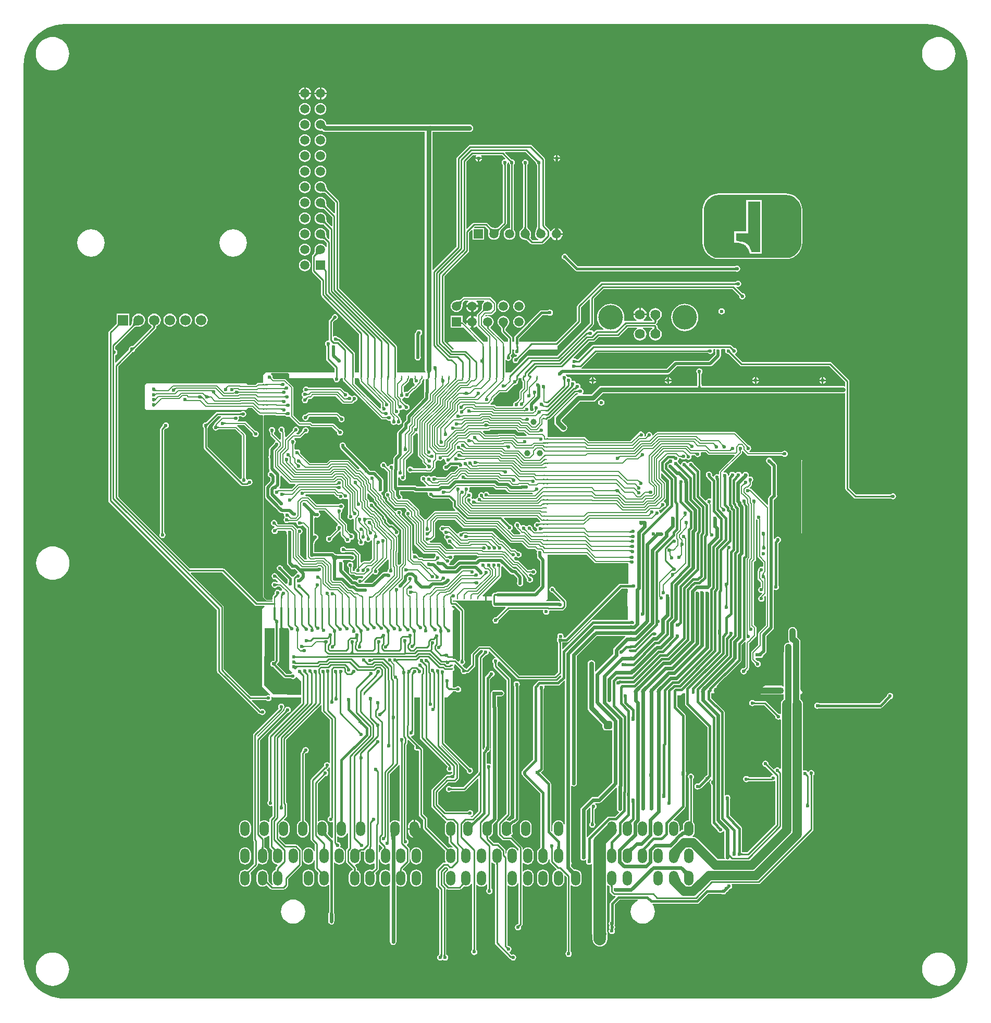
<source format=gbl>
G75*
G70*
%OFA0B0*%
%FSLAX25Y25*%
%IPPOS*%
%LPD*%
%AMOC8*
5,1,8,0,0,1.08239X$1,22.5*
%
%AMM131*
21,1,0.009840,0.009840,0.000000,0.000000,180.000000*
21,1,0.000000,0.019680,0.000000,0.000000,180.000000*
1,1,0.009840,0.000000,0.004920*
1,1,0.009840,0.000000,0.004920*
1,1,0.009840,0.000000,-0.004920*
1,1,0.009840,0.000000,-0.004920*
%
%AMM32*
21,1,0.007870,0.643700,0.000000,0.000000,270.000000*
21,1,0.000000,0.651580,0.000000,0.000000,270.000000*
1,1,0.007870,-0.321850,0.000000*
1,1,0.007870,-0.321850,0.000000*
1,1,0.007870,0.321850,0.000000*
1,1,0.007870,0.321850,0.000000*
%
%AMM33*
21,1,0.007870,0.078350,0.000000,0.000000,135.000000*
21,1,0.000000,0.086220,0.000000,0.000000,135.000000*
1,1,0.007870,0.027700,0.027700*
1,1,0.007870,0.027700,0.027700*
1,1,0.007870,-0.027700,-0.027700*
1,1,0.007870,-0.027700,-0.027700*
%
%AMM34*
21,1,0.007870,0.287010,0.000000,0.000000,180.000000*
21,1,0.000000,0.294880,0.000000,0.000000,180.000000*
1,1,0.007870,0.000000,0.143500*
1,1,0.007870,0.000000,0.143500*
1,1,0.007870,0.000000,-0.143500*
1,1,0.007870,0.000000,-0.143500*
%
%AMM53*
21,1,0.009840,0.009840,0.000000,0.000000,90.000000*
21,1,0.000000,0.019680,0.000000,0.000000,90.000000*
1,1,0.009840,0.004920,0.000000*
1,1,0.009840,0.004920,0.000000*
1,1,0.009840,-0.004920,0.000000*
1,1,0.009840,-0.004920,0.000000*
%
%AMM54*
21,1,0.009840,0.009840,0.000000,0.000000,0.000000*
21,1,0.000000,0.019680,0.000000,0.000000,0.000000*
1,1,0.009840,0.000000,-0.004920*
1,1,0.009840,0.000000,-0.004920*
1,1,0.009840,0.000000,0.004920*
1,1,0.009840,0.000000,0.004920*
%
%AMM55*
21,1,0.007870,0.023620,0.000000,0.000000,225.000000*
21,1,0.000000,0.031500,0.000000,0.000000,225.000000*
1,1,0.007870,-0.008350,0.008350*
1,1,0.007870,-0.008350,0.008350*
1,1,0.007870,0.008350,-0.008350*
1,1,0.007870,0.008350,-0.008350*
%
%AMM56*
21,1,0.007870,0.361020,0.000000,0.000000,0.000000*
21,1,0.000000,0.368900,0.000000,0.000000,0.000000*
1,1,0.007870,0.000000,-0.180510*
1,1,0.007870,0.000000,-0.180510*
1,1,0.007870,0.000000,0.180510*
1,1,0.007870,0.000000,0.180510*
%
%ADD10M54*%
%ADD114O,0.03937X0.05906*%
%ADD115C,0.02362*%
%ADD133C,0.03937*%
%ADD146O,0.02362X0.03150*%
%ADD15M55*%
%ADD152C,0.07874*%
%ADD190M32*%
%ADD198O,0.01575X0.02362*%
%ADD206O,0.03150X0.02362*%
%ADD207O,0.02362X0.01575*%
%ADD211O,0.05906X0.09449*%
%ADD213C,0.00984*%
%ADD216C,0.03150*%
%ADD220M53*%
%ADD221M33*%
%ADD227C,0.06400*%
%ADD229M56*%
%ADD23C,0.01575*%
%ADD238C,0.01968*%
%ADD252M34*%
%ADD259O,0.01575X0.00787*%
%ADD261C,0.03900*%
%ADD35C,0.06693*%
%ADD40C,0.05906*%
%ADD44R,0.06693X0.06693*%
%ADD46O,0.44882X0.04331*%
%ADD55C,0.01181*%
%ADD56C,0.00787*%
%ADD78R,0.05906X0.05906*%
%ADD81C,0.15748*%
%ADD92M131*%
X0000000Y0000000D02*
G01*
G75*
G36*
X0581693Y0624629D02*
X0584608Y0624133D01*
X0587449Y0623315D01*
X0590181Y0622183D01*
X0592769Y0620753D01*
X0595181Y0619042D01*
X0597386Y0617071D01*
X0599357Y0614866D01*
X0601068Y0612455D01*
X0602498Y0609867D01*
X0603630Y0607134D01*
X0604449Y0604293D01*
X0604944Y0601378D01*
X0605106Y0598483D01*
X0605095Y0598425D01*
X0605095Y0027559D01*
X0605106Y0027502D01*
X0604944Y0024607D01*
X0604449Y0021691D01*
X0603630Y0018850D01*
X0602498Y0016118D01*
X0601068Y0013530D01*
X0599357Y0011118D01*
X0597386Y0008913D01*
X0595181Y0006943D01*
X0592769Y0005231D01*
X0590181Y0003801D01*
X0587449Y0002669D01*
X0584608Y0001851D01*
X0581693Y0001355D01*
X0578797Y0001193D01*
X0578740Y0001204D01*
X0027559Y0001204D01*
X0027502Y0001193D01*
X0024607Y0001355D01*
X0021691Y0001851D01*
X0018850Y0002669D01*
X0016118Y0003801D01*
X0013530Y0005231D01*
X0011118Y0006943D01*
X0008913Y0008913D01*
X0006943Y0011118D01*
X0005231Y0013530D01*
X0003801Y0016118D01*
X0002669Y0018850D01*
X0001851Y0021691D01*
X0001355Y0024607D01*
X0001193Y0027502D01*
X0001204Y0027559D01*
X0001204Y0598425D01*
X0001193Y0598483D01*
X0001355Y0601378D01*
X0001851Y0604293D01*
X0002669Y0607134D01*
X0003801Y0609867D01*
X0005231Y0612455D01*
X0006943Y0614866D01*
X0008913Y0617071D01*
X0011118Y0619042D01*
X0013530Y0620753D01*
X0016118Y0622183D01*
X0018850Y0623315D01*
X0021691Y0624133D01*
X0024607Y0624629D01*
X0027502Y0624791D01*
X0027559Y0624780D01*
X0578740Y0624780D01*
X0578797Y0624791D01*
X0581693Y0624629D01*
D02*
G37*
%LPC*%
G36*
X0586614Y0616568D02*
X0584946Y0616437D01*
X0583319Y0616046D01*
X0581773Y0615406D01*
X0580347Y0614532D01*
X0579074Y0613445D01*
X0577988Y0612173D01*
X0577114Y0610746D01*
X0576473Y0609200D01*
X0576083Y0607574D01*
X0575951Y0605905D01*
X0576083Y0604238D01*
X0576473Y0602610D01*
X0577114Y0601065D01*
X0577988Y0599638D01*
X0579074Y0598366D01*
X0580347Y0597279D01*
X0581773Y0596405D01*
X0583319Y0595765D01*
X0584946Y0595374D01*
X0586614Y0595243D01*
X0588282Y0595374D01*
X0589909Y0595765D01*
X0591455Y0596405D01*
X0592882Y0597279D01*
X0594154Y0598366D01*
X0595240Y0599638D01*
X0596115Y0601065D01*
X0596755Y0602610D01*
X0597146Y0604238D01*
X0597277Y0605905D01*
X0597146Y0607574D01*
X0596755Y0609200D01*
X0596115Y0610746D01*
X0595240Y0612173D01*
X0594154Y0613445D01*
X0592882Y0614532D01*
X0591455Y0615406D01*
X0589909Y0616046D01*
X0588282Y0616437D01*
X0586614Y0616568D01*
D02*
G37*
G36*
X0019685Y0616568D02*
X0018017Y0616437D01*
X0016390Y0616046D01*
X0014844Y0615406D01*
X0013418Y0614532D01*
X0012145Y0613445D01*
X0011059Y0612173D01*
X0010184Y0610746D01*
X0009544Y0609200D01*
X0009154Y0607574D01*
X0009022Y0605905D01*
X0009154Y0604238D01*
X0009544Y0602610D01*
X0010184Y0601065D01*
X0011059Y0599638D01*
X0012145Y0598366D01*
X0013418Y0597279D01*
X0014844Y0596405D01*
X0016390Y0595765D01*
X0018017Y0595374D01*
X0019685Y0595243D01*
X0021353Y0595374D01*
X0022980Y0595765D01*
X0024526Y0596405D01*
X0025953Y0597279D01*
X0027225Y0598366D01*
X0028311Y0599638D01*
X0029186Y0601065D01*
X0029826Y0602610D01*
X0030217Y0604238D01*
X0030348Y0605905D01*
X0030217Y0607574D01*
X0029826Y0609200D01*
X0029186Y0610746D01*
X0028311Y0612173D01*
X0027225Y0613445D01*
X0025953Y0614532D01*
X0024526Y0615406D01*
X0022980Y0616046D01*
X0021353Y0616437D01*
X0019685Y0616568D01*
D02*
G37*
G36*
X0191642Y0584394D02*
X0191642Y0580972D01*
X0195063Y0580972D01*
X0194993Y0581504D01*
X0194595Y0582466D01*
X0193961Y0583292D01*
X0193135Y0583925D01*
X0192174Y0584323D01*
X0191642Y0584394D01*
D02*
G37*
G36*
X0181642Y0584394D02*
X0181642Y0580972D01*
X0185063Y0580972D01*
X0184993Y0581504D01*
X0184595Y0582466D01*
X0183961Y0583292D01*
X0183135Y0583925D01*
X0182174Y0584323D01*
X0181642Y0584394D01*
D02*
G37*
G36*
X0190642Y0584394D02*
X0190110Y0584323D01*
X0189148Y0583925D01*
X0188323Y0583292D01*
X0187689Y0582466D01*
X0187291Y0581504D01*
X0187221Y0580972D01*
X0190642Y0580972D01*
X0190642Y0584394D01*
D02*
G37*
G36*
X0180642Y0584394D02*
X0180110Y0584323D01*
X0179148Y0583925D01*
X0178323Y0583292D01*
X0177689Y0582466D01*
X0177291Y0581504D01*
X0177221Y0580972D01*
X0180642Y0580972D01*
X0180642Y0584394D01*
D02*
G37*
G36*
X0190642Y0579973D02*
X0187221Y0579973D01*
X0187291Y0579441D01*
X0187689Y0578479D01*
X0188323Y0577653D01*
X0189148Y0577020D01*
X0190110Y0576621D01*
X0190642Y0576551D01*
X0190642Y0579973D01*
D02*
G37*
G36*
X0180642Y0579973D02*
X0177221Y0579973D01*
X0177291Y0579441D01*
X0177689Y0578479D01*
X0178323Y0577653D01*
X0179148Y0577020D01*
X0180110Y0576621D01*
X0180642Y0576551D01*
X0180642Y0579973D01*
D02*
G37*
G36*
X0195063Y0579973D02*
X0191642Y0579973D01*
X0191642Y0576551D01*
X0192174Y0576621D01*
X0193135Y0577020D01*
X0193961Y0577653D01*
X0194595Y0578479D01*
X0194993Y0579441D01*
X0195063Y0579973D01*
D02*
G37*
G36*
X0185063Y0579973D02*
X0181642Y0579973D01*
X0181642Y0576551D01*
X0182174Y0576621D01*
X0183135Y0577020D01*
X0183961Y0577653D01*
X0184595Y0578479D01*
X0184993Y0579441D01*
X0185063Y0579973D01*
D02*
G37*
G36*
X0191142Y0574245D02*
X0190165Y0574116D01*
X0189255Y0573739D01*
X0188474Y0573140D01*
X0187875Y0572359D01*
X0187498Y0571449D01*
X0187369Y0570472D01*
X0187498Y0569496D01*
X0187875Y0568586D01*
X0188474Y0567805D01*
X0189255Y0567205D01*
X0190165Y0566829D01*
X0191142Y0566700D01*
X0192118Y0566829D01*
X0193028Y0567205D01*
X0193809Y0567805D01*
X0194409Y0568586D01*
X0194786Y0569496D01*
X0194914Y0570472D01*
X0194786Y0571449D01*
X0194409Y0572359D01*
X0193809Y0573140D01*
X0193028Y0573739D01*
X0192118Y0574116D01*
X0191142Y0574245D01*
D02*
G37*
G36*
X0181142Y0574245D02*
X0180165Y0574116D01*
X0179255Y0573739D01*
X0178474Y0573140D01*
X0177875Y0572359D01*
X0177498Y0571449D01*
X0177369Y0570472D01*
X0177498Y0569496D01*
X0177875Y0568586D01*
X0178474Y0567805D01*
X0179255Y0567205D01*
X0180165Y0566829D01*
X0181142Y0566700D01*
X0182118Y0566829D01*
X0183028Y0567205D01*
X0183809Y0567805D01*
X0184409Y0568586D01*
X0184786Y0569496D01*
X0184914Y0570472D01*
X0184786Y0571449D01*
X0184409Y0572359D01*
X0183809Y0573140D01*
X0183028Y0573739D01*
X0182118Y0574116D01*
X0181142Y0574245D01*
D02*
G37*
G36*
X0181142Y0564245D02*
X0180165Y0564116D01*
X0179255Y0563739D01*
X0178474Y0563140D01*
X0177875Y0562359D01*
X0177498Y0561449D01*
X0177369Y0560472D01*
X0177498Y0559496D01*
X0177875Y0558586D01*
X0178474Y0557805D01*
X0179255Y0557205D01*
X0180165Y0556829D01*
X0181142Y0556700D01*
X0182118Y0556829D01*
X0183028Y0557205D01*
X0183809Y0557805D01*
X0184409Y0558586D01*
X0184786Y0559496D01*
X0184914Y0560472D01*
X0184786Y0561449D01*
X0184409Y0562359D01*
X0183809Y0563140D01*
X0183028Y0563739D01*
X0182118Y0564116D01*
X0181142Y0564245D01*
D02*
G37*
G36*
X0191142Y0554245D02*
X0190165Y0554116D01*
X0189255Y0553740D01*
X0188474Y0553140D01*
X0187875Y0552359D01*
X0187498Y0551449D01*
X0187369Y0550472D01*
X0187498Y0549496D01*
X0187875Y0548586D01*
X0188474Y0547805D01*
X0189255Y0547205D01*
X0190165Y0546829D01*
X0191142Y0546700D01*
X0192118Y0546829D01*
X0193028Y0547205D01*
X0193809Y0547805D01*
X0194409Y0548586D01*
X0194786Y0549496D01*
X0194914Y0550472D01*
X0194786Y0551449D01*
X0194409Y0552359D01*
X0193809Y0553140D01*
X0193028Y0553740D01*
X0192118Y0554116D01*
X0191142Y0554245D01*
D02*
G37*
G36*
X0181142Y0554245D02*
X0180165Y0554116D01*
X0179255Y0553740D01*
X0178474Y0553140D01*
X0177875Y0552359D01*
X0177498Y0551449D01*
X0177369Y0550472D01*
X0177498Y0549496D01*
X0177875Y0548586D01*
X0178474Y0547805D01*
X0179255Y0547205D01*
X0180165Y0546829D01*
X0181142Y0546700D01*
X0182118Y0546829D01*
X0183028Y0547205D01*
X0183809Y0547805D01*
X0184409Y0548586D01*
X0184786Y0549496D01*
X0184914Y0550472D01*
X0184786Y0551449D01*
X0184409Y0552359D01*
X0183809Y0553140D01*
X0183028Y0553740D01*
X0182118Y0554116D01*
X0181142Y0554245D01*
D02*
G37*
G36*
X0342839Y0541136D02*
X0342839Y0539512D01*
X0344463Y0539512D01*
X0344393Y0539863D01*
X0343911Y0540585D01*
X0343190Y0541067D01*
X0342839Y0541136D01*
D02*
G37*
G36*
X0341839Y0541136D02*
X0341488Y0541067D01*
X0340766Y0540585D01*
X0340284Y0539863D01*
X0340214Y0539512D01*
X0341839Y0539512D01*
X0341839Y0541136D01*
D02*
G37*
G36*
X0341839Y0538512D02*
X0340214Y0538512D01*
X0340284Y0538161D01*
X0340766Y0537440D01*
X0341488Y0536958D01*
X0341839Y0536888D01*
X0341839Y0537483D01*
X0341445Y0537531D01*
X0341439Y0538246D01*
X0341839Y0538210D01*
X0341839Y0538512D01*
D02*
G37*
G36*
X0344463Y0538512D02*
X0342839Y0538512D01*
X0342839Y0538120D01*
X0343086Y0538098D01*
X0343074Y0538080D01*
X0343062Y0538050D01*
X0343052Y0538006D01*
X0343044Y0537950D01*
X0343030Y0537798D01*
X0343020Y0537473D01*
X0343020Y0537338D01*
X0342839Y0537361D01*
X0342839Y0536888D01*
X0343190Y0536958D01*
X0343911Y0537440D01*
X0344393Y0538161D01*
X0344463Y0538512D01*
D02*
G37*
G36*
X0191142Y0544245D02*
X0190165Y0544116D01*
X0189255Y0543740D01*
X0188474Y0543140D01*
X0187875Y0542359D01*
X0187498Y0541449D01*
X0187369Y0540472D01*
X0187498Y0539496D01*
X0187875Y0538586D01*
X0188474Y0537805D01*
X0189255Y0537205D01*
X0190165Y0536829D01*
X0191142Y0536700D01*
X0192118Y0536829D01*
X0193028Y0537205D01*
X0193809Y0537805D01*
X0194409Y0538586D01*
X0194786Y0539496D01*
X0194914Y0540472D01*
X0194786Y0541449D01*
X0194409Y0542359D01*
X0193809Y0543140D01*
X0193028Y0543740D01*
X0192118Y0544116D01*
X0191142Y0544245D01*
D02*
G37*
G36*
X0181142Y0544245D02*
X0180165Y0544116D01*
X0179255Y0543740D01*
X0178474Y0543140D01*
X0177875Y0542359D01*
X0177498Y0541449D01*
X0177369Y0540472D01*
X0177498Y0539496D01*
X0177875Y0538586D01*
X0178474Y0537805D01*
X0179255Y0537205D01*
X0180165Y0536829D01*
X0181142Y0536700D01*
X0182118Y0536829D01*
X0183028Y0537205D01*
X0183809Y0537805D01*
X0184409Y0538586D01*
X0184786Y0539496D01*
X0184914Y0540472D01*
X0184786Y0541449D01*
X0184409Y0542359D01*
X0183809Y0543140D01*
X0183028Y0543740D01*
X0182118Y0544116D01*
X0181142Y0544245D01*
D02*
G37*
G36*
X0191142Y0534245D02*
X0190165Y0534116D01*
X0189255Y0533740D01*
X0188474Y0533140D01*
X0187875Y0532359D01*
X0187498Y0531449D01*
X0187369Y0530472D01*
X0187498Y0529496D01*
X0187875Y0528586D01*
X0188474Y0527805D01*
X0189255Y0527205D01*
X0190165Y0526829D01*
X0191142Y0526700D01*
X0192118Y0526829D01*
X0193028Y0527205D01*
X0193809Y0527805D01*
X0194409Y0528586D01*
X0194786Y0529496D01*
X0194914Y0530472D01*
X0194786Y0531449D01*
X0194409Y0532359D01*
X0193809Y0533140D01*
X0193028Y0533740D01*
X0192118Y0534116D01*
X0191142Y0534245D01*
D02*
G37*
G36*
X0181142Y0534245D02*
X0180165Y0534116D01*
X0179255Y0533740D01*
X0178474Y0533140D01*
X0177875Y0532359D01*
X0177498Y0531449D01*
X0177369Y0530472D01*
X0177498Y0529496D01*
X0177875Y0528586D01*
X0178474Y0527805D01*
X0179255Y0527205D01*
X0180165Y0526829D01*
X0181142Y0526700D01*
X0182118Y0526829D01*
X0183028Y0527205D01*
X0183809Y0527805D01*
X0184409Y0528586D01*
X0184786Y0529496D01*
X0184914Y0530472D01*
X0184786Y0531449D01*
X0184409Y0532359D01*
X0183809Y0533140D01*
X0183028Y0533740D01*
X0182118Y0534116D01*
X0181142Y0534245D01*
D02*
G37*
G36*
X0181142Y0524245D02*
X0180165Y0524116D01*
X0179255Y0523739D01*
X0178474Y0523140D01*
X0177875Y0522359D01*
X0177498Y0521449D01*
X0177369Y0520472D01*
X0177498Y0519496D01*
X0177875Y0518586D01*
X0178474Y0517805D01*
X0179255Y0517205D01*
X0180165Y0516829D01*
X0181142Y0516700D01*
X0182118Y0516829D01*
X0183028Y0517205D01*
X0183809Y0517805D01*
X0184409Y0518586D01*
X0184786Y0519496D01*
X0184914Y0520472D01*
X0184786Y0521449D01*
X0184409Y0522359D01*
X0183809Y0523140D01*
X0183028Y0523739D01*
X0182118Y0524116D01*
X0181142Y0524245D01*
D02*
G37*
G36*
X0488907Y0516476D02*
X0488866Y0516467D01*
X0488866Y0516467D01*
X0488417Y0516466D01*
X0488417Y0516466D01*
X0446396Y0516466D01*
X0445935Y0516468D01*
X0445935Y0516468D01*
X0445907Y0516474D01*
X0445898Y0516472D01*
X0445898Y0516468D01*
X0445896Y0516466D01*
X0445879Y0516462D01*
X0444308Y0516339D01*
X0442711Y0515955D01*
X0441194Y0515327D01*
X0439794Y0514469D01*
X0438546Y0513403D01*
X0437480Y0512154D01*
X0436622Y0510754D01*
X0435993Y0509237D01*
X0435610Y0507641D01*
X0435492Y0506143D01*
X0435473Y0506049D01*
X0435414Y0485232D01*
X0435471Y0484940D01*
X0435600Y0483304D01*
X0435984Y0481707D01*
X0436612Y0480191D01*
X0436771Y0479932D01*
X0436774Y0479922D01*
X0436780Y0479916D01*
X0437470Y0478791D01*
X0438536Y0477542D01*
X0438976Y0477166D01*
X0438976Y0477068D01*
X0439091Y0477068D01*
X0439785Y0476476D01*
X0441185Y0475618D01*
X0442702Y0474990D01*
X0444298Y0474606D01*
X0445705Y0474495D01*
X0445886Y0474460D01*
X0488407Y0474460D01*
X0488799Y0474459D01*
X0488890Y0474461D01*
X0488898Y0474459D01*
X0488907Y0474461D01*
X0488906Y0474469D01*
X0490497Y0474594D01*
X0492094Y0474978D01*
X0493610Y0475606D01*
X0495010Y0476464D01*
X0496259Y0477530D01*
X0497325Y0478779D01*
X0498183Y0480179D01*
X0498812Y0481696D01*
X0499195Y0483292D01*
X0499324Y0484929D01*
X0499323Y0484934D01*
X0499330Y0484967D01*
X0499330Y0505462D01*
X0499338Y0505959D01*
X0499330Y0506240D01*
X0499306Y0506362D01*
X0499299Y0506442D01*
X0499205Y0507643D01*
X0498821Y0509239D01*
X0498193Y0510756D01*
X0497335Y0512156D01*
X0496269Y0513405D01*
X0495020Y0514471D01*
X0493620Y0515329D01*
X0492103Y0515957D01*
X0490507Y0516341D01*
X0488916Y0516466D01*
X0488916Y0516474D01*
X0488907Y0516476D01*
D02*
G37*
G36*
X0181142Y0514245D02*
X0180165Y0514116D01*
X0179255Y0513739D01*
X0178474Y0513140D01*
X0177875Y0512359D01*
X0177498Y0511449D01*
X0177369Y0510472D01*
X0177498Y0509496D01*
X0177875Y0508586D01*
X0178474Y0507805D01*
X0179255Y0507205D01*
X0180165Y0506829D01*
X0181142Y0506700D01*
X0182118Y0506829D01*
X0183028Y0507205D01*
X0183809Y0507805D01*
X0184409Y0508586D01*
X0184786Y0509496D01*
X0184914Y0510472D01*
X0184786Y0511449D01*
X0184409Y0512359D01*
X0183809Y0513140D01*
X0183028Y0513739D01*
X0182118Y0514116D01*
X0181142Y0514245D01*
D02*
G37*
G36*
X0181142Y0504245D02*
X0180165Y0504116D01*
X0179255Y0503740D01*
X0178474Y0503140D01*
X0177875Y0502359D01*
X0177498Y0501449D01*
X0177369Y0500472D01*
X0177498Y0499496D01*
X0177875Y0498586D01*
X0178474Y0497805D01*
X0179255Y0497205D01*
X0180165Y0496829D01*
X0181142Y0496700D01*
X0182118Y0496829D01*
X0183028Y0497205D01*
X0183809Y0497805D01*
X0184409Y0498586D01*
X0184786Y0499496D01*
X0184914Y0500472D01*
X0184786Y0501449D01*
X0184409Y0502359D01*
X0183809Y0503140D01*
X0183028Y0503740D01*
X0182118Y0504116D01*
X0181142Y0504245D01*
D02*
G37*
G36*
X0343127Y0494406D02*
X0343132Y0494387D01*
X0343219Y0494134D01*
X0343332Y0493880D01*
X0343469Y0493623D01*
X0343631Y0493366D01*
X0343818Y0493107D01*
X0344030Y0492846D01*
X0344268Y0492584D01*
X0342626Y0492643D01*
X0342626Y0491051D01*
X0346047Y0491051D01*
X0345977Y0491583D01*
X0345579Y0492545D01*
X0344945Y0493370D01*
X0344119Y0494004D01*
X0343158Y0494402D01*
X0343127Y0494406D01*
D02*
G37*
G36*
X0181142Y0494245D02*
X0180165Y0494116D01*
X0179255Y0493740D01*
X0178474Y0493140D01*
X0177875Y0492359D01*
X0177498Y0491449D01*
X0177369Y0490472D01*
X0177498Y0489496D01*
X0177875Y0488586D01*
X0178474Y0487805D01*
X0179255Y0487205D01*
X0180165Y0486829D01*
X0181142Y0486700D01*
X0182118Y0486829D01*
X0183028Y0487205D01*
X0183809Y0487805D01*
X0184409Y0488586D01*
X0184786Y0489496D01*
X0184914Y0490472D01*
X0184786Y0491449D01*
X0184409Y0492359D01*
X0183809Y0493140D01*
X0183028Y0493740D01*
X0182118Y0494116D01*
X0181142Y0494245D01*
D02*
G37*
G36*
X0191142Y0564245D02*
X0190165Y0564116D01*
X0189255Y0563739D01*
X0188474Y0563140D01*
X0187875Y0562359D01*
X0187498Y0561449D01*
X0187369Y0560472D01*
X0187498Y0559496D01*
X0187875Y0558586D01*
X0188474Y0557805D01*
X0189255Y0557205D01*
X0190165Y0556829D01*
X0191142Y0556700D01*
X0192118Y0556829D01*
X0192123Y0556831D01*
X0192369Y0556584D01*
X0193151Y0556062D01*
X0194072Y0555879D01*
X0257926Y0555879D01*
X0257926Y0413484D01*
X0257926Y0403445D01*
X0258109Y0402523D01*
X0258317Y0402213D01*
X0258081Y0401772D01*
X0239986Y0401772D01*
X0239986Y0418406D01*
X0239886Y0418905D01*
X0239603Y0419328D01*
X0202978Y0455954D01*
X0202978Y0510925D01*
X0202878Y0511424D01*
X0202596Y0511848D01*
X0195667Y0518777D01*
X0195615Y0518854D01*
X0195427Y0519229D01*
X0195340Y0519445D01*
X0194906Y0520883D01*
X0194805Y0521301D01*
X0194786Y0521449D01*
X0194409Y0522359D01*
X0193809Y0523140D01*
X0193028Y0523739D01*
X0192118Y0524116D01*
X0191142Y0524245D01*
X0190165Y0524116D01*
X0189255Y0523739D01*
X0188474Y0523140D01*
X0187875Y0522359D01*
X0187498Y0521449D01*
X0187369Y0520472D01*
X0187498Y0519496D01*
X0187875Y0518586D01*
X0188474Y0517805D01*
X0189255Y0517205D01*
X0190165Y0516829D01*
X0191142Y0516700D01*
X0192118Y0516829D01*
X0192199Y0516862D01*
X0192397Y0516907D01*
X0192701Y0516957D01*
X0192975Y0516984D01*
X0193217Y0516989D01*
X0193427Y0516975D01*
X0193603Y0516944D01*
X0193749Y0516900D01*
X0193869Y0516847D01*
X0193968Y0516784D01*
X0193977Y0516777D01*
X0200369Y0510385D01*
X0200369Y0503842D01*
X0199907Y0503651D01*
X0195348Y0508210D01*
X0195280Y0508314D01*
X0195209Y0508457D01*
X0195139Y0508639D01*
X0195074Y0508861D01*
X0195018Y0509121D01*
X0194972Y0509410D01*
X0194909Y0510129D01*
X0194902Y0510376D01*
X0194914Y0510472D01*
X0194786Y0511449D01*
X0194409Y0512359D01*
X0193809Y0513140D01*
X0193028Y0513739D01*
X0192118Y0514116D01*
X0191142Y0514245D01*
X0190165Y0514116D01*
X0189255Y0513739D01*
X0188474Y0513140D01*
X0187875Y0512359D01*
X0187498Y0511449D01*
X0187369Y0510472D01*
X0187498Y0509496D01*
X0187875Y0508586D01*
X0188474Y0507805D01*
X0189255Y0507205D01*
X0190165Y0506829D01*
X0191142Y0506700D01*
X0191281Y0506718D01*
X0192025Y0506715D01*
X0192341Y0506693D01*
X0192630Y0506657D01*
X0192882Y0506608D01*
X0193097Y0506550D01*
X0193274Y0506486D01*
X0193413Y0506418D01*
X0193517Y0506350D01*
X0198597Y0501271D01*
X0198597Y0495614D01*
X0198135Y0495423D01*
X0195348Y0498210D01*
X0195280Y0498314D01*
X0195209Y0498456D01*
X0195139Y0498639D01*
X0195074Y0498861D01*
X0195018Y0499121D01*
X0194972Y0499409D01*
X0194909Y0500129D01*
X0194902Y0500376D01*
X0194914Y0500472D01*
X0194786Y0501449D01*
X0194409Y0502359D01*
X0193809Y0503140D01*
X0193028Y0503740D01*
X0192118Y0504116D01*
X0191142Y0504245D01*
X0190165Y0504116D01*
X0189255Y0503740D01*
X0188474Y0503140D01*
X0187875Y0502359D01*
X0187498Y0501449D01*
X0187369Y0500472D01*
X0187498Y0499496D01*
X0187875Y0498586D01*
X0188474Y0497805D01*
X0189255Y0497205D01*
X0190165Y0496829D01*
X0191142Y0496700D01*
X0191281Y0496718D01*
X0192025Y0496715D01*
X0192341Y0496693D01*
X0192630Y0496657D01*
X0192882Y0496608D01*
X0193097Y0496550D01*
X0193274Y0496486D01*
X0193413Y0496418D01*
X0193517Y0496350D01*
X0196825Y0493042D01*
X0196825Y0487386D01*
X0196363Y0487194D01*
X0195348Y0488210D01*
X0195280Y0488313D01*
X0195209Y0488456D01*
X0195139Y0488639D01*
X0195074Y0488861D01*
X0195018Y0489121D01*
X0194972Y0489409D01*
X0194909Y0490129D01*
X0194902Y0490376D01*
X0194914Y0490472D01*
X0194786Y0491449D01*
X0194409Y0492359D01*
X0193809Y0493140D01*
X0193028Y0493740D01*
X0192118Y0494116D01*
X0191142Y0494245D01*
X0190165Y0494116D01*
X0189255Y0493740D01*
X0188474Y0493140D01*
X0187875Y0492359D01*
X0187498Y0491449D01*
X0187369Y0490472D01*
X0187498Y0489496D01*
X0187875Y0488586D01*
X0188474Y0487805D01*
X0189255Y0487205D01*
X0190165Y0486829D01*
X0191142Y0486700D01*
X0191281Y0486718D01*
X0192025Y0486715D01*
X0192341Y0486693D01*
X0192630Y0486657D01*
X0192882Y0486608D01*
X0193097Y0486550D01*
X0193274Y0486486D01*
X0193413Y0486418D01*
X0193517Y0486350D01*
X0195054Y0484814D01*
X0195054Y0482108D01*
X0194554Y0482009D01*
X0194409Y0482359D01*
X0193809Y0483140D01*
X0193028Y0483740D01*
X0192118Y0484116D01*
X0191142Y0484245D01*
X0190165Y0484116D01*
X0189255Y0483740D01*
X0188474Y0483140D01*
X0187875Y0482359D01*
X0187498Y0481449D01*
X0187369Y0480472D01*
X0187382Y0480376D01*
X0187374Y0480129D01*
X0187312Y0479410D01*
X0187266Y0479121D01*
X0187209Y0478861D01*
X0187144Y0478639D01*
X0187074Y0478456D01*
X0187003Y0478313D01*
X0186936Y0478210D01*
X0185987Y0477261D01*
X0185704Y0476838D01*
X0185605Y0476339D01*
X0185605Y0466990D01*
X0185704Y0466490D01*
X0185987Y0466067D01*
X0191510Y0460544D01*
X0191510Y0451637D01*
X0191610Y0451138D01*
X0191893Y0450715D01*
X0192048Y0450559D01*
X0192102Y0450288D01*
X0192385Y0449865D01*
X0215723Y0426526D01*
X0215723Y0401772D01*
X0213096Y0401772D01*
X0213096Y0413898D01*
X0212997Y0414397D01*
X0212714Y0414820D01*
X0203529Y0424005D01*
X0203105Y0424288D01*
X0202606Y0424387D01*
X0202409Y0424387D01*
X0202379Y0424393D01*
X0202355Y0424400D01*
X0202350Y0424402D01*
X0202334Y0424423D01*
X0202286Y0424470D01*
X0202088Y0424766D01*
X0201437Y0425201D01*
X0200669Y0425353D01*
X0199901Y0425201D01*
X0199541Y0424960D01*
X0199041Y0425227D01*
X0199041Y0434145D01*
X0200140Y0435244D01*
X0200175Y0435270D01*
X0200214Y0435294D01*
X0200247Y0435311D01*
X0200274Y0435323D01*
X0200298Y0435330D01*
X0200299Y0435331D01*
X0200374Y0435316D01*
X0201142Y0435468D01*
X0201793Y0435904D01*
X0202228Y0436555D01*
X0202381Y0437323D01*
X0202228Y0438091D01*
X0201793Y0438742D01*
X0201142Y0439177D01*
X0200374Y0439330D01*
X0199606Y0439177D01*
X0198955Y0438742D01*
X0198520Y0438091D01*
X0198367Y0437323D01*
X0198382Y0437248D01*
X0198382Y0437247D01*
X0198374Y0437223D01*
X0198362Y0437196D01*
X0198345Y0437163D01*
X0198321Y0437124D01*
X0198295Y0437089D01*
X0196814Y0435607D01*
X0196531Y0435184D01*
X0196432Y0434685D01*
X0196432Y0422833D01*
X0196043Y0422401D01*
X0195275Y0422248D01*
X0194624Y0421813D01*
X0194189Y0421162D01*
X0194036Y0420394D01*
X0194189Y0419626D01*
X0194624Y0418974D01*
X0194688Y0418932D01*
X0194688Y0418931D01*
X0194699Y0418909D01*
X0194711Y0418881D01*
X0194722Y0418846D01*
X0194732Y0418801D01*
X0194739Y0418758D01*
X0194739Y0410551D01*
X0194838Y0410052D01*
X0195121Y0409629D01*
X0200093Y0404657D01*
X0200093Y0401772D01*
X0156047Y0401772D01*
X0154531Y0400289D01*
X0154524Y0395302D01*
X0154483Y0395299D01*
X0151280Y0395299D01*
X0151280Y0395299D01*
X0150819Y0395207D01*
X0150428Y0394946D01*
X0149503Y0394021D01*
X0144464Y0394021D01*
X0143701Y0394784D01*
X0079626Y0394783D01*
X0078642Y0393799D01*
X0078642Y0379035D01*
X0079626Y0378051D01*
X0143603Y0378051D01*
X0144731Y0379180D01*
X0147278Y0379180D01*
X0150381Y0376078D01*
X0150381Y0376078D01*
X0150642Y0375903D01*
X0151491Y0375054D01*
X0151882Y0374793D01*
X0152342Y0374701D01*
X0154140Y0374701D01*
X0154493Y0374347D01*
X0154321Y0258317D01*
X0156622Y0256016D01*
X0156622Y0255942D01*
X0160548Y0255942D01*
X0160548Y0255242D01*
X0150540Y0255242D01*
X0129663Y0276119D01*
X0129239Y0276402D01*
X0128740Y0276501D01*
X0107573Y0276501D01*
X0062313Y0321762D01*
X0061639Y0322436D01*
X0061639Y0405857D01*
X0070486Y0414704D01*
X0070549Y0414755D01*
X0070586Y0414780D01*
X0070628Y0414805D01*
X0070666Y0414823D01*
X0070700Y0414837D01*
X0070731Y0414847D01*
X0070759Y0414854D01*
X0070818Y0414863D01*
X0070881Y0414885D01*
X0071339Y0414976D01*
X0071990Y0415412D01*
X0072425Y0416063D01*
X0072516Y0416521D01*
X0072539Y0416584D01*
X0072548Y0416643D01*
X0072554Y0416671D01*
X0072564Y0416702D01*
X0072578Y0416735D01*
X0072597Y0416773D01*
X0072622Y0416816D01*
X0072646Y0416853D01*
X0072698Y0416916D01*
X0085686Y0429904D01*
X0085969Y0430328D01*
X0086068Y0430827D01*
X0086068Y0430987D01*
X0086084Y0431094D01*
X0086111Y0431199D01*
X0086145Y0431289D01*
X0086187Y0431368D01*
X0086237Y0431440D01*
X0086299Y0431508D01*
X0086375Y0431575D01*
X0086471Y0431641D01*
X0086620Y0431723D01*
X0086631Y0431732D01*
X0086848Y0431822D01*
X0087712Y0432485D01*
X0088375Y0433348D01*
X0088791Y0434354D01*
X0088933Y0435433D01*
X0088791Y0436512D01*
X0088375Y0437518D01*
X0087712Y0438381D01*
X0086848Y0439044D01*
X0085843Y0439461D01*
X0084764Y0439603D01*
X0083685Y0439461D01*
X0082679Y0439044D01*
X0081815Y0438381D01*
X0081153Y0437518D01*
X0080736Y0436512D01*
X0080594Y0435433D01*
X0080736Y0434354D01*
X0081153Y0433348D01*
X0081815Y0432485D01*
X0082679Y0431822D01*
X0082897Y0431732D01*
X0082907Y0431723D01*
X0083057Y0431641D01*
X0083146Y0431266D01*
X0083142Y0431050D01*
X0070950Y0418858D01*
X0070920Y0418836D01*
X0070890Y0418819D01*
X0070867Y0418808D01*
X0070852Y0418802D01*
X0070842Y0418800D01*
X0070836Y0418799D01*
X0070831Y0418799D01*
X0070782Y0418803D01*
X0070761Y0418800D01*
X0070571Y0418838D01*
X0069803Y0418685D01*
X0069152Y0418250D01*
X0068717Y0417599D01*
X0068564Y0416831D01*
X0068602Y0416641D01*
X0068599Y0416619D01*
X0068603Y0416570D01*
X0068602Y0416565D01*
X0068602Y0416560D01*
X0068599Y0416550D01*
X0068594Y0416535D01*
X0068583Y0416512D01*
X0068565Y0416482D01*
X0068544Y0416452D01*
X0060330Y0408238D01*
X0059868Y0408429D01*
X0059868Y0412978D01*
X0060020Y0413008D01*
X0060671Y0413443D01*
X0061106Y0414094D01*
X0061259Y0414862D01*
X0061106Y0415630D01*
X0060671Y0416281D01*
X0060020Y0416716D01*
X0059868Y0416747D01*
X0059868Y0418692D01*
X0071988Y0430812D01*
X0072003Y0430825D01*
X0072125Y0430902D01*
X0072293Y0430981D01*
X0072507Y0431057D01*
X0072768Y0431126D01*
X0073074Y0431184D01*
X0073415Y0431229D01*
X0074257Y0431281D01*
X0074614Y0431283D01*
X0074764Y0431264D01*
X0075843Y0431406D01*
X0076849Y0431822D01*
X0077712Y0432485D01*
X0078375Y0433348D01*
X0078791Y0434354D01*
X0078933Y0435433D01*
X0078791Y0436512D01*
X0078375Y0437518D01*
X0077712Y0438381D01*
X0076849Y0439044D01*
X0075843Y0439461D01*
X0074764Y0439603D01*
X0073685Y0439461D01*
X0072679Y0439044D01*
X0071816Y0438381D01*
X0071153Y0437518D01*
X0070736Y0436512D01*
X0070594Y0435433D01*
X0070614Y0435283D01*
X0070612Y0434926D01*
X0070560Y0434085D01*
X0070515Y0433743D01*
X0070457Y0433437D01*
X0070388Y0433177D01*
X0070312Y0432962D01*
X0070233Y0432795D01*
X0070156Y0432673D01*
X0070143Y0432657D01*
X0069360Y0431874D01*
X0068898Y0432065D01*
X0068898Y0439567D01*
X0060630Y0439567D01*
X0060630Y0433508D01*
X0060627Y0433491D01*
X0060630Y0433473D01*
X0060630Y0433199D01*
X0060597Y0433152D01*
X0060374Y0432888D01*
X0055869Y0428383D01*
X0055586Y0427960D01*
X0055487Y0427461D01*
X0055487Y0319882D01*
X0055586Y0319383D01*
X0055869Y0318959D01*
X0124876Y0249952D01*
X0124876Y0210827D01*
X0124976Y0210328D01*
X0125259Y0209904D01*
X0125787Y0209376D01*
X0125948Y0209136D01*
X0128427Y0206656D01*
X0128667Y0206495D01*
X0151440Y0183723D01*
X0151863Y0183440D01*
X0152362Y0183341D01*
X0152441Y0183341D01*
X0152518Y0183227D01*
X0153169Y0182791D01*
X0153937Y0182639D01*
X0154705Y0182791D01*
X0155356Y0183227D01*
X0155791Y0183878D01*
X0155944Y0184646D01*
X0155791Y0185414D01*
X0155356Y0186065D01*
X0154705Y0186500D01*
X0153937Y0186653D01*
X0153169Y0186500D01*
X0152680Y0186173D01*
X0147115Y0191737D01*
X0147307Y0192199D01*
X0156140Y0192199D01*
X0156183Y0192193D01*
X0156227Y0192183D01*
X0156263Y0192172D01*
X0156291Y0192160D01*
X0156313Y0192149D01*
X0156314Y0192148D01*
X0156356Y0192085D01*
X0157008Y0191650D01*
X0157776Y0191497D01*
X0158544Y0191650D01*
X0159195Y0192085D01*
X0159630Y0192736D01*
X0159783Y0193504D01*
X0159650Y0194170D01*
X0159969Y0194423D01*
X0160063Y0194465D01*
X0160433Y0194095D01*
X0178912Y0194095D01*
X0178912Y0190501D01*
X0158231Y0169820D01*
X0157948Y0169397D01*
X0157849Y0168898D01*
X0157849Y0128013D01*
X0157842Y0127970D01*
X0157832Y0127926D01*
X0157821Y0127891D01*
X0157810Y0127862D01*
X0157799Y0127840D01*
X0157798Y0127840D01*
X0157734Y0127797D01*
X0157299Y0127146D01*
X0157147Y0126378D01*
X0157299Y0125610D01*
X0157734Y0124959D01*
X0158386Y0124524D01*
X0159153Y0124371D01*
X0159908Y0124521D01*
X0159998Y0124535D01*
X0160408Y0124251D01*
X0160408Y0118158D01*
X0158822Y0116572D01*
X0158539Y0116149D01*
X0158440Y0115650D01*
X0158440Y0114361D01*
X0157966Y0114200D01*
X0157904Y0114282D01*
X0157122Y0114881D01*
X0156213Y0115258D01*
X0155236Y0115387D01*
X0154260Y0115258D01*
X0153350Y0114881D01*
X0152808Y0114466D01*
X0152308Y0114712D01*
X0152308Y0166409D01*
X0169845Y0183945D01*
X0169880Y0183970D01*
X0169919Y0183995D01*
X0169951Y0184012D01*
X0169979Y0184024D01*
X0170003Y0184031D01*
X0170003Y0184031D01*
X0170079Y0184017D01*
X0170847Y0184169D01*
X0171498Y0184604D01*
X0171933Y0185256D01*
X0172086Y0186024D01*
X0171933Y0186792D01*
X0171498Y0187443D01*
X0170847Y0187878D01*
X0170079Y0188031D01*
X0169311Y0187878D01*
X0168659Y0187443D01*
X0168225Y0186792D01*
X0168072Y0186024D01*
X0168087Y0185948D01*
X0168087Y0185948D01*
X0168079Y0185924D01*
X0168067Y0185896D01*
X0168050Y0185863D01*
X0168026Y0185825D01*
X0168000Y0185790D01*
X0151232Y0169022D01*
X0150704Y0169201D01*
X0150671Y0169442D01*
X0166966Y0185737D01*
X0167249Y0186160D01*
X0167333Y0186585D01*
X0167463Y0186671D01*
X0167898Y0187322D01*
X0168050Y0188091D01*
X0167898Y0188859D01*
X0167463Y0189510D01*
X0166811Y0189945D01*
X0166043Y0190098D01*
X0165275Y0189945D01*
X0164624Y0189510D01*
X0164189Y0188859D01*
X0164036Y0188091D01*
X0164189Y0187322D01*
X0164459Y0186919D01*
X0148310Y0170771D01*
X0148027Y0170347D01*
X0147928Y0169848D01*
X0147928Y0102845D01*
X0148027Y0102345D01*
X0148310Y0101922D01*
X0148400Y0101832D01*
X0148400Y0087450D01*
X0144569Y0083618D01*
X0144513Y0083571D01*
X0144456Y0083528D01*
X0143890Y0083762D01*
X0142913Y0083890D01*
X0141937Y0083762D01*
X0141027Y0083385D01*
X0140246Y0082786D01*
X0139646Y0082004D01*
X0139269Y0081094D01*
X0139141Y0080118D01*
X0139141Y0076575D01*
X0139269Y0075598D01*
X0139646Y0074689D01*
X0140246Y0073907D01*
X0141027Y0073308D01*
X0141937Y0072931D01*
X0142913Y0072802D01*
X0143890Y0072931D01*
X0144800Y0073308D01*
X0145581Y0073907D01*
X0146180Y0074689D01*
X0146557Y0075598D01*
X0146686Y0076575D01*
X0146686Y0080118D01*
X0146557Y0081094D01*
X0146323Y0081660D01*
X0146366Y0081718D01*
X0146413Y0081773D01*
X0150627Y0085987D01*
X0150910Y0086410D01*
X0151009Y0086909D01*
X0151009Y0087650D01*
X0151509Y0087897D01*
X0152051Y0087481D01*
X0152961Y0087104D01*
X0153937Y0086976D01*
X0154913Y0087104D01*
X0155823Y0087481D01*
X0156605Y0088081D01*
X0157204Y0088862D01*
X0157581Y0089772D01*
X0157709Y0090748D01*
X0157709Y0094291D01*
X0157581Y0095268D01*
X0157204Y0096178D01*
X0156605Y0096959D01*
X0155823Y0097558D01*
X0155257Y0097793D01*
X0155247Y0097864D01*
X0155242Y0097936D01*
X0155242Y0103385D01*
X0155158Y0103804D01*
X0155172Y0103895D01*
X0155209Y0103980D01*
X0155448Y0104326D01*
X0156213Y0104427D01*
X0157122Y0104804D01*
X0157904Y0105403D01*
X0157966Y0105485D01*
X0158440Y0105324D01*
X0158440Y0098559D01*
X0158539Y0098059D01*
X0158822Y0097636D01*
X0160382Y0096076D01*
X0160428Y0096022D01*
X0160441Y0096005D01*
X0160136Y0095268D01*
X0160007Y0094291D01*
X0160007Y0090748D01*
X0160136Y0089772D01*
X0160512Y0088862D01*
X0161112Y0088081D01*
X0161893Y0087481D01*
X0162803Y0087104D01*
X0163480Y0087015D01*
X0163659Y0086487D01*
X0162857Y0085685D01*
X0162574Y0085262D01*
X0162475Y0084763D01*
X0162475Y0083763D01*
X0162469Y0083691D01*
X0162459Y0083619D01*
X0161893Y0083385D01*
X0161112Y0082786D01*
X0160512Y0082004D01*
X0160136Y0081094D01*
X0160007Y0080118D01*
X0160007Y0076575D01*
X0160136Y0075598D01*
X0160512Y0074689D01*
X0160688Y0074460D01*
X0160471Y0073921D01*
X0160242Y0073887D01*
X0158146Y0075983D01*
X0157989Y0076151D01*
X0157873Y0076294D01*
X0157780Y0076423D01*
X0157715Y0076529D01*
X0157706Y0076547D01*
X0157709Y0076575D01*
X0157709Y0080118D01*
X0157581Y0081094D01*
X0157204Y0082004D01*
X0156605Y0082786D01*
X0155823Y0083385D01*
X0154913Y0083762D01*
X0153937Y0083890D01*
X0152961Y0083762D01*
X0152051Y0083385D01*
X0151269Y0082786D01*
X0150670Y0082004D01*
X0150293Y0081094D01*
X0150165Y0080118D01*
X0150165Y0076575D01*
X0150293Y0075598D01*
X0150670Y0074689D01*
X0151269Y0073907D01*
X0152051Y0073308D01*
X0152961Y0072931D01*
X0153937Y0072802D01*
X0154913Y0072931D01*
X0155823Y0073308D01*
X0156563Y0073875D01*
X0159018Y0071420D01*
X0159442Y0071137D01*
X0159941Y0071038D01*
X0167520Y0071038D01*
X0168019Y0071137D01*
X0168442Y0071420D01*
X0170115Y0073093D01*
X0170398Y0073516D01*
X0170498Y0074016D01*
X0170498Y0077806D01*
X0178777Y0086085D01*
X0179060Y0086509D01*
X0179159Y0087008D01*
X0179159Y0096044D01*
X0179060Y0096544D01*
X0178777Y0096967D01*
X0176298Y0099446D01*
X0175874Y0099729D01*
X0175375Y0099828D01*
X0168892Y0099828D01*
X0164631Y0104089D01*
X0164631Y0104973D01*
X0165131Y0105219D01*
X0165673Y0104804D01*
X0166583Y0104427D01*
X0167559Y0104298D01*
X0168535Y0104427D01*
X0169445Y0104804D01*
X0170227Y0105403D01*
X0170826Y0106185D01*
X0171203Y0107095D01*
X0171332Y0108071D01*
X0171332Y0111614D01*
X0171203Y0112591D01*
X0170826Y0113500D01*
X0170227Y0114282D01*
X0169445Y0114881D01*
X0168535Y0115258D01*
X0167807Y0115354D01*
X0167628Y0115882D01*
X0169328Y0117581D01*
X0169611Y0118005D01*
X0169710Y0118504D01*
X0169710Y0125541D01*
X0169611Y0126041D01*
X0169328Y0126464D01*
X0169021Y0126771D01*
X0169021Y0166898D01*
X0191404Y0189281D01*
X0191904Y0189099D01*
X0191904Y0185433D01*
X0192003Y0184934D01*
X0192286Y0184511D01*
X0197219Y0179578D01*
X0197219Y0152088D01*
X0196719Y0151936D01*
X0196695Y0151972D01*
X0196044Y0152407D01*
X0195276Y0152560D01*
X0194508Y0152407D01*
X0193856Y0151972D01*
X0193421Y0151321D01*
X0193269Y0150553D01*
X0193373Y0150030D01*
X0193236Y0149938D01*
X0185278Y0141981D01*
X0184995Y0141558D01*
X0184896Y0141059D01*
X0184896Y0103071D01*
X0184995Y0102572D01*
X0185278Y0102148D01*
X0187573Y0099853D01*
X0187573Y0095386D01*
X0187108Y0095268D01*
X0186732Y0096178D01*
X0186132Y0096959D01*
X0185351Y0097558D01*
X0184441Y0097935D01*
X0183465Y0098064D01*
X0182488Y0097935D01*
X0181578Y0097558D01*
X0180797Y0096959D01*
X0180198Y0096178D01*
X0179821Y0095268D01*
X0179692Y0094291D01*
X0179692Y0090748D01*
X0179821Y0089772D01*
X0180198Y0088862D01*
X0180797Y0088081D01*
X0181578Y0087481D01*
X0182488Y0087104D01*
X0183465Y0086976D01*
X0184441Y0087104D01*
X0185351Y0087481D01*
X0186132Y0088081D01*
X0186732Y0088862D01*
X0187108Y0089772D01*
X0187573Y0089653D01*
X0187573Y0084547D01*
X0187673Y0084048D01*
X0187955Y0083625D01*
X0189807Y0081773D01*
X0189854Y0081718D01*
X0189898Y0081660D01*
X0189663Y0081094D01*
X0189535Y0080118D01*
X0189535Y0076575D01*
X0189663Y0075598D01*
X0190040Y0074689D01*
X0190640Y0073907D01*
X0191421Y0073308D01*
X0192331Y0072931D01*
X0193307Y0072802D01*
X0194283Y0072931D01*
X0195193Y0073308D01*
X0195975Y0073907D01*
X0196123Y0074100D01*
X0196623Y0073931D01*
X0196623Y0056741D01*
X0196612Y0056734D01*
X0196177Y0056083D01*
X0196024Y0055315D01*
X0196024Y0050787D01*
X0196177Y0050019D01*
X0196612Y0049368D01*
X0197263Y0048933D01*
X0197372Y0048911D01*
X0197614Y0048750D01*
X0198228Y0048628D01*
X0198843Y0048750D01*
X0199364Y0049098D01*
X0199712Y0049619D01*
X0199751Y0049818D01*
X0199886Y0050019D01*
X0200039Y0050787D01*
X0200039Y0055315D01*
X0199886Y0056083D01*
X0199834Y0056160D01*
X0199834Y0088104D01*
X0200334Y0088274D01*
X0200482Y0088081D01*
X0201263Y0087481D01*
X0202173Y0087104D01*
X0203150Y0086976D01*
X0204126Y0087104D01*
X0205036Y0087481D01*
X0205817Y0088081D01*
X0206417Y0088862D01*
X0206793Y0089772D01*
X0206922Y0090748D01*
X0206922Y0094291D01*
X0206793Y0095268D01*
X0206417Y0096178D01*
X0205817Y0096959D01*
X0205036Y0097558D01*
X0204126Y0097935D01*
X0203883Y0097967D01*
X0203677Y0098423D01*
X0203823Y0098641D01*
X0203976Y0099410D01*
X0203823Y0100178D01*
X0203388Y0100829D01*
X0202737Y0101264D01*
X0201969Y0101417D01*
X0201600Y0101761D01*
X0201600Y0104973D01*
X0202100Y0105219D01*
X0202641Y0104804D01*
X0203551Y0104427D01*
X0204528Y0104298D01*
X0205504Y0104427D01*
X0206414Y0104804D01*
X0207195Y0105403D01*
X0207795Y0106185D01*
X0208171Y0107095D01*
X0208636Y0106976D01*
X0208636Y0097766D01*
X0207837Y0096967D01*
X0207555Y0096544D01*
X0207455Y0096044D01*
X0207455Y0088995D01*
X0207555Y0088496D01*
X0207837Y0088073D01*
X0211687Y0084222D01*
X0211687Y0083763D01*
X0211682Y0083691D01*
X0211672Y0083619D01*
X0211106Y0083385D01*
X0210325Y0082786D01*
X0209725Y0082004D01*
X0209348Y0081094D01*
X0209220Y0080118D01*
X0209220Y0076575D01*
X0209348Y0075598D01*
X0209725Y0074689D01*
X0210325Y0073907D01*
X0211106Y0073308D01*
X0212016Y0072931D01*
X0212992Y0072802D01*
X0213968Y0072931D01*
X0214878Y0073308D01*
X0215660Y0073907D01*
X0216259Y0074689D01*
X0216636Y0075598D01*
X0216764Y0076575D01*
X0216764Y0080118D01*
X0216636Y0081094D01*
X0216259Y0082004D01*
X0215660Y0082786D01*
X0214878Y0083385D01*
X0214313Y0083619D01*
X0214302Y0083691D01*
X0214297Y0083763D01*
X0214297Y0084763D01*
X0214197Y0085262D01*
X0213915Y0085685D01*
X0213113Y0086487D01*
X0213292Y0087015D01*
X0213968Y0087104D01*
X0214878Y0087481D01*
X0215660Y0088081D01*
X0216259Y0088862D01*
X0216636Y0089772D01*
X0216764Y0090748D01*
X0216764Y0094291D01*
X0216695Y0094818D01*
X0216706Y0094838D01*
X0216754Y0094911D01*
X0216915Y0095108D01*
X0217156Y0095349D01*
X0218441Y0095349D01*
X0218729Y0095406D01*
X0218749Y0095400D01*
X0219072Y0095155D01*
X0219124Y0095088D01*
X0219158Y0095021D01*
X0219062Y0094291D01*
X0219062Y0090748D01*
X0219191Y0089772D01*
X0219568Y0088862D01*
X0220167Y0088081D01*
X0220948Y0087481D01*
X0221858Y0087104D01*
X0222835Y0086976D01*
X0223811Y0087104D01*
X0224721Y0087481D01*
X0225262Y0087897D01*
X0225762Y0087650D01*
X0225762Y0084891D01*
X0224490Y0083618D01*
X0224435Y0083571D01*
X0224377Y0083528D01*
X0223811Y0083762D01*
X0222835Y0083890D01*
X0221858Y0083762D01*
X0220948Y0083385D01*
X0220167Y0082786D01*
X0219568Y0082004D01*
X0219191Y0081094D01*
X0219062Y0080118D01*
X0219062Y0076575D01*
X0219191Y0075598D01*
X0219568Y0074689D01*
X0220167Y0073907D01*
X0220948Y0073308D01*
X0221858Y0072931D01*
X0222835Y0072802D01*
X0223811Y0072931D01*
X0224721Y0073308D01*
X0225502Y0073907D01*
X0226102Y0074689D01*
X0226479Y0075598D01*
X0226607Y0076575D01*
X0226607Y0080118D01*
X0226479Y0081094D01*
X0226244Y0081660D01*
X0226287Y0081718D01*
X0226335Y0081773D01*
X0227989Y0083428D01*
X0228272Y0083851D01*
X0228372Y0084350D01*
X0228372Y0099804D01*
X0228833Y0099995D01*
X0230792Y0098037D01*
X0230747Y0097524D01*
X0230010Y0096959D01*
X0229410Y0096178D01*
X0229033Y0095268D01*
X0228905Y0094291D01*
X0228905Y0090748D01*
X0229033Y0089772D01*
X0229410Y0088862D01*
X0230010Y0088081D01*
X0230791Y0087481D01*
X0231701Y0087104D01*
X0232677Y0086976D01*
X0233653Y0087104D01*
X0234563Y0087481D01*
X0235091Y0087886D01*
X0235591Y0087640D01*
X0235591Y0083227D01*
X0235091Y0082980D01*
X0234563Y0083385D01*
X0233653Y0083762D01*
X0232677Y0083890D01*
X0231701Y0083762D01*
X0230791Y0083385D01*
X0230010Y0082786D01*
X0229410Y0082004D01*
X0229033Y0081094D01*
X0228905Y0080118D01*
X0228905Y0076575D01*
X0229033Y0075598D01*
X0229410Y0074689D01*
X0230010Y0073907D01*
X0230791Y0073308D01*
X0231701Y0072931D01*
X0232677Y0072802D01*
X0233653Y0072931D01*
X0234563Y0073308D01*
X0235091Y0073713D01*
X0235591Y0073466D01*
X0235591Y0042126D01*
X0235591Y0037598D01*
X0235744Y0036830D01*
X0236179Y0036179D01*
X0236830Y0035744D01*
X0237598Y0035591D01*
X0238367Y0035744D01*
X0239018Y0036179D01*
X0239453Y0036830D01*
X0239605Y0037598D01*
X0239605Y0042126D01*
X0239605Y0073466D01*
X0240106Y0073713D01*
X0240634Y0073308D01*
X0241543Y0072931D01*
X0242520Y0072802D01*
X0243496Y0072931D01*
X0244406Y0073308D01*
X0245187Y0073907D01*
X0245787Y0074689D01*
X0246164Y0075598D01*
X0246292Y0076575D01*
X0246292Y0080118D01*
X0246164Y0081094D01*
X0245787Y0082004D01*
X0245187Y0082786D01*
X0244406Y0083385D01*
X0243840Y0083619D01*
X0243830Y0083691D01*
X0243824Y0083763D01*
X0243824Y0084222D01*
X0247674Y0088073D01*
X0247957Y0088496D01*
X0248057Y0088995D01*
X0248057Y0096931D01*
X0247957Y0097430D01*
X0247674Y0097853D01*
X0246286Y0099242D01*
X0246446Y0099789D01*
X0247002Y0100161D01*
X0247437Y0100812D01*
X0247590Y0101580D01*
X0247437Y0102348D01*
X0247002Y0102999D01*
X0246351Y0103434D01*
X0246167Y0103471D01*
X0246167Y0163747D01*
X0246453Y0164033D01*
X0246736Y0164456D01*
X0246835Y0164955D01*
X0246835Y0166691D01*
X0247297Y0166883D01*
X0251359Y0162821D01*
X0251197Y0162579D01*
X0251044Y0161811D01*
X0251197Y0161043D01*
X0251632Y0160392D01*
X0252283Y0159957D01*
X0253051Y0159804D01*
X0253609Y0159915D01*
X0254049Y0159633D01*
X0254109Y0159549D01*
X0254109Y0118898D01*
X0254208Y0118398D01*
X0254491Y0117975D01*
X0256766Y0115700D01*
X0256766Y0110630D01*
X0256866Y0110131D01*
X0257148Y0109707D01*
X0270910Y0095946D01*
X0270957Y0095891D01*
X0271000Y0095833D01*
X0270766Y0095268D01*
X0270637Y0094291D01*
X0270637Y0090748D01*
X0270766Y0089772D01*
X0271142Y0088862D01*
X0271247Y0088726D01*
X0271025Y0088278D01*
X0269968Y0088278D01*
X0269468Y0088178D01*
X0269045Y0087896D01*
X0265499Y0084349D01*
X0265216Y0083926D01*
X0265117Y0083427D01*
X0265117Y0073266D01*
X0265216Y0072767D01*
X0265499Y0072343D01*
X0266987Y0070856D01*
X0266987Y0041971D01*
X0266987Y0041970D01*
X0266987Y0029423D01*
X0266941Y0029414D01*
X0266289Y0028978D01*
X0265854Y0028327D01*
X0265702Y0027559D01*
X0265854Y0026791D01*
X0266289Y0026140D01*
X0266941Y0025705D01*
X0267709Y0025552D01*
X0268477Y0025705D01*
X0269128Y0026140D01*
X0269439Y0026140D01*
X0270090Y0025705D01*
X0270858Y0025552D01*
X0271626Y0025705D01*
X0272277Y0026140D01*
X0272713Y0026791D01*
X0272865Y0027559D01*
X0272713Y0028327D01*
X0272277Y0028978D01*
X0271626Y0029414D01*
X0271580Y0029423D01*
X0271580Y0042792D01*
X0271580Y0042792D01*
X0271580Y0070921D01*
X0272080Y0071189D01*
X0272157Y0071137D01*
X0272656Y0071038D01*
X0280020Y0071038D01*
X0280519Y0071137D01*
X0280942Y0071420D01*
X0282597Y0073075D01*
X0282652Y0073122D01*
X0282710Y0073165D01*
X0283276Y0072931D01*
X0284252Y0072802D01*
X0285228Y0072931D01*
X0286138Y0073308D01*
X0286919Y0073907D01*
X0287519Y0074689D01*
X0287664Y0075038D01*
X0288164Y0074939D01*
X0288164Y0032738D01*
X0288157Y0032695D01*
X0288147Y0032651D01*
X0288136Y0032615D01*
X0288125Y0032587D01*
X0288114Y0032565D01*
X0288113Y0032564D01*
X0288049Y0032522D01*
X0287614Y0031870D01*
X0287461Y0031102D01*
X0287614Y0030334D01*
X0288049Y0029683D01*
X0288700Y0029248D01*
X0289469Y0029095D01*
X0290237Y0029248D01*
X0290888Y0029683D01*
X0291323Y0030334D01*
X0291476Y0031102D01*
X0291323Y0031870D01*
X0290888Y0032522D01*
X0290824Y0032564D01*
X0290823Y0032565D01*
X0290812Y0032587D01*
X0290801Y0032615D01*
X0290790Y0032651D01*
X0290780Y0032695D01*
X0290773Y0032738D01*
X0290773Y0073938D01*
X0291273Y0074108D01*
X0291427Y0073907D01*
X0292208Y0073308D01*
X0293118Y0072931D01*
X0294094Y0072802D01*
X0295071Y0072931D01*
X0295981Y0073308D01*
X0296762Y0073907D01*
X0297361Y0074689D01*
X0297408Y0074801D01*
X0297908Y0074701D01*
X0297908Y0071714D01*
X0297901Y0071671D01*
X0297891Y0071627D01*
X0297880Y0071591D01*
X0297869Y0071563D01*
X0297858Y0071541D01*
X0297857Y0071541D01*
X0297793Y0071498D01*
X0297358Y0070847D01*
X0297205Y0070079D01*
X0297358Y0069311D01*
X0297793Y0068660D01*
X0298445Y0068225D01*
X0299213Y0068072D01*
X0299981Y0068225D01*
X0300632Y0068660D01*
X0301067Y0069311D01*
X0301220Y0070079D01*
X0301067Y0070847D01*
X0300632Y0071498D01*
X0300568Y0071541D01*
X0300568Y0071541D01*
X0300556Y0071563D01*
X0300545Y0071591D01*
X0300534Y0071627D01*
X0300524Y0071671D01*
X0300517Y0071714D01*
X0300517Y0088240D01*
X0301017Y0088409D01*
X0301270Y0088081D01*
X0302051Y0087481D01*
X0302617Y0087247D01*
X0302627Y0087175D01*
X0302632Y0087103D01*
X0302632Y0036776D01*
X0302732Y0036277D01*
X0303014Y0035854D01*
X0311968Y0026900D01*
X0312391Y0026617D01*
X0312669Y0026562D01*
X0312951Y0026140D01*
X0313602Y0025705D01*
X0314370Y0025552D01*
X0315138Y0025705D01*
X0315789Y0026140D01*
X0316224Y0026791D01*
X0316377Y0027559D01*
X0316224Y0028327D01*
X0315789Y0028978D01*
X0315138Y0029413D01*
X0314370Y0029566D01*
X0313602Y0029413D01*
X0313328Y0029230D01*
X0312022Y0030536D01*
X0312182Y0031083D01*
X0312738Y0031455D01*
X0313173Y0032106D01*
X0313326Y0032874D01*
X0313173Y0033642D01*
X0312738Y0034293D01*
X0312087Y0034728D01*
X0311319Y0034881D01*
X0311244Y0034866D01*
X0311243Y0034866D01*
X0311219Y0034874D01*
X0311192Y0034886D01*
X0311159Y0034903D01*
X0311120Y0034927D01*
X0311085Y0034953D01*
X0310852Y0035186D01*
X0310852Y0073477D01*
X0311352Y0073723D01*
X0311893Y0073308D01*
X0312803Y0072931D01*
X0313779Y0072802D01*
X0314756Y0072931D01*
X0315666Y0073308D01*
X0316447Y0073907D01*
X0317046Y0074689D01*
X0317192Y0075038D01*
X0317691Y0074939D01*
X0317691Y0049302D01*
X0317372Y0048982D01*
X0317314Y0048933D01*
X0317268Y0048900D01*
X0317220Y0048869D01*
X0317175Y0048843D01*
X0317134Y0048823D01*
X0317097Y0048808D01*
X0317064Y0048797D01*
X0317005Y0048782D01*
X0316955Y0048757D01*
X0316690Y0048705D01*
X0316039Y0048270D01*
X0315603Y0047618D01*
X0315451Y0046850D01*
X0315603Y0046082D01*
X0316039Y0045431D01*
X0316690Y0044996D01*
X0317458Y0044843D01*
X0318226Y0044996D01*
X0318877Y0045431D01*
X0319312Y0046082D01*
X0319465Y0046850D01*
X0319395Y0047199D01*
X0319397Y0047266D01*
X0319392Y0047292D01*
X0319394Y0047297D01*
X0319407Y0047320D01*
X0319424Y0047344D01*
X0319918Y0047839D01*
X0320201Y0048262D01*
X0320301Y0048761D01*
X0320301Y0073938D01*
X0320801Y0074108D01*
X0320954Y0073907D01*
X0321736Y0073308D01*
X0322646Y0072931D01*
X0323622Y0072802D01*
X0324598Y0072931D01*
X0325508Y0073308D01*
X0326290Y0073907D01*
X0326889Y0074689D01*
X0327266Y0075598D01*
X0327395Y0076575D01*
X0327395Y0080118D01*
X0327266Y0081094D01*
X0326889Y0082004D01*
X0326290Y0082786D01*
X0325508Y0083385D01*
X0324598Y0083762D01*
X0323622Y0083890D01*
X0322646Y0083762D01*
X0321736Y0083385D01*
X0320954Y0082786D01*
X0320801Y0082585D01*
X0320301Y0082755D01*
X0320301Y0088111D01*
X0320801Y0088281D01*
X0320954Y0088081D01*
X0321736Y0087481D01*
X0322646Y0087104D01*
X0323622Y0086976D01*
X0324598Y0087104D01*
X0325508Y0087481D01*
X0326290Y0088081D01*
X0326889Y0088862D01*
X0327266Y0089772D01*
X0327395Y0090748D01*
X0327395Y0094291D01*
X0327266Y0095268D01*
X0326889Y0096178D01*
X0326290Y0096959D01*
X0325508Y0097558D01*
X0324598Y0097935D01*
X0323622Y0098064D01*
X0322646Y0097935D01*
X0321736Y0097558D01*
X0320954Y0096959D01*
X0320801Y0096758D01*
X0320301Y0096928D01*
X0320301Y0097835D01*
X0320201Y0098334D01*
X0319919Y0098757D01*
X0313915Y0104761D01*
X0313491Y0105044D01*
X0313264Y0105089D01*
X0313020Y0105556D01*
X0313176Y0105901D01*
X0313291Y0105924D01*
X0313715Y0106207D01*
X0313997Y0106630D01*
X0314097Y0107129D01*
X0313997Y0107629D01*
X0313827Y0107884D01*
X0313851Y0108071D01*
X0313851Y0111614D01*
X0313835Y0111740D01*
X0313914Y0111883D01*
X0314032Y0112058D01*
X0314357Y0112450D01*
X0314765Y0112858D01*
X0315298Y0112964D01*
X0315819Y0113312D01*
X0317769Y0115262D01*
X0318117Y0115783D01*
X0318239Y0116398D01*
X0318239Y0116398D01*
X0318239Y0201222D01*
X0318488Y0201594D01*
X0318641Y0202362D01*
X0318488Y0203130D01*
X0318053Y0203781D01*
X0317402Y0204217D01*
X0316634Y0204369D01*
X0315866Y0204217D01*
X0315215Y0203781D01*
X0314780Y0203130D01*
X0314627Y0202362D01*
X0314780Y0201594D01*
X0315018Y0201237D01*
X0315028Y0201044D01*
X0315028Y0117063D01*
X0314002Y0116037D01*
X0313469Y0115931D01*
X0312948Y0115583D01*
X0312948Y0115583D01*
X0312415Y0115049D01*
X0312290Y0114941D01*
X0312115Y0114809D01*
X0312084Y0114790D01*
X0311965Y0114881D01*
X0311055Y0115258D01*
X0310378Y0115347D01*
X0310199Y0115875D01*
X0312438Y0118114D01*
X0312721Y0118537D01*
X0312820Y0119036D01*
X0312820Y0205512D01*
X0312721Y0206011D01*
X0312438Y0206434D01*
X0304317Y0214556D01*
X0304317Y0215589D01*
X0304324Y0215632D01*
X0304334Y0215676D01*
X0304345Y0215712D01*
X0304356Y0215740D01*
X0304367Y0215762D01*
X0304368Y0215763D01*
X0304432Y0215805D01*
X0304867Y0216456D01*
X0304988Y0217066D01*
X0305479Y0217282D01*
X0316893Y0205869D01*
X0317316Y0205586D01*
X0317815Y0205487D01*
X0341339Y0205487D01*
X0341838Y0205586D01*
X0342261Y0205869D01*
X0344586Y0208194D01*
X0345048Y0208002D01*
X0345048Y0207358D01*
X0342445Y0204755D01*
X0331240Y0204755D01*
X0330626Y0204633D01*
X0330105Y0204285D01*
X0330105Y0204285D01*
X0327707Y0201887D01*
X0327359Y0201366D01*
X0327236Y0200751D01*
X0327236Y0200751D01*
X0327236Y0154310D01*
X0320669Y0147743D01*
X0320321Y0147222D01*
X0320303Y0147135D01*
X0320234Y0147089D01*
X0319799Y0146437D01*
X0319647Y0145669D01*
X0319799Y0144901D01*
X0320234Y0144250D01*
X0320303Y0144204D01*
X0320321Y0144117D01*
X0320669Y0143596D01*
X0331859Y0132406D01*
X0331859Y0098257D01*
X0331847Y0098089D01*
X0331816Y0097857D01*
X0331777Y0097680D01*
X0331762Y0097634D01*
X0331578Y0097558D01*
X0330797Y0096959D01*
X0330198Y0096178D01*
X0329821Y0095268D01*
X0329692Y0094291D01*
X0329692Y0090748D01*
X0329821Y0089772D01*
X0330198Y0088862D01*
X0330797Y0088081D01*
X0331578Y0087481D01*
X0332488Y0087104D01*
X0333465Y0086976D01*
X0334441Y0087104D01*
X0335351Y0087481D01*
X0336132Y0088081D01*
X0336732Y0088862D01*
X0337108Y0089772D01*
X0337172Y0090253D01*
X0337672Y0090220D01*
X0337672Y0089093D01*
X0337771Y0088594D01*
X0338054Y0088171D01*
X0342041Y0084183D01*
X0341981Y0083669D01*
X0341935Y0083598D01*
X0341421Y0083385D01*
X0340640Y0082786D01*
X0340040Y0082004D01*
X0339663Y0081094D01*
X0339535Y0080118D01*
X0339535Y0076575D01*
X0339663Y0075598D01*
X0340040Y0074689D01*
X0340640Y0073907D01*
X0341421Y0073308D01*
X0342331Y0072931D01*
X0343307Y0072802D01*
X0344283Y0072931D01*
X0345193Y0073308D01*
X0345975Y0073907D01*
X0346574Y0074689D01*
X0346951Y0075598D01*
X0347079Y0076575D01*
X0347079Y0079779D01*
X0347580Y0079986D01*
X0348597Y0078969D01*
X0348597Y0031557D01*
X0348590Y0031514D01*
X0348580Y0031469D01*
X0348569Y0031434D01*
X0348558Y0031406D01*
X0348547Y0031384D01*
X0348546Y0031383D01*
X0348482Y0031341D01*
X0348047Y0030689D01*
X0347895Y0029921D01*
X0348047Y0029153D01*
X0348482Y0028502D01*
X0349133Y0028067D01*
X0349902Y0027914D01*
X0350670Y0028067D01*
X0351321Y0028502D01*
X0351756Y0029153D01*
X0351909Y0029921D01*
X0351756Y0030689D01*
X0351321Y0031341D01*
X0351257Y0031383D01*
X0351256Y0031384D01*
X0351245Y0031406D01*
X0351234Y0031434D01*
X0351223Y0031470D01*
X0351213Y0031514D01*
X0351206Y0031557D01*
X0351206Y0073752D01*
X0351369Y0073807D01*
X0351706Y0073874D01*
X0352445Y0073308D01*
X0353354Y0072931D01*
X0354331Y0072802D01*
X0355307Y0072931D01*
X0356217Y0073308D01*
X0356998Y0073907D01*
X0357598Y0074689D01*
X0357975Y0075598D01*
X0358103Y0076575D01*
X0358103Y0080118D01*
X0357975Y0081094D01*
X0357598Y0082004D01*
X0356998Y0082786D01*
X0356217Y0083385D01*
X0355307Y0083762D01*
X0354331Y0083890D01*
X0353718Y0083810D01*
X0353633Y0083857D01*
X0353335Y0084060D01*
X0352678Y0084610D01*
X0351416Y0085871D01*
X0351416Y0087372D01*
X0351917Y0087618D01*
X0352337Y0087295D01*
X0353299Y0086897D01*
X0353831Y0086827D01*
X0353831Y0092520D01*
X0353831Y0098212D01*
X0353299Y0098142D01*
X0352337Y0097744D01*
X0351917Y0097421D01*
X0351416Y0097668D01*
X0351416Y0104694D01*
X0351917Y0104941D01*
X0352337Y0104618D01*
X0353299Y0104220D01*
X0353831Y0104150D01*
X0353831Y0109843D01*
X0353831Y0115535D01*
X0353299Y0115465D01*
X0352337Y0115067D01*
X0351917Y0114744D01*
X0351416Y0114991D01*
X0351416Y0137343D01*
X0351917Y0137499D01*
X0352480Y0137122D01*
X0353248Y0136969D01*
X0354016Y0137122D01*
X0354667Y0137557D01*
X0355102Y0138208D01*
X0355255Y0138976D01*
X0355255Y0143504D01*
X0355255Y0220527D01*
X0368110Y0233382D01*
X0386022Y0233382D01*
X0386174Y0232882D01*
X0385716Y0232576D01*
X0378896Y0225755D01*
X0378461Y0225104D01*
X0378308Y0224336D01*
X0378308Y0221697D01*
X0367241Y0210630D01*
X0366779Y0210822D01*
X0366779Y0215453D01*
X0366595Y0216374D01*
X0366073Y0217156D01*
X0365292Y0217678D01*
X0364370Y0217861D01*
X0363448Y0217678D01*
X0362667Y0217156D01*
X0362145Y0216374D01*
X0361962Y0215453D01*
X0361962Y0211122D01*
X0361962Y0187106D01*
X0362145Y0186185D01*
X0362667Y0185403D01*
X0371410Y0176660D01*
X0371410Y0175197D01*
X0371594Y0174275D01*
X0372116Y0173494D01*
X0372897Y0172972D01*
X0373819Y0172788D01*
X0374016Y0172788D01*
X0374132Y0172811D01*
X0376106Y0172811D01*
X0377028Y0172995D01*
X0377414Y0173253D01*
X0377914Y0172986D01*
X0377914Y0139611D01*
X0368657Y0130353D01*
X0365428Y0130353D01*
X0364660Y0130201D01*
X0364008Y0129766D01*
X0357931Y0123688D01*
X0357496Y0123037D01*
X0357343Y0122269D01*
X0357343Y0114915D01*
X0356843Y0114669D01*
X0356324Y0115067D01*
X0355363Y0115465D01*
X0354831Y0115535D01*
X0354831Y0109843D01*
X0354831Y0104150D01*
X0355363Y0104220D01*
X0356324Y0104618D01*
X0356843Y0105017D01*
X0357343Y0104770D01*
X0357343Y0097592D01*
X0356843Y0097346D01*
X0356324Y0097744D01*
X0355363Y0098142D01*
X0354831Y0098212D01*
X0354831Y0092520D01*
X0354831Y0086827D01*
X0355363Y0086897D01*
X0356324Y0087295D01*
X0357150Y0087929D01*
X0357783Y0088755D01*
X0358062Y0089427D01*
X0358568Y0089674D01*
X0358679Y0089662D01*
X0359350Y0089528D01*
X0360119Y0089681D01*
X0360593Y0089999D01*
X0361097Y0089880D01*
X0361169Y0089828D01*
X0361218Y0089668D01*
X0361138Y0089548D01*
X0360985Y0088779D01*
X0361138Y0088011D01*
X0361573Y0087360D01*
X0362224Y0086925D01*
X0362992Y0086773D01*
X0363760Y0086925D01*
X0364411Y0087360D01*
X0364420Y0087373D01*
X0364920Y0087221D01*
X0364920Y0043012D01*
X0365082Y0041778D01*
X0365117Y0041695D01*
X0365117Y0039272D01*
X0365279Y0038038D01*
X0365755Y0036889D01*
X0366512Y0035902D01*
X0367499Y0035145D01*
X0368649Y0034669D01*
X0369882Y0034506D01*
X0371115Y0034669D01*
X0372265Y0035145D01*
X0373251Y0035902D01*
X0374009Y0036889D01*
X0374174Y0037288D01*
X0374197Y0037323D01*
X0374205Y0037363D01*
X0374485Y0038038D01*
X0374647Y0039272D01*
X0374647Y0041302D01*
X0374681Y0041385D01*
X0374844Y0042618D01*
X0374681Y0043851D01*
X0374450Y0044410D01*
X0374450Y0073748D01*
X0374950Y0073862D01*
X0375673Y0073308D01*
X0376036Y0073157D01*
X0376036Y0073155D01*
X0376052Y0073045D01*
X0376058Y0072973D01*
X0376058Y0069749D01*
X0376157Y0069249D01*
X0376440Y0068826D01*
X0378078Y0067188D01*
X0378501Y0066905D01*
X0379001Y0066806D01*
X0379728Y0066806D01*
X0379919Y0066344D01*
X0376621Y0063045D01*
X0376273Y0062524D01*
X0376150Y0061910D01*
X0376150Y0061909D01*
X0376150Y0050639D01*
X0376140Y0050632D01*
X0375705Y0049981D01*
X0375552Y0049213D01*
X0375705Y0048445D01*
X0375943Y0048088D01*
X0375951Y0047938D01*
X0375803Y0047717D01*
X0375650Y0046949D01*
X0375803Y0046181D01*
X0375953Y0045956D01*
X0375953Y0045628D01*
X0375705Y0045256D01*
X0375552Y0044488D01*
X0375705Y0043720D01*
X0376140Y0043069D01*
X0376791Y0042634D01*
X0377559Y0042481D01*
X0378327Y0042634D01*
X0378978Y0043069D01*
X0379413Y0043720D01*
X0379566Y0044488D01*
X0379413Y0045256D01*
X0379175Y0045613D01*
X0379172Y0045672D01*
X0379512Y0046181D01*
X0379664Y0046949D01*
X0379512Y0047717D01*
X0379219Y0048154D01*
X0379413Y0048445D01*
X0379566Y0049213D01*
X0379413Y0049981D01*
X0379362Y0050058D01*
X0379362Y0061244D01*
X0382555Y0064438D01*
X0394019Y0064438D01*
X0394144Y0063938D01*
X0392958Y0063304D01*
X0391789Y0062345D01*
X0390830Y0061176D01*
X0390117Y0059842D01*
X0389678Y0058395D01*
X0389530Y0056890D01*
X0389678Y0055385D01*
X0390117Y0053938D01*
X0390830Y0052604D01*
X0391789Y0051435D01*
X0392958Y0050476D01*
X0394292Y0049763D01*
X0395739Y0049324D01*
X0397244Y0049176D01*
X0398749Y0049324D01*
X0400196Y0049763D01*
X0401530Y0050476D01*
X0402699Y0051435D01*
X0403658Y0052604D01*
X0404371Y0053938D01*
X0404810Y0055385D01*
X0404958Y0056890D01*
X0404810Y0058395D01*
X0404371Y0059842D01*
X0403658Y0061176D01*
X0403452Y0061427D01*
X0403666Y0061879D01*
X0432185Y0061879D01*
X0432185Y0061879D01*
X0432799Y0062001D01*
X0433320Y0062349D01*
X0439248Y0068276D01*
X0447876Y0068276D01*
X0448248Y0068028D01*
X0449016Y0067875D01*
X0449784Y0068028D01*
X0450435Y0068463D01*
X0450870Y0069114D01*
X0450933Y0069430D01*
X0451141Y0069638D01*
X0451457Y0069701D01*
X0452108Y0070136D01*
X0452543Y0070787D01*
X0452606Y0071103D01*
X0452667Y0071164D01*
X0453229Y0071276D01*
X0453880Y0071711D01*
X0454315Y0072362D01*
X0454468Y0073130D01*
X0454315Y0073898D01*
X0454219Y0074042D01*
X0454455Y0074483D01*
X0471553Y0074483D01*
X0472052Y0074582D01*
X0472475Y0074865D01*
X0506139Y0108528D01*
X0506422Y0108952D01*
X0506521Y0109451D01*
X0506521Y0143900D01*
X0506528Y0143947D01*
X0506538Y0143998D01*
X0506550Y0144042D01*
X0506564Y0144079D01*
X0506577Y0144109D01*
X0506588Y0144128D01*
X0506611Y0144164D01*
X0506642Y0144203D01*
X0506657Y0144233D01*
X0506972Y0144704D01*
X0507125Y0145472D01*
X0506972Y0146240D01*
X0506537Y0146892D01*
X0505886Y0147327D01*
X0505118Y0147479D01*
X0504350Y0147327D01*
X0503699Y0146892D01*
X0503384Y0146421D01*
X0502853Y0146372D01*
X0502806Y0146387D01*
X0502600Y0146695D01*
X0501949Y0147130D01*
X0501181Y0147283D01*
X0500413Y0147130D01*
X0500276Y0147039D01*
X0499835Y0147274D01*
X0499835Y0189764D01*
X0499707Y0190740D01*
X0499330Y0191650D01*
X0498731Y0192431D01*
X0498061Y0192945D01*
X0498061Y0195807D01*
X0498467Y0195807D01*
X0499428Y0196768D01*
X0499428Y0197561D01*
X0498327Y0198661D01*
X0498327Y0298268D01*
X0499213Y0299153D01*
X0499213Y0345315D01*
X0499409Y0345512D01*
X0498425Y0346496D01*
X0498327Y0346496D01*
X0498327Y0362047D01*
X0496072Y0364302D01*
X0395415Y0364281D01*
X0389184Y0358050D01*
X0362945Y0358050D01*
X0360753Y0360241D01*
X0360362Y0360502D01*
X0359902Y0360594D01*
X0359901Y0360594D01*
X0336417Y0360594D01*
X0336417Y0371430D01*
X0336462Y0371459D01*
X0336462Y0371459D01*
X0336907Y0371904D01*
X0337068Y0371904D01*
X0337567Y0372003D01*
X0337990Y0372286D01*
X0354360Y0388656D01*
X0355601Y0388656D01*
X0355759Y0388499D01*
X0355595Y0387957D01*
X0355082Y0387855D01*
X0354301Y0387333D01*
X0341407Y0374439D01*
X0340885Y0373658D01*
X0340702Y0372736D01*
X0340702Y0369882D01*
X0340885Y0368960D01*
X0341407Y0368179D01*
X0343120Y0366466D01*
X0344794Y0364792D01*
X0345575Y0364270D01*
X0346497Y0364087D01*
X0346595Y0364087D01*
X0347517Y0364270D01*
X0348298Y0364792D01*
X0348820Y0365574D01*
X0349004Y0366495D01*
X0348820Y0367417D01*
X0348298Y0368199D01*
X0348002Y0368397D01*
X0345519Y0370880D01*
X0345519Y0371739D01*
X0357002Y0383221D01*
X0365551Y0383221D01*
X0366473Y0383405D01*
X0367254Y0383927D01*
X0371864Y0388536D01*
X0525295Y0388536D01*
X0526217Y0388720D01*
X0526404Y0388845D01*
X0526845Y0388609D01*
X0526845Y0327756D01*
X0526944Y0327257D01*
X0527227Y0326833D01*
X0532345Y0321715D01*
X0532768Y0321432D01*
X0533268Y0321333D01*
X0555747Y0321333D01*
X0555789Y0321327D01*
X0555834Y0321316D01*
X0555869Y0321305D01*
X0555898Y0321294D01*
X0555919Y0321283D01*
X0555920Y0321282D01*
X0555963Y0321219D01*
X0556614Y0320783D01*
X0557382Y0320631D01*
X0558150Y0320783D01*
X0558801Y0321219D01*
X0559236Y0321870D01*
X0559389Y0322638D01*
X0559236Y0323406D01*
X0558801Y0324057D01*
X0558150Y0324492D01*
X0557382Y0324645D01*
X0556614Y0324492D01*
X0555963Y0324057D01*
X0555920Y0323993D01*
X0555919Y0323993D01*
X0555898Y0323982D01*
X0555869Y0323970D01*
X0555834Y0323959D01*
X0555789Y0323949D01*
X0555747Y0323942D01*
X0533808Y0323942D01*
X0529454Y0328296D01*
X0529454Y0396370D01*
X0529355Y0396869D01*
X0529072Y0397293D01*
X0518159Y0408206D01*
X0517736Y0408489D01*
X0517236Y0408588D01*
X0461072Y0408588D01*
X0456236Y0413424D01*
X0456309Y0413666D01*
X0456435Y0413932D01*
X0457029Y0414329D01*
X0457465Y0414980D01*
X0457617Y0415748D01*
X0457465Y0416516D01*
X0457029Y0417167D01*
X0456378Y0417602D01*
X0455610Y0417755D01*
X0455535Y0417740D01*
X0455534Y0417740D01*
X0455511Y0417748D01*
X0455483Y0417760D01*
X0455450Y0417777D01*
X0455411Y0417801D01*
X0455376Y0417827D01*
X0454072Y0419131D01*
X0453649Y0419414D01*
X0453150Y0419513D01*
X0365650Y0419513D01*
X0365150Y0419414D01*
X0364727Y0419131D01*
X0355976Y0410380D01*
X0354901Y0410380D01*
X0354858Y0410386D01*
X0354813Y0410396D01*
X0354778Y0410407D01*
X0354750Y0410419D01*
X0354728Y0410430D01*
X0354727Y0410430D01*
X0354684Y0410494D01*
X0354033Y0410929D01*
X0353265Y0411082D01*
X0353185Y0411066D01*
X0352939Y0411527D01*
X0362942Y0421530D01*
X0365631Y0421530D01*
X0366130Y0421629D01*
X0366553Y0421912D01*
X0369305Y0424664D01*
X0381405Y0424664D01*
X0381904Y0424763D01*
X0382327Y0425046D01*
X0387750Y0430469D01*
X0393579Y0430469D01*
X0393678Y0429969D01*
X0393560Y0429920D01*
X0392727Y0429281D01*
X0392088Y0428448D01*
X0391686Y0427478D01*
X0391549Y0426437D01*
X0391686Y0425396D01*
X0392088Y0424426D01*
X0392727Y0423593D01*
X0393560Y0422954D01*
X0394530Y0422552D01*
X0395571Y0422415D01*
X0396612Y0422552D01*
X0397582Y0422954D01*
X0398415Y0423593D01*
X0399054Y0424426D01*
X0399456Y0425396D01*
X0399593Y0426437D01*
X0399456Y0427478D01*
X0399054Y0428448D01*
X0398415Y0429281D01*
X0397582Y0429920D01*
X0397463Y0429969D01*
X0397563Y0430469D01*
X0403216Y0430469D01*
X0403398Y0430153D01*
X0403418Y0429969D01*
X0403279Y0429846D01*
X0403034Y0429655D01*
X0403001Y0429617D01*
X0402958Y0429589D01*
X0402945Y0429569D01*
X0402569Y0429281D01*
X0401930Y0428448D01*
X0401529Y0427478D01*
X0401392Y0426437D01*
X0401529Y0425396D01*
X0401930Y0424426D01*
X0402569Y0423593D01*
X0403403Y0422954D01*
X0404373Y0422552D01*
X0405413Y0422415D01*
X0406454Y0422552D01*
X0407424Y0422954D01*
X0408257Y0423593D01*
X0408896Y0424426D01*
X0409298Y0425396D01*
X0409435Y0426437D01*
X0409298Y0427478D01*
X0408896Y0428448D01*
X0408257Y0429281D01*
X0407882Y0429569D01*
X0407868Y0429589D01*
X0407826Y0429617D01*
X0407793Y0429655D01*
X0407548Y0429846D01*
X0407352Y0430019D01*
X0407185Y0430189D01*
X0407047Y0430354D01*
X0406937Y0430514D01*
X0406851Y0430668D01*
X0406787Y0430817D01*
X0406744Y0430962D01*
X0406718Y0431107D01*
X0406718Y0431112D01*
X0406718Y0431255D01*
X0406619Y0431754D01*
X0406336Y0432177D01*
X0406094Y0432419D01*
X0405863Y0432766D01*
X0406094Y0433112D01*
X0406336Y0433354D01*
X0406619Y0433778D01*
X0406718Y0434277D01*
X0406718Y0434420D01*
X0406718Y0434424D01*
X0406744Y0434569D01*
X0406787Y0434715D01*
X0406851Y0434863D01*
X0406937Y0435017D01*
X0407047Y0435177D01*
X0407185Y0435342D01*
X0407352Y0435512D01*
X0407548Y0435686D01*
X0407793Y0435876D01*
X0407826Y0435914D01*
X0407868Y0435943D01*
X0407882Y0435962D01*
X0408257Y0436251D01*
X0408896Y0437084D01*
X0409298Y0438054D01*
X0409435Y0439094D01*
X0409298Y0440135D01*
X0408896Y0441105D01*
X0408257Y0441938D01*
X0407424Y0442578D01*
X0406454Y0442979D01*
X0405413Y0443116D01*
X0404373Y0442979D01*
X0403403Y0442578D01*
X0402569Y0441938D01*
X0401930Y0441105D01*
X0401529Y0440135D01*
X0401392Y0439094D01*
X0401529Y0438054D01*
X0401930Y0437084D01*
X0402569Y0436251D01*
X0402945Y0435962D01*
X0402958Y0435943D01*
X0403001Y0435914D01*
X0403034Y0435876D01*
X0403279Y0435686D01*
X0403418Y0435563D01*
X0403398Y0435379D01*
X0403216Y0435063D01*
X0398037Y0435063D01*
X0397867Y0435563D01*
X0398566Y0436099D01*
X0399240Y0436976D01*
X0399663Y0437998D01*
X0399741Y0438594D01*
X0395571Y0438594D01*
X0395571Y0439094D01*
X0395571Y0438594D01*
X0391401Y0438594D01*
X0391479Y0437998D01*
X0391902Y0436976D01*
X0392575Y0436099D01*
X0393275Y0435563D01*
X0393105Y0435063D01*
X0386388Y0435063D01*
X0385889Y0434963D01*
X0385671Y0434818D01*
X0385244Y0435134D01*
X0385327Y0435408D01*
X0385495Y0437106D01*
X0385327Y0438804D01*
X0384832Y0440437D01*
X0384028Y0441942D01*
X0382945Y0443260D01*
X0381627Y0444343D01*
X0380122Y0445147D01*
X0378489Y0445642D01*
X0376791Y0445810D01*
X0375093Y0445642D01*
X0373461Y0445147D01*
X0371956Y0444343D01*
X0370637Y0443260D01*
X0369555Y0441942D01*
X0368751Y0440437D01*
X0368255Y0438804D01*
X0368088Y0437106D01*
X0368255Y0435408D01*
X0368751Y0433776D01*
X0369555Y0432271D01*
X0370637Y0430952D01*
X0371956Y0429870D01*
X0372194Y0429742D01*
X0372073Y0429257D01*
X0368244Y0429257D01*
X0367744Y0429158D01*
X0367321Y0428875D01*
X0366216Y0427770D01*
X0365669Y0427930D01*
X0365297Y0428486D01*
X0364646Y0428921D01*
X0363878Y0429074D01*
X0363651Y0429029D01*
X0363109Y0429431D01*
X0363097Y0429559D01*
X0365588Y0432050D01*
X0365871Y0432473D01*
X0365970Y0432972D01*
X0365970Y0449218D01*
X0372140Y0455388D01*
X0454479Y0455388D01*
X0458945Y0450923D01*
X0458970Y0450888D01*
X0458995Y0450849D01*
X0459012Y0450816D01*
X0459024Y0450788D01*
X0459031Y0450765D01*
X0459031Y0450764D01*
X0459017Y0450689D01*
X0459169Y0449921D01*
X0459604Y0449270D01*
X0460256Y0448835D01*
X0461024Y0448682D01*
X0461792Y0448835D01*
X0462443Y0449270D01*
X0462878Y0449921D01*
X0463031Y0450689D01*
X0462878Y0451457D01*
X0462443Y0452108D01*
X0461792Y0452543D01*
X0461024Y0452696D01*
X0460948Y0452681D01*
X0460948Y0452681D01*
X0460924Y0452689D01*
X0460896Y0452701D01*
X0460863Y0452718D01*
X0460825Y0452742D01*
X0460790Y0452768D01*
X0457054Y0456503D01*
X0457373Y0456892D01*
X0457500Y0456807D01*
X0458268Y0456654D01*
X0459036Y0456807D01*
X0459687Y0457242D01*
X0460122Y0457893D01*
X0460275Y0458661D01*
X0460122Y0459430D01*
X0459687Y0460081D01*
X0459036Y0460516D01*
X0458268Y0460669D01*
X0457500Y0460516D01*
X0456848Y0460081D01*
X0456806Y0460017D01*
X0456805Y0460016D01*
X0456783Y0460005D01*
X0456755Y0459994D01*
X0456719Y0459983D01*
X0456675Y0459973D01*
X0456632Y0459966D01*
X0371063Y0459966D01*
X0370564Y0459867D01*
X0370141Y0459584D01*
X0355610Y0445053D01*
X0355327Y0444630D01*
X0355228Y0444131D01*
X0355228Y0435058D01*
X0342187Y0422017D01*
X0341715Y0422017D01*
X0341348Y0422385D01*
X0341429Y0457427D01*
X0341430Y0457809D01*
X0341347Y0457893D01*
X0340965Y0457893D01*
X0277045Y0457893D01*
X0277045Y0457809D01*
X0271550Y0452313D01*
X0271550Y0423783D01*
X0273349Y0421984D01*
X0272638Y0420866D01*
X0276345Y0417159D01*
X0276138Y0416659D01*
X0275639Y0416659D01*
X0270301Y0421997D01*
X0270301Y0463534D01*
X0285667Y0478900D01*
X0285949Y0479324D01*
X0286049Y0479823D01*
X0286049Y0491389D01*
X0287924Y0493264D01*
X0288386Y0493073D01*
X0288386Y0486811D01*
X0295866Y0486811D01*
X0295866Y0494291D01*
X0289605Y0494291D01*
X0289413Y0494753D01*
X0289812Y0495152D01*
X0296507Y0495152D01*
X0298347Y0493312D01*
X0298354Y0493304D01*
X0298417Y0493204D01*
X0298474Y0493080D01*
X0298521Y0492928D01*
X0298556Y0492743D01*
X0298576Y0492525D01*
X0298577Y0492274D01*
X0298558Y0491991D01*
X0298517Y0491676D01*
X0298494Y0491557D01*
X0298482Y0491528D01*
X0298466Y0491407D01*
X0298448Y0491312D01*
X0298449Y0491276D01*
X0298354Y0490551D01*
X0298482Y0489575D01*
X0298859Y0488665D01*
X0299459Y0487884D01*
X0300240Y0487284D01*
X0301150Y0486907D01*
X0302126Y0486779D01*
X0303102Y0486907D01*
X0304012Y0487284D01*
X0304794Y0487884D01*
X0305393Y0488665D01*
X0305770Y0489575D01*
X0305898Y0490551D01*
X0305882Y0490675D01*
X0305884Y0490977D01*
X0305932Y0491687D01*
X0305973Y0491971D01*
X0306025Y0492227D01*
X0306086Y0492446D01*
X0306153Y0492626D01*
X0306223Y0492767D01*
X0306291Y0492871D01*
X0309879Y0496459D01*
X0310162Y0496883D01*
X0310261Y0497382D01*
X0310261Y0534703D01*
X0310268Y0534746D01*
X0310278Y0534790D01*
X0310289Y0534826D01*
X0310300Y0534854D01*
X0310312Y0534876D01*
X0310312Y0534877D01*
X0310376Y0534919D01*
X0310811Y0535570D01*
X0310909Y0536064D01*
X0310969Y0536132D01*
X0311439Y0536319D01*
X0311602Y0536205D01*
X0311728Y0535570D01*
X0312163Y0534919D01*
X0312227Y0534877D01*
X0312228Y0534876D01*
X0312239Y0534854D01*
X0312250Y0534826D01*
X0312261Y0534790D01*
X0312271Y0534746D01*
X0312278Y0534703D01*
X0312278Y0494457D01*
X0312126Y0494324D01*
X0311150Y0494195D01*
X0310240Y0493818D01*
X0309458Y0493219D01*
X0308859Y0492437D01*
X0308482Y0491528D01*
X0308354Y0490551D01*
X0308482Y0489575D01*
X0308859Y0488665D01*
X0309458Y0487884D01*
X0310240Y0487284D01*
X0311150Y0486907D01*
X0312126Y0486779D01*
X0313102Y0486907D01*
X0314012Y0487284D01*
X0314793Y0487884D01*
X0315393Y0488665D01*
X0315770Y0489575D01*
X0315898Y0490551D01*
X0315770Y0491528D01*
X0315393Y0492437D01*
X0314849Y0493147D01*
X0314887Y0493340D01*
X0314887Y0534703D01*
X0314894Y0534746D01*
X0314904Y0534790D01*
X0314915Y0534826D01*
X0314927Y0534854D01*
X0314938Y0534876D01*
X0314938Y0534877D01*
X0315002Y0534919D01*
X0315437Y0535570D01*
X0315590Y0536339D01*
X0315437Y0537107D01*
X0315002Y0537758D01*
X0314351Y0538193D01*
X0313583Y0538346D01*
X0313507Y0538331D01*
X0313507Y0538331D01*
X0313483Y0538339D01*
X0313455Y0538350D01*
X0313422Y0538368D01*
X0313384Y0538392D01*
X0313349Y0538417D01*
X0309143Y0542623D01*
X0309334Y0543085D01*
X0322314Y0543085D01*
X0328827Y0536573D01*
X0328852Y0536537D01*
X0328876Y0536499D01*
X0328894Y0536466D01*
X0328906Y0536438D01*
X0328913Y0536415D01*
X0328913Y0536414D01*
X0328898Y0536339D01*
X0329051Y0535570D01*
X0329486Y0534919D01*
X0329550Y0534877D01*
X0329551Y0534876D01*
X0329562Y0534854D01*
X0329573Y0534826D01*
X0329584Y0534790D01*
X0329594Y0534746D01*
X0329601Y0534703D01*
X0329601Y0494903D01*
X0329581Y0494771D01*
X0329544Y0494593D01*
X0328822Y0492415D01*
X0328634Y0491933D01*
X0328633Y0491929D01*
X0328631Y0491926D01*
X0328620Y0491861D01*
X0328482Y0491528D01*
X0328354Y0490551D01*
X0328482Y0489575D01*
X0328859Y0488665D01*
X0329458Y0487884D01*
X0330240Y0487284D01*
X0330581Y0487143D01*
X0330482Y0486643D01*
X0326816Y0486643D01*
X0325779Y0487680D01*
X0325771Y0487690D01*
X0325709Y0487788D01*
X0325657Y0487905D01*
X0325615Y0488048D01*
X0325586Y0488221D01*
X0325574Y0488426D01*
X0325582Y0488663D01*
X0325613Y0488932D01*
X0325668Y0489231D01*
X0325727Y0489471D01*
X0325770Y0489575D01*
X0325898Y0490551D01*
X0325770Y0491528D01*
X0325393Y0492437D01*
X0324794Y0493219D01*
X0324697Y0493292D01*
X0324492Y0493503D01*
X0324024Y0494041D01*
X0323852Y0494271D01*
X0323708Y0494490D01*
X0323597Y0494689D01*
X0323517Y0494864D01*
X0323466Y0495014D01*
X0323440Y0495135D01*
X0323440Y0534698D01*
X0323447Y0534740D01*
X0323457Y0534784D01*
X0323468Y0534819D01*
X0323479Y0534846D01*
X0323490Y0534867D01*
X0323493Y0534871D01*
X0323565Y0534919D01*
X0324000Y0535570D01*
X0324153Y0536339D01*
X0324000Y0537107D01*
X0323565Y0537758D01*
X0322914Y0538193D01*
X0322146Y0538346D01*
X0321378Y0538193D01*
X0320726Y0537758D01*
X0320291Y0537107D01*
X0320139Y0536339D01*
X0320291Y0535570D01*
X0320726Y0534919D01*
X0320782Y0534882D01*
X0320792Y0534863D01*
X0320803Y0534834D01*
X0320814Y0534797D01*
X0320825Y0534752D01*
X0320831Y0534709D01*
X0320831Y0495138D01*
X0320805Y0495016D01*
X0320755Y0494868D01*
X0320675Y0494694D01*
X0320564Y0494496D01*
X0320420Y0494279D01*
X0320248Y0494051D01*
X0319779Y0493517D01*
X0319560Y0493297D01*
X0319459Y0493219D01*
X0318859Y0492437D01*
X0318482Y0491528D01*
X0318354Y0490551D01*
X0318482Y0489575D01*
X0318859Y0488665D01*
X0319459Y0487884D01*
X0320240Y0487284D01*
X0321150Y0486907D01*
X0321278Y0486890D01*
X0322078Y0486674D01*
X0322787Y0486448D01*
X0323335Y0486235D01*
X0323529Y0486144D01*
X0323680Y0486060D01*
X0323767Y0486002D01*
X0325354Y0484416D01*
X0325777Y0484133D01*
X0326276Y0484034D01*
X0332898Y0484034D01*
X0333398Y0484133D01*
X0333821Y0484416D01*
X0337635Y0488230D01*
X0337918Y0488653D01*
X0337975Y0488938D01*
X0338494Y0488989D01*
X0338673Y0488558D01*
X0339307Y0487732D01*
X0340132Y0487099D01*
X0341094Y0486700D01*
X0341626Y0486630D01*
X0341626Y0490551D01*
X0341626Y0492679D01*
X0340136Y0492733D01*
X0340385Y0492972D01*
X0340607Y0493213D01*
X0340804Y0493456D01*
X0340974Y0493700D01*
X0341118Y0493945D01*
X0341236Y0494193D01*
X0341324Y0494432D01*
X0341094Y0494402D01*
X0340132Y0494004D01*
X0339307Y0493370D01*
X0338673Y0492545D01*
X0338517Y0492168D01*
X0338017Y0492267D01*
X0338017Y0492421D01*
X0337918Y0492920D01*
X0337635Y0493344D01*
X0334671Y0496308D01*
X0334671Y0538386D01*
X0334571Y0538885D01*
X0334289Y0539308D01*
X0326415Y0547182D01*
X0325991Y0547465D01*
X0325492Y0547564D01*
X0286918Y0547564D01*
X0286419Y0547465D01*
X0285996Y0547182D01*
X0278507Y0539693D01*
X0278224Y0539270D01*
X0278124Y0538771D01*
X0278124Y0482565D01*
X0263243Y0467683D01*
X0262743Y0467890D01*
X0262743Y0555843D01*
X0262907Y0555859D01*
X0263509Y0555879D01*
X0286417Y0555879D01*
X0287339Y0556062D01*
X0288120Y0556584D01*
X0288643Y0557366D01*
X0288826Y0558287D01*
X0288643Y0559209D01*
X0288120Y0559991D01*
X0287339Y0560513D01*
X0286417Y0560696D01*
X0195070Y0560696D01*
X0194857Y0560909D01*
X0194786Y0561449D01*
X0194409Y0562359D01*
X0193809Y0563140D01*
X0193028Y0563739D01*
X0192118Y0564116D01*
X0191142Y0564245D01*
D02*
G37*
G36*
X0346047Y0490051D02*
X0342626Y0490051D01*
X0342626Y0486630D01*
X0343158Y0486700D01*
X0344119Y0487099D01*
X0344945Y0487732D01*
X0345579Y0488558D01*
X0345977Y0489519D01*
X0346047Y0490051D01*
D02*
G37*
G36*
X0181142Y0484245D02*
X0180165Y0484116D01*
X0179255Y0483740D01*
X0178474Y0483140D01*
X0177875Y0482359D01*
X0177498Y0481449D01*
X0177369Y0480472D01*
X0177498Y0479496D01*
X0177875Y0478586D01*
X0178474Y0477805D01*
X0179255Y0477205D01*
X0180165Y0476829D01*
X0181142Y0476700D01*
X0182118Y0476829D01*
X0183028Y0477205D01*
X0183809Y0477805D01*
X0184409Y0478586D01*
X0184786Y0479496D01*
X0184914Y0480472D01*
X0184786Y0481449D01*
X0184409Y0482359D01*
X0183809Y0483140D01*
X0183028Y0483740D01*
X0182118Y0484116D01*
X0181142Y0484245D01*
D02*
G37*
G36*
X0135256Y0493506D02*
X0133558Y0493339D01*
X0131925Y0492844D01*
X0130421Y0492040D01*
X0129102Y0490957D01*
X0128019Y0489639D01*
X0127215Y0488134D01*
X0126720Y0486501D01*
X0126553Y0484803D01*
X0126720Y0483105D01*
X0127215Y0481472D01*
X0128019Y0479968D01*
X0129102Y0478649D01*
X0130421Y0477567D01*
X0131925Y0476762D01*
X0133558Y0476267D01*
X0135256Y0476100D01*
X0136954Y0476267D01*
X0138586Y0476762D01*
X0140091Y0477567D01*
X0141410Y0478649D01*
X0142492Y0479968D01*
X0143297Y0481472D01*
X0143792Y0483105D01*
X0143959Y0484803D01*
X0143792Y0486501D01*
X0143297Y0488134D01*
X0142492Y0489639D01*
X0141410Y0490957D01*
X0140091Y0492040D01*
X0138586Y0492844D01*
X0136954Y0493339D01*
X0135256Y0493506D01*
D02*
G37*
G36*
X0044272Y0493506D02*
X0042574Y0493339D01*
X0040941Y0492844D01*
X0039436Y0492040D01*
X0038118Y0490957D01*
X0037035Y0489639D01*
X0036231Y0488134D01*
X0035736Y0486501D01*
X0035568Y0484803D01*
X0035736Y0483105D01*
X0036231Y0481472D01*
X0037035Y0479968D01*
X0038118Y0478649D01*
X0039436Y0477567D01*
X0040941Y0476762D01*
X0042574Y0476267D01*
X0044272Y0476100D01*
X0045970Y0476267D01*
X0047602Y0476762D01*
X0049107Y0477567D01*
X0050426Y0478649D01*
X0051508Y0479968D01*
X0052312Y0481472D01*
X0052808Y0483105D01*
X0052975Y0484803D01*
X0052808Y0486501D01*
X0052312Y0488134D01*
X0051508Y0489639D01*
X0050426Y0490957D01*
X0049107Y0492040D01*
X0047602Y0492844D01*
X0045970Y0493339D01*
X0044272Y0493506D01*
D02*
G37*
G36*
X0181142Y0474245D02*
X0180165Y0474116D01*
X0179255Y0473739D01*
X0178474Y0473140D01*
X0177875Y0472359D01*
X0177498Y0471449D01*
X0177369Y0470472D01*
X0177498Y0469496D01*
X0177875Y0468586D01*
X0178474Y0467805D01*
X0179255Y0467205D01*
X0180165Y0466829D01*
X0181142Y0466700D01*
X0182118Y0466829D01*
X0183028Y0467205D01*
X0183809Y0467805D01*
X0184409Y0468586D01*
X0184786Y0469496D01*
X0184914Y0470472D01*
X0184786Y0471449D01*
X0184409Y0472359D01*
X0183809Y0473140D01*
X0183028Y0473739D01*
X0182118Y0474116D01*
X0181142Y0474245D01*
D02*
G37*
G36*
X0347441Y0477991D02*
X0346673Y0477839D01*
X0346022Y0477403D01*
X0345587Y0476752D01*
X0345434Y0475984D01*
X0345587Y0475216D01*
X0346022Y0474565D01*
X0346673Y0474130D01*
X0347094Y0474046D01*
X0347238Y0473917D01*
X0353983Y0467172D01*
X0353983Y0467172D01*
X0354504Y0466824D01*
X0355118Y0466701D01*
X0456537Y0466701D01*
X0456909Y0466453D01*
X0457677Y0466300D01*
X0458445Y0466453D01*
X0459096Y0466888D01*
X0459531Y0467539D01*
X0459684Y0468307D01*
X0459531Y0469075D01*
X0459096Y0469726D01*
X0458445Y0470161D01*
X0457677Y0470314D01*
X0456909Y0470161D01*
X0456552Y0469923D01*
X0456359Y0469913D01*
X0355783Y0469913D01*
X0349382Y0476313D01*
X0349295Y0476752D01*
X0348860Y0477403D01*
X0348209Y0477839D01*
X0347441Y0477991D01*
D02*
G37*
G36*
X0396071Y0443265D02*
X0396071Y0439595D01*
X0399741Y0439595D01*
X0399663Y0440191D01*
X0399240Y0441213D01*
X0398566Y0442090D01*
X0397689Y0442763D01*
X0396667Y0443186D01*
X0396071Y0443265D01*
D02*
G37*
G36*
X0395071Y0443265D02*
X0394474Y0443186D01*
X0393453Y0442763D01*
X0392575Y0442090D01*
X0391902Y0441213D01*
X0391479Y0440191D01*
X0391401Y0439595D01*
X0395071Y0439595D01*
X0395071Y0443265D01*
D02*
G37*
G36*
X0447756Y0443050D02*
X0446988Y0442898D01*
X0446337Y0442462D01*
X0445902Y0441811D01*
X0445749Y0441043D01*
X0445902Y0440275D01*
X0446337Y0439624D01*
X0446988Y0439189D01*
X0447756Y0439036D01*
X0448524Y0439189D01*
X0449175Y0439624D01*
X0449610Y0440275D01*
X0449763Y0441043D01*
X0449610Y0441811D01*
X0449175Y0442462D01*
X0448524Y0442898D01*
X0447756Y0443050D01*
D02*
G37*
G36*
X0114764Y0439603D02*
X0113685Y0439461D01*
X0112679Y0439044D01*
X0111816Y0438381D01*
X0111153Y0437518D01*
X0110736Y0436512D01*
X0110594Y0435433D01*
X0110736Y0434354D01*
X0111153Y0433348D01*
X0111816Y0432485D01*
X0112679Y0431822D01*
X0113685Y0431406D01*
X0114764Y0431264D01*
X0115843Y0431406D01*
X0116849Y0431822D01*
X0117712Y0432485D01*
X0118375Y0433348D01*
X0118791Y0434354D01*
X0118933Y0435433D01*
X0118791Y0436512D01*
X0118375Y0437518D01*
X0117712Y0438381D01*
X0116849Y0439044D01*
X0115843Y0439461D01*
X0114764Y0439603D01*
D02*
G37*
G36*
X0104764Y0439603D02*
X0103685Y0439461D01*
X0102679Y0439044D01*
X0101815Y0438381D01*
X0101153Y0437518D01*
X0100736Y0436512D01*
X0100594Y0435433D01*
X0100736Y0434354D01*
X0101153Y0433348D01*
X0101815Y0432485D01*
X0102679Y0431822D01*
X0103685Y0431406D01*
X0104764Y0431264D01*
X0105843Y0431406D01*
X0106849Y0431822D01*
X0107712Y0432485D01*
X0108375Y0433348D01*
X0108791Y0434354D01*
X0108933Y0435433D01*
X0108791Y0436512D01*
X0108375Y0437518D01*
X0107712Y0438381D01*
X0106849Y0439044D01*
X0105843Y0439461D01*
X0104764Y0439603D01*
D02*
G37*
G36*
X0094764Y0439603D02*
X0093685Y0439461D01*
X0092679Y0439044D01*
X0091816Y0438381D01*
X0091153Y0437518D01*
X0090736Y0436512D01*
X0090594Y0435433D01*
X0090736Y0434354D01*
X0091153Y0433348D01*
X0091816Y0432485D01*
X0092679Y0431822D01*
X0093685Y0431406D01*
X0094764Y0431264D01*
X0095843Y0431406D01*
X0096848Y0431822D01*
X0097712Y0432485D01*
X0098375Y0433348D01*
X0098791Y0434354D01*
X0098933Y0435433D01*
X0098791Y0436512D01*
X0098375Y0437518D01*
X0097712Y0438381D01*
X0096848Y0439044D01*
X0095843Y0439461D01*
X0094764Y0439603D01*
D02*
G37*
G36*
X0424193Y0445810D02*
X0422495Y0445642D01*
X0420862Y0445147D01*
X0419358Y0444343D01*
X0418039Y0443260D01*
X0416956Y0441942D01*
X0416152Y0440437D01*
X0415657Y0438804D01*
X0415490Y0437106D01*
X0415657Y0435408D01*
X0416152Y0433776D01*
X0416956Y0432271D01*
X0418039Y0430952D01*
X0419358Y0429870D01*
X0420862Y0429066D01*
X0422495Y0428570D01*
X0424193Y0428403D01*
X0425891Y0428570D01*
X0427524Y0429066D01*
X0429028Y0429870D01*
X0430347Y0430952D01*
X0431429Y0432271D01*
X0432234Y0433776D01*
X0432729Y0435408D01*
X0432896Y0437106D01*
X0432729Y0438804D01*
X0432234Y0440437D01*
X0431429Y0441942D01*
X0430347Y0443260D01*
X0429028Y0444343D01*
X0427524Y0445147D01*
X0425891Y0445642D01*
X0424193Y0445810D01*
D02*
G37*
G36*
X0254232Y0429369D02*
X0253464Y0429216D01*
X0252813Y0428781D01*
X0252378Y0428130D01*
X0252361Y0428046D01*
X0252069Y0427754D01*
X0251678Y0427168D01*
X0251540Y0426476D01*
X0251540Y0412454D01*
X0251492Y0412382D01*
X0251339Y0411614D01*
X0251492Y0410846D01*
X0251927Y0410195D01*
X0252578Y0409760D01*
X0253346Y0409607D01*
X0254115Y0409760D01*
X0254766Y0410195D01*
X0255201Y0410846D01*
X0255353Y0411614D01*
X0255201Y0412382D01*
X0255153Y0412454D01*
X0255153Y0425610D01*
X0255651Y0425943D01*
X0256087Y0426594D01*
X0256239Y0427362D01*
X0256087Y0428130D01*
X0255651Y0428781D01*
X0255000Y0429216D01*
X0254232Y0429369D01*
D02*
G37*
G36*
X0370768Y0384684D02*
X0370000Y0384531D01*
X0369349Y0384096D01*
X0368914Y0383445D01*
X0368761Y0382677D01*
X0368914Y0381909D01*
X0369349Y0381258D01*
X0370000Y0380823D01*
X0370768Y0380670D01*
X0371536Y0380823D01*
X0372187Y0381258D01*
X0372622Y0381909D01*
X0372775Y0382677D01*
X0372622Y0383445D01*
X0372187Y0384096D01*
X0371536Y0384531D01*
X0370768Y0384684D01*
D02*
G37*
G36*
X0141634Y0377302D02*
X0140866Y0377150D01*
X0140394Y0376835D01*
X0140364Y0376819D01*
X0140326Y0376789D01*
X0140290Y0376765D01*
X0140271Y0376754D01*
X0140240Y0376741D01*
X0140203Y0376728D01*
X0140160Y0376715D01*
X0140108Y0376705D01*
X0140062Y0376698D01*
X0125000Y0376698D01*
X0124501Y0376599D01*
X0124077Y0376316D01*
X0117852Y0370091D01*
X0117817Y0370065D01*
X0117778Y0370041D01*
X0117745Y0370023D01*
X0117718Y0370012D01*
X0117694Y0370004D01*
X0117693Y0370004D01*
X0117618Y0370019D01*
X0116850Y0369866D01*
X0116199Y0369431D01*
X0115764Y0368780D01*
X0115611Y0368012D01*
X0115764Y0367244D01*
X0116199Y0366593D01*
X0116263Y0366550D01*
X0116263Y0366549D01*
X0116274Y0366527D01*
X0116286Y0366499D01*
X0116297Y0366464D01*
X0116307Y0366419D01*
X0116314Y0366376D01*
X0116314Y0354000D01*
X0116413Y0353501D01*
X0116696Y0353078D01*
X0140184Y0329589D01*
X0140608Y0329307D01*
X0141107Y0329207D01*
X0144115Y0329207D01*
X0144615Y0329307D01*
X0145038Y0329589D01*
X0145175Y0329727D01*
X0145200Y0329744D01*
X0145222Y0329756D01*
X0145227Y0329759D01*
X0145253Y0329754D01*
X0145320Y0329755D01*
X0145669Y0329686D01*
X0146437Y0329839D01*
X0147089Y0330274D01*
X0147524Y0330925D01*
X0147676Y0331693D01*
X0147524Y0332461D01*
X0147089Y0333112D01*
X0146437Y0333547D01*
X0145669Y0333700D01*
X0144901Y0333547D01*
X0144572Y0333327D01*
X0144017Y0333558D01*
X0143980Y0333740D01*
X0143545Y0334392D01*
X0143461Y0334448D01*
X0143434Y0334480D01*
X0143404Y0334522D01*
X0143381Y0334561D01*
X0143363Y0334598D01*
X0143349Y0334634D01*
X0143338Y0334670D01*
X0143330Y0334707D01*
X0143330Y0361811D01*
X0143239Y0362272D01*
X0142977Y0362663D01*
X0142977Y0362663D01*
X0138056Y0367584D01*
X0137904Y0367686D01*
X0138056Y0368185D01*
X0142316Y0368185D01*
X0147627Y0362875D01*
X0147647Y0362844D01*
X0147665Y0362810D01*
X0147681Y0362775D01*
X0147694Y0362736D01*
X0147705Y0362692D01*
X0147714Y0362641D01*
X0147717Y0362600D01*
X0147698Y0362500D01*
X0147850Y0361732D01*
X0148285Y0361081D01*
X0148937Y0360646D01*
X0149705Y0360493D01*
X0150473Y0360646D01*
X0151124Y0361081D01*
X0151559Y0361732D01*
X0151712Y0362500D01*
X0151559Y0363268D01*
X0151124Y0363919D01*
X0150473Y0364354D01*
X0149705Y0364507D01*
X0149605Y0364487D01*
X0149563Y0364491D01*
X0149513Y0364500D01*
X0149469Y0364511D01*
X0149430Y0364524D01*
X0149395Y0364539D01*
X0149361Y0364557D01*
X0149330Y0364578D01*
X0143667Y0370241D01*
X0143276Y0370502D01*
X0142815Y0370594D01*
X0142815Y0370594D01*
X0138392Y0370594D01*
X0138241Y0371094D01*
X0138427Y0371219D01*
X0138862Y0371870D01*
X0139015Y0372638D01*
X0138862Y0373406D01*
X0138740Y0373589D01*
X0139007Y0374089D01*
X0139950Y0374089D01*
X0139988Y0374083D01*
X0140025Y0374074D01*
X0140052Y0374064D01*
X0140070Y0374056D01*
X0140083Y0374048D01*
X0140092Y0374043D01*
X0140099Y0374036D01*
X0140132Y0374000D01*
X0140215Y0373876D01*
X0140866Y0373441D01*
X0141634Y0373288D01*
X0142402Y0373441D01*
X0143053Y0373876D01*
X0143488Y0374527D01*
X0143641Y0375295D01*
X0143488Y0376063D01*
X0143053Y0376714D01*
X0142402Y0377150D01*
X0141634Y0377302D01*
D02*
G37*
G36*
X0092224Y0370019D02*
X0091456Y0369866D01*
X0090805Y0369431D01*
X0090370Y0368780D01*
X0090217Y0368012D01*
X0090232Y0367936D01*
X0090232Y0367936D01*
X0090224Y0367912D01*
X0090213Y0367885D01*
X0090195Y0367852D01*
X0090171Y0367813D01*
X0090145Y0367778D01*
X0088940Y0366572D01*
X0088657Y0366149D01*
X0088558Y0365650D01*
X0088558Y0299425D01*
X0088552Y0299378D01*
X0088541Y0299319D01*
X0088529Y0299267D01*
X0088515Y0299222D01*
X0088500Y0299184D01*
X0088485Y0299151D01*
X0088469Y0299123D01*
X0088436Y0299073D01*
X0088407Y0299004D01*
X0088205Y0298701D01*
X0088052Y0297933D01*
X0088205Y0297165D01*
X0088640Y0296514D01*
X0089291Y0296079D01*
X0090059Y0295926D01*
X0090827Y0296079D01*
X0091478Y0296514D01*
X0091913Y0297165D01*
X0092066Y0297933D01*
X0091913Y0298701D01*
X0091478Y0299352D01*
X0091260Y0299498D01*
X0091228Y0299535D01*
X0091193Y0299563D01*
X0091192Y0299564D01*
X0091187Y0299573D01*
X0091181Y0299591D01*
X0091173Y0299621D01*
X0091167Y0299654D01*
X0091167Y0365109D01*
X0091991Y0365933D01*
X0092026Y0365959D01*
X0092064Y0365983D01*
X0092097Y0366000D01*
X0092125Y0366012D01*
X0092148Y0366020D01*
X0092149Y0366020D01*
X0092224Y0366005D01*
X0092993Y0366158D01*
X0093644Y0366593D01*
X0094079Y0367244D01*
X0094231Y0368012D01*
X0094079Y0368780D01*
X0093644Y0369431D01*
X0092993Y0369866D01*
X0092224Y0370019D01*
D02*
G37*
G36*
X0019879Y0290584D02*
X0018211Y0290453D01*
X0016584Y0290062D01*
X0015038Y0289422D01*
X0013611Y0288548D01*
X0012339Y0287461D01*
X0011252Y0286189D01*
X0010378Y0284762D01*
X0009738Y0283216D01*
X0009347Y0281589D01*
X0009216Y0279921D01*
X0009347Y0278253D01*
X0009738Y0276626D01*
X0010378Y0275080D01*
X0011252Y0273654D01*
X0012339Y0272381D01*
X0013611Y0271295D01*
X0015038Y0270421D01*
X0016584Y0269780D01*
X0018211Y0269390D01*
X0019879Y0269258D01*
X0021547Y0269390D01*
X0023174Y0269780D01*
X0024720Y0270421D01*
X0026146Y0271295D01*
X0027419Y0272381D01*
X0028505Y0273654D01*
X0029379Y0275080D01*
X0030020Y0276626D01*
X0030410Y0278253D01*
X0030542Y0279921D01*
X0030410Y0281589D01*
X0030020Y0283216D01*
X0029379Y0284762D01*
X0028505Y0286189D01*
X0027419Y0287461D01*
X0026146Y0288548D01*
X0024720Y0289422D01*
X0023174Y0290062D01*
X0021547Y0290453D01*
X0019879Y0290584D01*
D02*
G37*
G36*
X0555512Y0196889D02*
X0554744Y0196736D01*
X0554093Y0196301D01*
X0553657Y0195650D01*
X0553574Y0195229D01*
X0553444Y0195085D01*
X0548646Y0190287D01*
X0510097Y0190287D01*
X0509725Y0190535D01*
X0508957Y0190688D01*
X0508189Y0190535D01*
X0507538Y0190100D01*
X0507102Y0189449D01*
X0506950Y0188681D01*
X0507102Y0187913D01*
X0507538Y0187262D01*
X0508189Y0186827D01*
X0508957Y0186674D01*
X0509725Y0186827D01*
X0510082Y0187065D01*
X0510275Y0187075D01*
X0549311Y0187075D01*
X0549311Y0187075D01*
X0549926Y0187198D01*
X0550446Y0187546D01*
X0555841Y0192940D01*
X0556280Y0193028D01*
X0556931Y0193463D01*
X0557366Y0194114D01*
X0557519Y0194882D01*
X0557366Y0195650D01*
X0556931Y0196301D01*
X0556280Y0196736D01*
X0555512Y0196889D01*
D02*
G37*
G36*
X0181595Y0162145D02*
X0180826Y0161992D01*
X0180175Y0161557D01*
X0179740Y0160906D01*
X0179587Y0160138D01*
X0179610Y0160024D01*
X0179610Y0160023D01*
X0179606Y0160007D01*
X0179601Y0159987D01*
X0179590Y0159962D01*
X0179575Y0159932D01*
X0179553Y0159896D01*
X0179528Y0159862D01*
X0178959Y0159293D01*
X0178677Y0158870D01*
X0178577Y0158371D01*
X0178577Y0115259D01*
X0178572Y0115187D01*
X0178561Y0115115D01*
X0177996Y0114881D01*
X0177214Y0114282D01*
X0176615Y0113500D01*
X0176238Y0112591D01*
X0176110Y0111614D01*
X0176110Y0108071D01*
X0176238Y0107095D01*
X0176615Y0106185D01*
X0177214Y0105403D01*
X0177996Y0104804D01*
X0178905Y0104427D01*
X0179882Y0104298D01*
X0180858Y0104427D01*
X0181768Y0104804D01*
X0182549Y0105403D01*
X0183149Y0106185D01*
X0183526Y0107095D01*
X0183654Y0108071D01*
X0183654Y0111614D01*
X0183526Y0112591D01*
X0183149Y0113500D01*
X0182549Y0114282D01*
X0181768Y0114881D01*
X0181202Y0115115D01*
X0181192Y0115187D01*
X0181186Y0115259D01*
X0181186Y0157830D01*
X0181404Y0158048D01*
X0181440Y0158075D01*
X0181481Y0158101D01*
X0181517Y0158120D01*
X0181548Y0158134D01*
X0181559Y0158138D01*
X0181595Y0158131D01*
X0182363Y0158283D01*
X0183014Y0158719D01*
X0183449Y0159370D01*
X0183602Y0160138D01*
X0183449Y0160906D01*
X0183014Y0161557D01*
X0182363Y0161992D01*
X0181595Y0162145D01*
D02*
G37*
G36*
X0251681Y0115535D02*
X0251681Y0110343D01*
X0252658Y0110343D01*
X0253911Y0112745D01*
X0254208Y0111835D01*
X0254805Y0110343D01*
X0255168Y0110343D01*
X0255168Y0111614D01*
X0255032Y0112646D01*
X0254634Y0113608D01*
X0254000Y0114433D01*
X0253174Y0115067D01*
X0252213Y0115465D01*
X0251681Y0115535D01*
D02*
G37*
G36*
X0250681Y0115535D02*
X0250149Y0115465D01*
X0249188Y0115067D01*
X0248362Y0114433D01*
X0247728Y0113608D01*
X0247330Y0112646D01*
X0247194Y0111614D01*
X0247194Y0110343D01*
X0250681Y0110343D01*
X0250681Y0115535D01*
D02*
G37*
G36*
X0252137Y0109343D02*
X0251681Y0109343D01*
X0251681Y0108468D01*
X0252137Y0109343D01*
D02*
G37*
G36*
X0322402Y0115387D02*
X0321425Y0115258D01*
X0320515Y0114881D01*
X0319734Y0114282D01*
X0319135Y0113500D01*
X0318758Y0112591D01*
X0318629Y0111614D01*
X0318629Y0108071D01*
X0318758Y0107095D01*
X0319135Y0106185D01*
X0319734Y0105403D01*
X0320515Y0104804D01*
X0321425Y0104427D01*
X0322402Y0104298D01*
X0323378Y0104427D01*
X0324288Y0104804D01*
X0325069Y0105403D01*
X0325669Y0106185D01*
X0326045Y0107095D01*
X0326174Y0108071D01*
X0326174Y0111614D01*
X0326045Y0112591D01*
X0325669Y0113500D01*
X0325069Y0114282D01*
X0324288Y0114881D01*
X0323378Y0115258D01*
X0322402Y0115387D01*
D02*
G37*
G36*
X0142913Y0115387D02*
X0141937Y0115258D01*
X0141027Y0114881D01*
X0140246Y0114282D01*
X0139646Y0113500D01*
X0139269Y0112591D01*
X0139141Y0111614D01*
X0139141Y0108071D01*
X0139269Y0107095D01*
X0139646Y0106185D01*
X0140246Y0105403D01*
X0141027Y0104804D01*
X0141937Y0104427D01*
X0142913Y0104298D01*
X0143890Y0104427D01*
X0144800Y0104804D01*
X0145581Y0105403D01*
X0146180Y0106185D01*
X0146557Y0107095D01*
X0146686Y0108071D01*
X0146686Y0111614D01*
X0146557Y0112591D01*
X0146180Y0113500D01*
X0145581Y0114282D01*
X0144800Y0114881D01*
X0143890Y0115258D01*
X0142913Y0115387D01*
D02*
G37*
G36*
X0250681Y0109343D02*
X0247194Y0109343D01*
X0247194Y0108071D01*
X0247330Y0107039D01*
X0247728Y0106077D01*
X0248362Y0105252D01*
X0249188Y0104618D01*
X0250149Y0104220D01*
X0250681Y0104150D01*
X0250681Y0104649D01*
X0250050Y0105341D01*
X0250681Y0106551D01*
X0250681Y0109343D01*
D02*
G37*
G36*
X0252362Y0098064D02*
X0251386Y0097935D01*
X0250476Y0097558D01*
X0249695Y0096959D01*
X0249095Y0096178D01*
X0248718Y0095268D01*
X0248590Y0094291D01*
X0248590Y0090748D01*
X0248718Y0089772D01*
X0249095Y0088862D01*
X0249695Y0088081D01*
X0250476Y0087481D01*
X0251386Y0087104D01*
X0252362Y0086976D01*
X0253339Y0087104D01*
X0254248Y0087481D01*
X0255030Y0088081D01*
X0255629Y0088862D01*
X0256006Y0089772D01*
X0256135Y0090748D01*
X0256135Y0094291D01*
X0256006Y0095268D01*
X0255629Y0096178D01*
X0255030Y0096959D01*
X0254248Y0097558D01*
X0253339Y0097935D01*
X0252362Y0098064D01*
D02*
G37*
G36*
X0142913Y0098064D02*
X0141937Y0097935D01*
X0141027Y0097558D01*
X0140246Y0096959D01*
X0139646Y0096178D01*
X0139269Y0095268D01*
X0139141Y0094291D01*
X0139141Y0090748D01*
X0139269Y0089772D01*
X0139646Y0088862D01*
X0140246Y0088081D01*
X0141027Y0087481D01*
X0141937Y0087104D01*
X0142913Y0086976D01*
X0143890Y0087104D01*
X0144800Y0087481D01*
X0145581Y0088081D01*
X0146180Y0088862D01*
X0146557Y0089772D01*
X0146686Y0090748D01*
X0146686Y0094291D01*
X0146557Y0095268D01*
X0146180Y0096178D01*
X0145581Y0096959D01*
X0144800Y0097558D01*
X0143890Y0097935D01*
X0142913Y0098064D01*
D02*
G37*
G36*
X0333465Y0083890D02*
X0332488Y0083762D01*
X0331578Y0083385D01*
X0330797Y0082786D01*
X0330198Y0082004D01*
X0329821Y0081094D01*
X0329692Y0080118D01*
X0329692Y0076575D01*
X0329821Y0075598D01*
X0330198Y0074689D01*
X0330797Y0073907D01*
X0331578Y0073308D01*
X0332488Y0072931D01*
X0333465Y0072802D01*
X0334441Y0072931D01*
X0335351Y0073308D01*
X0336132Y0073907D01*
X0336732Y0074689D01*
X0337108Y0075598D01*
X0337237Y0076575D01*
X0337237Y0080118D01*
X0337108Y0081094D01*
X0336732Y0082004D01*
X0336132Y0082786D01*
X0335351Y0083385D01*
X0334441Y0083762D01*
X0333465Y0083890D01*
D02*
G37*
G36*
X0252362Y0083890D02*
X0251386Y0083762D01*
X0250476Y0083385D01*
X0249695Y0082786D01*
X0249095Y0082004D01*
X0248718Y0081094D01*
X0248590Y0080118D01*
X0248590Y0076575D01*
X0248718Y0075598D01*
X0249095Y0074689D01*
X0249695Y0073907D01*
X0250476Y0073308D01*
X0251386Y0072931D01*
X0252362Y0072802D01*
X0253339Y0072931D01*
X0254248Y0073308D01*
X0255030Y0073907D01*
X0255629Y0074689D01*
X0256006Y0075598D01*
X0256135Y0076575D01*
X0256135Y0080118D01*
X0256006Y0081094D01*
X0255629Y0082004D01*
X0255030Y0082786D01*
X0254248Y0083385D01*
X0253339Y0083762D01*
X0252362Y0083890D01*
D02*
G37*
G36*
X0183465Y0083890D02*
X0182488Y0083762D01*
X0181578Y0083385D01*
X0180797Y0082786D01*
X0180198Y0082004D01*
X0179821Y0081094D01*
X0179692Y0080118D01*
X0179692Y0076575D01*
X0179821Y0075598D01*
X0180198Y0074689D01*
X0180797Y0073907D01*
X0181578Y0073308D01*
X0182488Y0072931D01*
X0183465Y0072802D01*
X0184441Y0072931D01*
X0185351Y0073308D01*
X0186132Y0073907D01*
X0186732Y0074689D01*
X0187108Y0075598D01*
X0187237Y0076575D01*
X0187237Y0080118D01*
X0187108Y0081094D01*
X0186732Y0082004D01*
X0186132Y0082786D01*
X0185351Y0083385D01*
X0184441Y0083762D01*
X0183465Y0083890D01*
D02*
G37*
G36*
X0173622Y0064604D02*
X0172117Y0064456D01*
X0170670Y0064017D01*
X0169336Y0063304D01*
X0168167Y0062345D01*
X0167208Y0061176D01*
X0166495Y0059842D01*
X0166056Y0058395D01*
X0165908Y0056890D01*
X0166056Y0055385D01*
X0166495Y0053938D01*
X0167208Y0052604D01*
X0168167Y0051435D01*
X0169336Y0050476D01*
X0170670Y0049763D01*
X0172117Y0049324D01*
X0173622Y0049176D01*
X0175127Y0049324D01*
X0176574Y0049763D01*
X0177908Y0050476D01*
X0179077Y0051435D01*
X0180036Y0052604D01*
X0180749Y0053938D01*
X0181188Y0055385D01*
X0181336Y0056890D01*
X0181188Y0058395D01*
X0180749Y0059842D01*
X0180036Y0061176D01*
X0179077Y0062345D01*
X0177908Y0063304D01*
X0176574Y0064017D01*
X0175127Y0064456D01*
X0173622Y0064604D01*
D02*
G37*
G36*
X0586614Y0030742D02*
X0584946Y0030610D01*
X0583319Y0030220D01*
X0581773Y0029579D01*
X0580347Y0028705D01*
X0579074Y0027619D01*
X0577988Y0026346D01*
X0577114Y0024920D01*
X0576473Y0023374D01*
X0576083Y0021747D01*
X0575951Y0020079D01*
X0576083Y0018411D01*
X0576473Y0016784D01*
X0577114Y0015238D01*
X0577988Y0013811D01*
X0579074Y0012539D01*
X0580347Y0011452D01*
X0581773Y0010578D01*
X0583319Y0009938D01*
X0584946Y0009547D01*
X0586614Y0009416D01*
X0588282Y0009547D01*
X0589909Y0009938D01*
X0591455Y0010578D01*
X0592882Y0011452D01*
X0594154Y0012539D01*
X0595240Y0013811D01*
X0596115Y0015238D01*
X0596755Y0016784D01*
X0597146Y0018411D01*
X0597277Y0020079D01*
X0597146Y0021747D01*
X0596755Y0023374D01*
X0596115Y0024920D01*
X0595240Y0026346D01*
X0594154Y0027619D01*
X0592882Y0028705D01*
X0591455Y0029579D01*
X0589909Y0030220D01*
X0588282Y0030610D01*
X0586614Y0030742D01*
D02*
G37*
G36*
X0019685Y0030742D02*
X0018017Y0030610D01*
X0016390Y0030220D01*
X0014844Y0029579D01*
X0013418Y0028705D01*
X0012145Y0027619D01*
X0011059Y0026346D01*
X0010184Y0024920D01*
X0009544Y0023374D01*
X0009154Y0021747D01*
X0009022Y0020079D01*
X0009154Y0018411D01*
X0009544Y0016784D01*
X0010184Y0015238D01*
X0011059Y0013811D01*
X0012145Y0012539D01*
X0013418Y0011452D01*
X0014844Y0010578D01*
X0016390Y0009938D01*
X0018017Y0009547D01*
X0019685Y0009416D01*
X0021353Y0009547D01*
X0022980Y0009938D01*
X0024526Y0010578D01*
X0025953Y0011452D01*
X0027225Y0012539D01*
X0028311Y0013811D01*
X0029186Y0015238D01*
X0029826Y0016784D01*
X0030217Y0018411D01*
X0030348Y0020079D01*
X0030217Y0021747D01*
X0029826Y0023374D01*
X0029186Y0024920D01*
X0028311Y0026346D01*
X0027225Y0027619D01*
X0025953Y0028705D01*
X0024526Y0029579D01*
X0022980Y0030220D01*
X0021353Y0030610D01*
X0019685Y0030742D01*
D02*
G37*
%LPD*%
G36*
X0493227Y0513722D02*
X0493239Y0513720D01*
X0493314Y0513634D01*
X0493917Y0513031D01*
X0493917Y0512953D01*
X0496339Y0510217D01*
X0496339Y0508898D01*
X0497224Y0508012D01*
X0497224Y0481142D01*
X0493450Y0477894D01*
X0493976Y0477894D01*
X0492549Y0476467D01*
X0444216Y0476467D01*
X0444216Y0475630D01*
X0441029Y0477856D01*
X0439764Y0477856D01*
X0439764Y0478739D01*
X0437451Y0480354D01*
X0437451Y0506954D01*
X0438337Y0507840D01*
X0439449Y0511063D01*
X0439764Y0511238D01*
X0439764Y0512343D01*
X0441260Y0512343D01*
X0443376Y0514459D01*
X0492490Y0514459D01*
X0493227Y0513722D01*
D02*
G37*
%LPC*%
G36*
X0473565Y0512244D02*
X0463473Y0512244D01*
X0463473Y0492216D01*
X0455745Y0492216D01*
X0455745Y0485065D01*
X0456207Y0485065D01*
X0456553Y0485007D01*
X0456956Y0485007D01*
X0457418Y0484949D01*
X0458456Y0484834D01*
X0459609Y0484603D01*
X0460763Y0484315D01*
X0461916Y0483911D01*
X0462378Y0483680D01*
X0462839Y0483392D01*
X0462954Y0483334D01*
X0463185Y0483104D01*
X0463589Y0482700D01*
X0464050Y0482066D01*
X0464511Y0481316D01*
X0465030Y0480393D01*
X0465434Y0479240D01*
X0465715Y0477894D01*
X0473565Y0477894D01*
X0473565Y0512244D01*
D02*
G37*
%LPD*%
G36*
X0472297Y0479009D02*
X0466818Y0479009D01*
X0466818Y0479067D01*
X0466818Y0479182D01*
X0466760Y0479355D01*
X0466703Y0479586D01*
X0466530Y0480163D01*
X0466241Y0480912D01*
X0465838Y0481777D01*
X0465319Y0482642D01*
X0464627Y0483450D01*
X0463819Y0484199D01*
X0463704Y0484257D01*
X0463358Y0484488D01*
X0462839Y0484776D01*
X0462032Y0485122D01*
X0461109Y0485468D01*
X0459898Y0485757D01*
X0458514Y0486045D01*
X0456956Y0486218D01*
X0456956Y0491062D01*
X0464742Y0491062D01*
X0464742Y0511189D01*
X0472297Y0511189D01*
X0472297Y0479009D01*
D02*
G37*
G36*
X0264924Y0556713D02*
X0264322Y0556709D01*
X0262856Y0556660D01*
X0262161Y0556595D01*
X0261898Y0556553D01*
X0261692Y0556504D01*
X0261542Y0556448D01*
X0261448Y0556387D01*
X0261122Y0558287D01*
X0261122Y0559862D01*
X0264924Y0556713D01*
D02*
G37*
G36*
X0309286Y0538790D02*
X0309040Y0538329D01*
X0308957Y0538346D01*
X0308189Y0538193D01*
X0307538Y0537758D01*
X0307102Y0537107D01*
X0306950Y0536339D01*
X0307102Y0535570D01*
X0307538Y0534919D01*
X0307601Y0534877D01*
X0307602Y0534876D01*
X0307613Y0534854D01*
X0307624Y0534826D01*
X0307635Y0534790D01*
X0307645Y0534746D01*
X0307652Y0534703D01*
X0307652Y0497922D01*
X0304446Y0494716D01*
X0304342Y0494648D01*
X0304200Y0494579D01*
X0304021Y0494511D01*
X0303802Y0494450D01*
X0303546Y0494398D01*
X0303262Y0494357D01*
X0302552Y0494310D01*
X0302490Y0494309D01*
X0302394Y0494328D01*
X0301620Y0494514D01*
X0301000Y0494704D01*
X0300765Y0494794D01*
X0300567Y0494883D01*
X0300416Y0494964D01*
X0300323Y0495026D01*
X0297970Y0497379D01*
X0297547Y0497662D01*
X0297047Y0497761D01*
X0289272Y0497761D01*
X0288772Y0497662D01*
X0288349Y0497379D01*
X0284739Y0493769D01*
X0284277Y0493960D01*
X0284277Y0536763D01*
X0288532Y0541018D01*
X0290608Y0541018D01*
X0290655Y0540863D01*
X0290730Y0540518D01*
X0290268Y0539827D01*
X0290198Y0539476D01*
X0292323Y0539476D01*
X0294447Y0539476D01*
X0294377Y0539827D01*
X0293916Y0540518D01*
X0293991Y0540863D01*
X0294038Y0541018D01*
X0307058Y0541018D01*
X0309286Y0538790D01*
D02*
G37*
G36*
X0330080Y0537865D02*
X0330167Y0537792D01*
X0330256Y0537727D01*
X0330345Y0537671D01*
X0330434Y0537624D01*
X0330525Y0537586D01*
X0330616Y0537556D01*
X0330708Y0537535D01*
X0330800Y0537523D01*
X0330894Y0537520D01*
X0329725Y0536350D01*
X0329721Y0536444D01*
X0329709Y0536536D01*
X0329688Y0536628D01*
X0329658Y0536719D01*
X0329620Y0536810D01*
X0329573Y0536900D01*
X0329517Y0536988D01*
X0329452Y0537077D01*
X0329379Y0537164D01*
X0329297Y0537251D01*
X0329993Y0537947D01*
X0330080Y0537865D01*
D02*
G37*
G36*
X0312757Y0537865D02*
X0312845Y0537792D01*
X0312933Y0537727D01*
X0313022Y0537671D01*
X0313111Y0537624D01*
X0313202Y0537586D01*
X0313293Y0537556D01*
X0313385Y0537535D01*
X0313477Y0537523D01*
X0313571Y0537520D01*
X0312402Y0536350D01*
X0312398Y0536444D01*
X0312386Y0536536D01*
X0312365Y0536628D01*
X0312335Y0536719D01*
X0312297Y0536810D01*
X0312250Y0536900D01*
X0312194Y0536988D01*
X0312130Y0537077D01*
X0312056Y0537164D01*
X0311974Y0537251D01*
X0312670Y0537947D01*
X0312757Y0537865D01*
D02*
G37*
G36*
X0331669Y0535427D02*
X0331612Y0535353D01*
X0331562Y0535273D01*
X0331518Y0535187D01*
X0331481Y0535096D01*
X0331451Y0535000D01*
X0331428Y0534897D01*
X0331411Y0534789D01*
X0331401Y0534676D01*
X0331398Y0534556D01*
X0330413Y0534556D01*
X0330410Y0534676D01*
X0330400Y0534789D01*
X0330383Y0534897D01*
X0330360Y0535000D01*
X0330330Y0535096D01*
X0330293Y0535187D01*
X0330249Y0535273D01*
X0330199Y0535353D01*
X0330142Y0535427D01*
X0330079Y0535495D01*
X0331732Y0535495D01*
X0331669Y0535427D01*
D02*
G37*
G36*
X0314346Y0535427D02*
X0314289Y0535353D01*
X0314239Y0535273D01*
X0314195Y0535187D01*
X0314159Y0535096D01*
X0314128Y0535000D01*
X0314105Y0534897D01*
X0314088Y0534789D01*
X0314078Y0534676D01*
X0314075Y0534556D01*
X0313091Y0534556D01*
X0313087Y0534676D01*
X0313077Y0534789D01*
X0313060Y0534897D01*
X0313037Y0535000D01*
X0313007Y0535096D01*
X0312970Y0535187D01*
X0312927Y0535273D01*
X0312876Y0535353D01*
X0312820Y0535427D01*
X0312756Y0535495D01*
X0314409Y0535495D01*
X0314346Y0535427D01*
D02*
G37*
G36*
X0309720Y0535427D02*
X0309663Y0535353D01*
X0309613Y0535273D01*
X0309569Y0535187D01*
X0309532Y0535096D01*
X0309502Y0535000D01*
X0309479Y0534897D01*
X0309462Y0534789D01*
X0309452Y0534676D01*
X0309449Y0534556D01*
X0308465Y0534556D01*
X0308461Y0534676D01*
X0308451Y0534789D01*
X0308434Y0534897D01*
X0308411Y0535000D01*
X0308381Y0535096D01*
X0308344Y0535187D01*
X0308301Y0535273D01*
X0308250Y0535353D01*
X0308193Y0535427D01*
X0308130Y0535495D01*
X0309783Y0535495D01*
X0309720Y0535427D01*
D02*
G37*
G36*
X0322965Y0535488D02*
X0322901Y0535420D01*
X0322844Y0535347D01*
X0322793Y0535267D01*
X0322749Y0535182D01*
X0322712Y0535091D01*
X0322682Y0534995D01*
X0322658Y0534893D01*
X0322641Y0534785D01*
X0322631Y0534671D01*
X0322628Y0534552D01*
X0321644Y0534561D01*
X0321640Y0534680D01*
X0321630Y0534794D01*
X0321614Y0534902D01*
X0321591Y0535004D01*
X0321561Y0535101D01*
X0321524Y0535193D01*
X0321481Y0535278D01*
X0321431Y0535358D01*
X0321375Y0535433D01*
X0321312Y0535502D01*
X0322965Y0535488D01*
D02*
G37*
G36*
X0194131Y0520673D02*
X0194581Y0519179D01*
X0194694Y0518898D01*
X0194920Y0518449D01*
X0195033Y0518280D01*
X0195146Y0518148D01*
X0194622Y0517281D01*
X0194447Y0517432D01*
X0194249Y0517556D01*
X0194029Y0517655D01*
X0193788Y0517727D01*
X0193523Y0517773D01*
X0193236Y0517793D01*
X0192927Y0517786D01*
X0192596Y0517754D01*
X0192242Y0517695D01*
X0191866Y0517610D01*
X0194018Y0521140D01*
X0194131Y0520673D01*
D02*
G37*
G36*
X0194107Y0510082D02*
X0194174Y0509311D01*
X0194228Y0508972D01*
X0194296Y0508662D01*
X0194378Y0508383D01*
X0194473Y0508133D01*
X0194582Y0507914D01*
X0194705Y0507726D01*
X0194842Y0507567D01*
X0194162Y0506854D01*
X0194000Y0506994D01*
X0193808Y0507118D01*
X0193588Y0507225D01*
X0193340Y0507316D01*
X0193062Y0507391D01*
X0192755Y0507450D01*
X0192420Y0507492D01*
X0192056Y0507518D01*
X0191241Y0507521D01*
X0194094Y0510512D01*
X0194107Y0510082D01*
D02*
G37*
G36*
X0194107Y0500082D02*
X0194174Y0499311D01*
X0194228Y0498972D01*
X0194296Y0498662D01*
X0194378Y0498383D01*
X0194473Y0498133D01*
X0194582Y0497914D01*
X0194705Y0497726D01*
X0194842Y0497567D01*
X0194162Y0496854D01*
X0194000Y0496994D01*
X0193808Y0497118D01*
X0193588Y0497225D01*
X0193340Y0497316D01*
X0193062Y0497391D01*
X0192755Y0497450D01*
X0192420Y0497492D01*
X0192056Y0497518D01*
X0191241Y0497521D01*
X0194094Y0500513D01*
X0194107Y0500082D01*
D02*
G37*
G36*
X0322628Y0495233D02*
X0322644Y0495022D01*
X0322691Y0494800D01*
X0322769Y0494568D01*
X0322879Y0494326D01*
X0323021Y0494073D01*
X0323194Y0493810D01*
X0323398Y0493537D01*
X0323901Y0492958D01*
X0324200Y0492653D01*
X0320066Y0492667D01*
X0320366Y0492969D01*
X0320871Y0493543D01*
X0321076Y0493815D01*
X0321249Y0494077D01*
X0321391Y0494329D01*
X0321502Y0494571D01*
X0321581Y0494803D01*
X0321628Y0495024D01*
X0321644Y0495236D01*
X0322628Y0495233D01*
D02*
G37*
G36*
X0331415Y0494945D02*
X0331467Y0494718D01*
X0331554Y0494502D01*
X0331676Y0494299D01*
X0331832Y0494107D01*
X0332024Y0493927D01*
X0332250Y0493759D01*
X0332510Y0493603D01*
X0332806Y0493458D01*
X0333137Y0493326D01*
X0329381Y0491641D01*
X0329578Y0492142D01*
X0330321Y0494384D01*
X0330372Y0494630D01*
X0330403Y0494839D01*
X0330413Y0495012D01*
X0331398Y0495184D01*
X0331415Y0494945D01*
D02*
G37*
G36*
X0299828Y0494391D02*
X0300002Y0494275D01*
X0300212Y0494162D01*
X0300457Y0494052D01*
X0300738Y0493945D01*
X0301408Y0493739D01*
X0302221Y0493544D01*
X0302412Y0493506D01*
X0302582Y0493507D01*
X0303346Y0493558D01*
X0303683Y0493606D01*
X0303992Y0493670D01*
X0304270Y0493748D01*
X0304519Y0493841D01*
X0304739Y0493949D01*
X0304929Y0494072D01*
X0305089Y0494211D01*
X0305785Y0493515D01*
X0305647Y0493354D01*
X0305524Y0493164D01*
X0305416Y0492944D01*
X0305323Y0492695D01*
X0305244Y0492417D01*
X0305181Y0492109D01*
X0305133Y0491771D01*
X0305082Y0491007D01*
X0305079Y0490581D01*
X0302397Y0493262D01*
X0299238Y0491165D01*
X0299310Y0491550D01*
X0299357Y0491911D01*
X0299380Y0492249D01*
X0299378Y0492564D01*
X0299352Y0492855D01*
X0299301Y0493122D01*
X0299226Y0493366D01*
X0299126Y0493586D01*
X0299001Y0493783D01*
X0298852Y0493956D01*
X0299691Y0494510D01*
X0299828Y0494391D01*
D02*
G37*
G36*
X0194107Y0490082D02*
X0194174Y0489312D01*
X0194228Y0488972D01*
X0194296Y0488662D01*
X0194378Y0488382D01*
X0194473Y0488133D01*
X0194582Y0487914D01*
X0194705Y0487726D01*
X0194842Y0487567D01*
X0194162Y0486855D01*
X0194000Y0486994D01*
X0193808Y0487118D01*
X0193588Y0487225D01*
X0193340Y0487316D01*
X0193062Y0487391D01*
X0192755Y0487450D01*
X0192420Y0487492D01*
X0192056Y0487518D01*
X0191241Y0487521D01*
X0194094Y0490513D01*
X0194107Y0490082D01*
D02*
G37*
G36*
X0324883Y0489400D02*
X0324818Y0489050D01*
X0324781Y0488722D01*
X0324771Y0488416D01*
X0324787Y0488132D01*
X0324831Y0487869D01*
X0324902Y0487628D01*
X0324999Y0487408D01*
X0325124Y0487211D01*
X0325275Y0487035D01*
X0324393Y0486525D01*
X0324265Y0486635D01*
X0324099Y0486746D01*
X0323895Y0486859D01*
X0323653Y0486973D01*
X0323055Y0487206D01*
X0322305Y0487444D01*
X0321403Y0487688D01*
X0324974Y0489771D01*
X0324883Y0489400D01*
D02*
G37*
G36*
X0191043Y0477521D02*
X0190621Y0477528D01*
X0189864Y0477492D01*
X0189528Y0477450D01*
X0189222Y0477391D01*
X0188944Y0477316D01*
X0188695Y0477225D01*
X0188475Y0477118D01*
X0188284Y0476994D01*
X0188121Y0476855D01*
X0187442Y0477567D01*
X0187578Y0477726D01*
X0187701Y0477914D01*
X0187810Y0478133D01*
X0187906Y0478382D01*
X0187987Y0478662D01*
X0188055Y0478972D01*
X0188109Y0479312D01*
X0188176Y0480082D01*
X0188189Y0480513D01*
X0191043Y0477521D01*
D02*
G37*
G36*
X0194061Y0468502D02*
X0194060Y0468450D01*
X0194079Y0468384D01*
X0194119Y0468304D01*
X0194178Y0468210D01*
X0194258Y0468102D01*
X0194478Y0467845D01*
X0194778Y0467532D01*
X0194082Y0466836D01*
X0193919Y0466996D01*
X0193404Y0467436D01*
X0193310Y0467495D01*
X0193230Y0467535D01*
X0193165Y0467554D01*
X0193112Y0467553D01*
X0193074Y0467532D01*
X0194082Y0468540D01*
X0194061Y0468502D01*
D02*
G37*
G36*
X0457424Y0457835D02*
X0457356Y0457898D01*
X0457282Y0457955D01*
X0457202Y0458005D01*
X0457117Y0458049D01*
X0457025Y0458086D01*
X0456929Y0458116D01*
X0456826Y0458139D01*
X0456718Y0458156D01*
X0456605Y0458166D01*
X0456485Y0458169D01*
X0456485Y0459154D01*
X0456605Y0459157D01*
X0456718Y0459167D01*
X0456826Y0459184D01*
X0456929Y0459207D01*
X0457025Y0459237D01*
X0457117Y0459274D01*
X0457202Y0459317D01*
X0457282Y0459368D01*
X0457356Y0459425D01*
X0457424Y0459488D01*
X0457424Y0457835D01*
D02*
G37*
G36*
X0460198Y0452215D02*
X0460286Y0452142D01*
X0460374Y0452077D01*
X0460463Y0452022D01*
X0460552Y0451974D01*
X0460643Y0451936D01*
X0460734Y0451906D01*
X0460826Y0451886D01*
X0460919Y0451873D01*
X0461012Y0451870D01*
X0459843Y0450701D01*
X0459839Y0450794D01*
X0459827Y0450887D01*
X0459806Y0450979D01*
X0459776Y0451070D01*
X0459738Y0451160D01*
X0459691Y0451250D01*
X0459635Y0451339D01*
X0459571Y0451427D01*
X0459497Y0451514D01*
X0459415Y0451601D01*
X0460111Y0452297D01*
X0460198Y0452215D01*
D02*
G37*
G36*
X0200362Y0436142D02*
X0200269Y0436138D01*
X0200176Y0436126D01*
X0200084Y0436105D01*
X0199993Y0436076D01*
X0199903Y0436037D01*
X0199813Y0435990D01*
X0199724Y0435934D01*
X0199636Y0435870D01*
X0199548Y0435797D01*
X0199462Y0435714D01*
X0198766Y0436411D01*
X0198848Y0436497D01*
X0198921Y0436585D01*
X0198986Y0436673D01*
X0199041Y0436762D01*
X0199089Y0436852D01*
X0199127Y0436942D01*
X0199156Y0437033D01*
X0199177Y0437125D01*
X0199189Y0437218D01*
X0199193Y0437311D01*
X0200362Y0436142D01*
D02*
G37*
G36*
X0407036Y0436305D02*
X0406798Y0436095D01*
X0406589Y0435881D01*
X0406408Y0435664D01*
X0406254Y0435442D01*
X0406129Y0435217D01*
X0406031Y0434988D01*
X0405961Y0434755D01*
X0405920Y0434518D01*
X0405905Y0434277D01*
X0404921Y0434277D01*
X0404907Y0434518D01*
X0404866Y0434755D01*
X0404796Y0434988D01*
X0404698Y0435217D01*
X0404572Y0435442D01*
X0404419Y0435664D01*
X0404238Y0435881D01*
X0404028Y0436095D01*
X0403791Y0436305D01*
X0403526Y0436510D01*
X0407301Y0436510D01*
X0407036Y0436305D01*
D02*
G37*
G36*
X0062821Y0432099D02*
X0062745Y0432154D01*
X0062654Y0432182D01*
X0062550Y0432182D01*
X0062432Y0432154D01*
X0062299Y0432099D01*
X0062153Y0432015D01*
X0061993Y0431904D01*
X0061819Y0431765D01*
X0061429Y0431403D01*
X0060733Y0432099D01*
X0060928Y0432301D01*
X0061234Y0432662D01*
X0061346Y0432822D01*
X0061429Y0432969D01*
X0061485Y0433101D01*
X0061513Y0433219D01*
X0061513Y0433323D01*
X0061485Y0433414D01*
X0061429Y0433491D01*
X0062821Y0432099D01*
D02*
G37*
G36*
X0074730Y0432087D02*
X0074230Y0432084D01*
X0073338Y0432029D01*
X0072946Y0431977D01*
X0072590Y0431909D01*
X0072270Y0431825D01*
X0071987Y0431724D01*
X0071739Y0431607D01*
X0071527Y0431474D01*
X0071351Y0431325D01*
X0070655Y0432021D01*
X0070805Y0432196D01*
X0070938Y0432408D01*
X0071055Y0432656D01*
X0071156Y0432939D01*
X0071240Y0433259D01*
X0071308Y0433615D01*
X0071360Y0434007D01*
X0071415Y0434899D01*
X0071417Y0435400D01*
X0074730Y0432087D01*
D02*
G37*
G36*
X0086048Y0432325D02*
X0085882Y0432210D01*
X0085735Y0432082D01*
X0085608Y0431941D01*
X0085500Y0431788D01*
X0085412Y0431621D01*
X0085344Y0431442D01*
X0085295Y0431250D01*
X0085266Y0431045D01*
X0085256Y0430827D01*
X0084272Y0430827D01*
X0084262Y0431045D01*
X0084233Y0431250D01*
X0084184Y0431442D01*
X0084115Y0431621D01*
X0084027Y0431788D01*
X0083920Y0431941D01*
X0083793Y0432082D01*
X0083646Y0432210D01*
X0083480Y0432325D01*
X0083294Y0432427D01*
X0086234Y0432427D01*
X0086048Y0432325D01*
D02*
G37*
G36*
X0405920Y0431014D02*
X0405961Y0430777D01*
X0406031Y0430544D01*
X0406129Y0430314D01*
X0406254Y0430089D01*
X0406408Y0429868D01*
X0406589Y0429650D01*
X0406799Y0429437D01*
X0407036Y0429227D01*
X0407301Y0429021D01*
X0403526Y0429021D01*
X0403791Y0429227D01*
X0404028Y0429437D01*
X0404238Y0429650D01*
X0404419Y0429868D01*
X0404572Y0430089D01*
X0404698Y0430314D01*
X0404796Y0430544D01*
X0404866Y0430777D01*
X0404907Y0431014D01*
X0404921Y0431255D01*
X0405905Y0431255D01*
X0405920Y0431014D01*
D02*
G37*
G36*
X0363035Y0426240D02*
X0362966Y0426304D01*
X0362892Y0426361D01*
X0362812Y0426411D01*
X0362727Y0426454D01*
X0362636Y0426491D01*
X0362539Y0426521D01*
X0362437Y0426545D01*
X0362329Y0426561D01*
X0362215Y0426572D01*
X0362096Y0426575D01*
X0362096Y0427559D01*
X0362215Y0427562D01*
X0362329Y0427572D01*
X0362437Y0427589D01*
X0362539Y0427613D01*
X0362636Y0427643D01*
X0362727Y0427679D01*
X0362812Y0427723D01*
X0362892Y0427773D01*
X0362966Y0427830D01*
X0363035Y0427894D01*
X0363035Y0426240D01*
D02*
G37*
G36*
X0201728Y0423890D02*
X0201787Y0423824D01*
X0201854Y0423766D01*
X0201928Y0423715D01*
X0202011Y0423672D01*
X0202100Y0423637D01*
X0202198Y0423610D01*
X0202303Y0423591D01*
X0202416Y0423579D01*
X0202537Y0423575D01*
X0202286Y0422591D01*
X0202167Y0422588D01*
X0201943Y0422569D01*
X0201838Y0422552D01*
X0201737Y0422531D01*
X0201642Y0422505D01*
X0201551Y0422474D01*
X0201465Y0422438D01*
X0201384Y0422398D01*
X0201307Y0422352D01*
X0201676Y0423964D01*
X0201728Y0423890D01*
D02*
G37*
G36*
X0196807Y0419482D02*
X0196750Y0419408D01*
X0196699Y0419328D01*
X0196656Y0419243D01*
X0196619Y0419151D01*
X0196589Y0419055D01*
X0196565Y0418952D01*
X0196549Y0418844D01*
X0196539Y0418731D01*
X0196535Y0418611D01*
X0195551Y0418611D01*
X0195548Y0418731D01*
X0195538Y0418844D01*
X0195521Y0418952D01*
X0195498Y0419055D01*
X0195467Y0419151D01*
X0195431Y0419243D01*
X0195387Y0419328D01*
X0195337Y0419408D01*
X0195280Y0419482D01*
X0195217Y0419550D01*
X0196870Y0419550D01*
X0196807Y0419482D01*
D02*
G37*
G36*
X0072224Y0417591D02*
X0072142Y0417505D01*
X0072001Y0417331D01*
X0071942Y0417243D01*
X0071890Y0417155D01*
X0071846Y0417065D01*
X0071809Y0416976D01*
X0071780Y0416886D01*
X0071759Y0416795D01*
X0071745Y0416703D01*
X0070709Y0416693D01*
X0070722Y0418002D01*
X0070814Y0417995D01*
X0070906Y0417998D01*
X0070997Y0418011D01*
X0071087Y0418034D01*
X0071177Y0418066D01*
X0071267Y0418109D01*
X0071356Y0418161D01*
X0071444Y0418224D01*
X0071532Y0418296D01*
X0071619Y0418378D01*
X0072224Y0417591D01*
D02*
G37*
G36*
X0317421Y0416889D02*
X0317424Y0416770D01*
X0317433Y0416656D01*
X0317449Y0416547D01*
X0317470Y0416444D01*
X0317497Y0416345D01*
X0317531Y0416252D01*
X0317570Y0416163D01*
X0317616Y0416080D01*
X0317667Y0416002D01*
X0317725Y0415929D01*
X0316077Y0416067D01*
X0316145Y0416130D01*
X0316207Y0416199D01*
X0316261Y0416274D01*
X0316307Y0416356D01*
X0316347Y0416444D01*
X0316379Y0416539D01*
X0316405Y0416639D01*
X0316423Y0416747D01*
X0316433Y0416860D01*
X0316437Y0416980D01*
X0317421Y0416889D01*
D02*
G37*
G36*
X0454785Y0417274D02*
X0454872Y0417201D01*
X0454960Y0417136D01*
X0455049Y0417081D01*
X0455139Y0417034D01*
X0455229Y0416995D01*
X0455321Y0416966D01*
X0455412Y0416945D01*
X0455505Y0416932D01*
X0455598Y0416929D01*
X0454429Y0415760D01*
X0454426Y0415853D01*
X0454414Y0415946D01*
X0454393Y0416038D01*
X0454363Y0416129D01*
X0454325Y0416219D01*
X0454278Y0416309D01*
X0454222Y0416398D01*
X0454157Y0416486D01*
X0454084Y0416574D01*
X0454002Y0416660D01*
X0454698Y0417356D01*
X0454785Y0417274D01*
D02*
G37*
G36*
X0070698Y0415657D02*
X0070607Y0415643D01*
X0070516Y0415621D01*
X0070426Y0415592D01*
X0070336Y0415556D01*
X0070247Y0415512D01*
X0070158Y0415460D01*
X0070071Y0415401D01*
X0069897Y0415259D01*
X0069810Y0415177D01*
X0069023Y0415782D01*
X0069105Y0415870D01*
X0069178Y0415957D01*
X0069240Y0416046D01*
X0069293Y0416135D01*
X0069335Y0416224D01*
X0069368Y0416315D01*
X0069391Y0416405D01*
X0069403Y0416496D01*
X0069406Y0416588D01*
X0069399Y0416680D01*
X0070709Y0416693D01*
X0070698Y0415657D01*
D02*
G37*
G36*
X0439708Y0414921D02*
X0439639Y0414985D01*
X0439565Y0415042D01*
X0439485Y0415092D01*
X0439400Y0415135D01*
X0439309Y0415172D01*
X0439212Y0415202D01*
X0439110Y0415226D01*
X0439002Y0415242D01*
X0438888Y0415253D01*
X0438769Y0415256D01*
X0438769Y0416240D01*
X0438888Y0416244D01*
X0439002Y0416254D01*
X0439110Y0416270D01*
X0439212Y0416294D01*
X0439309Y0416324D01*
X0439400Y0416361D01*
X0439485Y0416404D01*
X0439565Y0416454D01*
X0439639Y0416511D01*
X0439708Y0416575D01*
X0439708Y0414921D01*
D02*
G37*
G36*
X0059059Y0416612D02*
X0059070Y0416500D01*
X0059089Y0416400D01*
X0059115Y0416312D01*
X0059149Y0416235D01*
X0059191Y0416170D01*
X0059240Y0416117D01*
X0059296Y0416076D01*
X0059360Y0416047D01*
X0059431Y0416030D01*
X0058377Y0414862D01*
X0058109Y0415160D01*
X0058071Y0416530D01*
X0059055Y0416735D01*
X0059059Y0416612D01*
D02*
G37*
G36*
X0453251Y0415643D02*
X0453264Y0415550D01*
X0453284Y0415458D01*
X0453314Y0415367D01*
X0453352Y0415277D01*
X0453400Y0415187D01*
X0453455Y0415098D01*
X0453520Y0415010D01*
X0453593Y0414923D01*
X0453675Y0414836D01*
X0452979Y0414140D01*
X0452892Y0414222D01*
X0452805Y0414295D01*
X0452717Y0414360D01*
X0452628Y0414415D01*
X0452538Y0414463D01*
X0452448Y0414501D01*
X0452356Y0414531D01*
X0452265Y0414551D01*
X0452172Y0414564D01*
X0452079Y0414567D01*
X0453248Y0415736D01*
X0453251Y0415643D01*
D02*
G37*
G36*
X0443694Y0416404D02*
X0443564Y0415748D01*
X0443717Y0414980D01*
X0443764Y0414908D01*
X0443764Y0413445D01*
X0439705Y0409385D01*
X0418405Y0409385D01*
X0417714Y0409248D01*
X0417128Y0408856D01*
X0412638Y0404365D01*
X0358182Y0404365D01*
X0358030Y0404865D01*
X0358206Y0404983D01*
X0367666Y0414443D01*
X0438916Y0414443D01*
X0438959Y0414437D01*
X0439003Y0414427D01*
X0439039Y0414416D01*
X0439067Y0414404D01*
X0439089Y0414393D01*
X0439089Y0414393D01*
X0439132Y0414329D01*
X0439783Y0413894D01*
X0440551Y0413741D01*
X0441319Y0413894D01*
X0441970Y0414329D01*
X0442406Y0414980D01*
X0442558Y0415748D01*
X0442428Y0416404D01*
X0442702Y0416904D01*
X0443420Y0416904D01*
X0443694Y0416404D01*
D02*
G37*
G36*
X0059431Y0413695D02*
X0059360Y0413677D01*
X0059296Y0413648D01*
X0059240Y0413607D01*
X0059191Y0413554D01*
X0059149Y0413489D01*
X0059115Y0413413D01*
X0059089Y0413325D01*
X0059070Y0413225D01*
X0059059Y0413113D01*
X0059055Y0412989D01*
X0058071Y0413194D01*
X0058109Y0414565D01*
X0058377Y0414862D01*
X0059431Y0413695D01*
D02*
G37*
G36*
X0311814Y0412982D02*
X0311824Y0412868D01*
X0311841Y0412760D01*
X0311865Y0412658D01*
X0311895Y0412561D01*
X0311931Y0412470D01*
X0311975Y0412385D01*
X0312025Y0412305D01*
X0312082Y0412231D01*
X0312146Y0412162D01*
X0310492Y0412162D01*
X0310556Y0412231D01*
X0310613Y0412305D01*
X0310663Y0412385D01*
X0310706Y0412470D01*
X0310743Y0412561D01*
X0310773Y0412658D01*
X0310797Y0412760D01*
X0310813Y0412868D01*
X0310823Y0412982D01*
X0310827Y0413101D01*
X0311811Y0413101D01*
X0311814Y0412982D01*
D02*
G37*
G36*
X0363361Y0448461D02*
X0363361Y0433513D01*
X0342471Y0412624D01*
X0324106Y0412624D01*
X0323607Y0412524D01*
X0323184Y0412241D01*
X0312714Y0401772D01*
X0309277Y0401772D01*
X0309277Y0408317D01*
X0309376Y0408813D01*
X0309376Y0409784D01*
X0309875Y0409936D01*
X0309900Y0409900D01*
X0310551Y0409465D01*
X0311319Y0409312D01*
X0312087Y0409465D01*
X0312738Y0409900D01*
X0313173Y0410551D01*
X0313326Y0411319D01*
X0313173Y0412087D01*
X0312738Y0412738D01*
X0312965Y0413188D01*
X0313324Y0413546D01*
X0313607Y0413969D01*
X0313706Y0414468D01*
X0313706Y0416732D01*
X0314914Y0416732D01*
X0315181Y0416232D01*
X0314976Y0415926D01*
X0314824Y0415158D01*
X0314976Y0414389D01*
X0315411Y0413738D01*
X0316063Y0413303D01*
X0316640Y0413188D01*
X0316840Y0412681D01*
X0316179Y0412020D01*
X0316144Y0411994D01*
X0316105Y0411970D01*
X0316072Y0411953D01*
X0316044Y0411941D01*
X0316021Y0411933D01*
X0316020Y0411933D01*
X0315945Y0411948D01*
X0315177Y0411795D01*
X0314526Y0411360D01*
X0314091Y0410709D01*
X0313938Y0409941D01*
X0314091Y0409173D01*
X0314526Y0408522D01*
X0315177Y0408087D01*
X0315945Y0407934D01*
X0316713Y0408087D01*
X0317364Y0408522D01*
X0317799Y0409173D01*
X0317952Y0409941D01*
X0317937Y0410016D01*
X0317937Y0410017D01*
X0317945Y0410040D01*
X0317957Y0410068D01*
X0317974Y0410101D01*
X0317998Y0410140D01*
X0318024Y0410175D01*
X0324581Y0416732D01*
X0342618Y0416732D01*
X0342618Y0418963D01*
X0342698Y0418979D01*
X0343121Y0419262D01*
X0357455Y0433596D01*
X0357738Y0434019D01*
X0357837Y0434518D01*
X0357837Y0443591D01*
X0362899Y0448652D01*
X0363361Y0448461D01*
D02*
G37*
G36*
X0317553Y0410853D02*
X0317471Y0410767D01*
X0317398Y0410679D01*
X0317333Y0410591D01*
X0317278Y0410502D01*
X0317230Y0410412D01*
X0317192Y0410322D01*
X0317162Y0410231D01*
X0317142Y0410139D01*
X0317129Y0410046D01*
X0317126Y0409953D01*
X0315957Y0411122D01*
X0316050Y0411125D01*
X0316143Y0411138D01*
X0316234Y0411159D01*
X0316326Y0411188D01*
X0316416Y0411227D01*
X0316506Y0411273D01*
X0316595Y0411329D01*
X0316683Y0411394D01*
X0316770Y0411467D01*
X0316857Y0411549D01*
X0317553Y0410853D01*
D02*
G37*
G36*
X0295571Y0410712D02*
X0295572Y0410588D01*
X0295600Y0410161D01*
X0295612Y0410072D01*
X0295644Y0409914D01*
X0295664Y0409845D01*
X0295685Y0409784D01*
X0294186Y0410462D01*
X0294263Y0410495D01*
X0294331Y0410539D01*
X0294391Y0410592D01*
X0294443Y0410655D01*
X0294487Y0410728D01*
X0294523Y0410811D01*
X0294551Y0410904D01*
X0294571Y0411006D01*
X0294583Y0411118D01*
X0294587Y0411240D01*
X0295571Y0410712D01*
D02*
G37*
G36*
X0354177Y0409838D02*
X0354251Y0409781D01*
X0354331Y0409731D01*
X0354416Y0409688D01*
X0354507Y0409651D01*
X0354604Y0409621D01*
X0354707Y0409597D01*
X0354815Y0409581D01*
X0354928Y0409571D01*
X0355048Y0409567D01*
X0355048Y0408583D01*
X0354928Y0408580D01*
X0354815Y0408570D01*
X0354707Y0408553D01*
X0354604Y0408529D01*
X0354507Y0408499D01*
X0354416Y0408462D01*
X0354331Y0408419D01*
X0354251Y0408369D01*
X0354177Y0408312D01*
X0354109Y0408248D01*
X0354109Y0409902D01*
X0354177Y0409838D01*
D02*
G37*
G36*
X0295614Y0408757D02*
X0295584Y0408678D01*
X0295558Y0408593D01*
X0295535Y0408504D01*
X0295500Y0408310D01*
X0295488Y0408205D01*
X0295474Y0407980D01*
X0295472Y0407860D01*
X0294488Y0407465D01*
X0294484Y0407586D01*
X0294472Y0407698D01*
X0294452Y0407802D01*
X0294424Y0407897D01*
X0294388Y0407983D01*
X0294344Y0408060D01*
X0294292Y0408128D01*
X0294232Y0408187D01*
X0294164Y0408238D01*
X0294088Y0408280D01*
X0295647Y0408831D01*
X0295614Y0408757D01*
D02*
G37*
G36*
X0354160Y0406669D02*
X0354234Y0406612D01*
X0354314Y0406562D01*
X0354399Y0406518D01*
X0354490Y0406481D01*
X0354587Y0406451D01*
X0354689Y0406428D01*
X0354797Y0406411D01*
X0354911Y0406401D01*
X0355030Y0406398D01*
X0355030Y0405413D01*
X0354911Y0405410D01*
X0354797Y0405400D01*
X0354689Y0405383D01*
X0354587Y0405360D01*
X0354490Y0405330D01*
X0354399Y0405293D01*
X0354314Y0405249D01*
X0354234Y0405199D01*
X0354160Y0405142D01*
X0354092Y0405079D01*
X0354092Y0406732D01*
X0354160Y0406669D01*
D02*
G37*
G36*
X0265299Y0404328D02*
X0265269Y0404249D01*
X0265243Y0404164D01*
X0265220Y0404075D01*
X0265185Y0403881D01*
X0265173Y0403776D01*
X0265159Y0403551D01*
X0265157Y0403431D01*
X0264173Y0403036D01*
X0264169Y0403157D01*
X0264157Y0403269D01*
X0264137Y0403373D01*
X0264109Y0403468D01*
X0264073Y0403554D01*
X0264029Y0403631D01*
X0263977Y0403699D01*
X0263917Y0403758D01*
X0263849Y0403809D01*
X0263773Y0403851D01*
X0265332Y0404401D01*
X0265299Y0404328D01*
D02*
G37*
G36*
X0434326Y0401647D02*
X0434269Y0401573D01*
X0434219Y0401493D01*
X0434176Y0401408D01*
X0434139Y0401317D01*
X0434109Y0401220D01*
X0434085Y0401118D01*
X0434068Y0401010D01*
X0434059Y0400896D01*
X0434055Y0400777D01*
X0433071Y0400777D01*
X0433068Y0400896D01*
X0433057Y0401010D01*
X0433041Y0401118D01*
X0433017Y0401220D01*
X0432987Y0401317D01*
X0432950Y0401408D01*
X0432907Y0401493D01*
X0432857Y0401573D01*
X0432800Y0401647D01*
X0432736Y0401716D01*
X0434390Y0401716D01*
X0434326Y0401647D01*
D02*
G37*
G36*
X0261359Y0402209D02*
X0261247Y0402010D01*
X0261149Y0401772D01*
X0261063Y0401496D01*
X0260991Y0401181D01*
X0260932Y0400827D01*
X0260853Y0400003D01*
X0260833Y0399533D01*
X0260827Y0399024D01*
X0259842Y0399024D01*
X0259836Y0399533D01*
X0259737Y0400827D01*
X0259678Y0401181D01*
X0259606Y0401496D01*
X0259520Y0401772D01*
X0259422Y0402010D01*
X0259310Y0402209D01*
X0259185Y0402368D01*
X0261484Y0402368D01*
X0261359Y0402209D01*
D02*
G37*
G36*
X0317819Y0400005D02*
X0317644Y0399823D01*
X0317364Y0399488D01*
X0317258Y0399335D01*
X0317176Y0399191D01*
X0317116Y0399056D01*
X0317080Y0398931D01*
X0317068Y0398816D01*
X0317078Y0398710D01*
X0317111Y0398613D01*
X0316446Y0399968D01*
X0316442Y0399975D01*
X0316459Y0400001D01*
X0316496Y0400046D01*
X0316632Y0400196D01*
X0317328Y0400906D01*
X0317819Y0400005D01*
D02*
G37*
G36*
X0313489Y0400005D02*
X0313313Y0399823D01*
X0313033Y0399488D01*
X0312927Y0399335D01*
X0312845Y0399191D01*
X0312786Y0399056D01*
X0312750Y0398931D01*
X0312737Y0398816D01*
X0312747Y0398710D01*
X0312780Y0398613D01*
X0312116Y0399968D01*
X0312112Y0399975D01*
X0312128Y0400001D01*
X0312165Y0400046D01*
X0312301Y0400196D01*
X0312997Y0400906D01*
X0313489Y0400005D01*
D02*
G37*
G36*
X0347761Y0397661D02*
X0347704Y0397587D01*
X0347654Y0397507D01*
X0347611Y0397422D01*
X0347574Y0397331D01*
X0347544Y0397234D01*
X0347520Y0397131D01*
X0347503Y0397024D01*
X0347494Y0396910D01*
X0347490Y0396791D01*
X0346506Y0396791D01*
X0346503Y0396910D01*
X0346493Y0397024D01*
X0346476Y0397131D01*
X0346452Y0397234D01*
X0346422Y0397331D01*
X0346385Y0397422D01*
X0346342Y0397507D01*
X0346292Y0397587D01*
X0346235Y0397661D01*
X0346171Y0397729D01*
X0347825Y0397729D01*
X0347761Y0397661D01*
D02*
G37*
G36*
X0350682Y0396056D02*
X0350625Y0395982D01*
X0350575Y0395902D01*
X0350531Y0395817D01*
X0350494Y0395726D01*
X0350464Y0395629D01*
X0350441Y0395527D01*
X0350424Y0395419D01*
X0350414Y0395305D01*
X0350411Y0395186D01*
X0349427Y0395186D01*
X0349423Y0395305D01*
X0349413Y0395419D01*
X0349396Y0395527D01*
X0349373Y0395629D01*
X0349343Y0395726D01*
X0349306Y0395817D01*
X0349263Y0395902D01*
X0349212Y0395982D01*
X0349155Y0396056D01*
X0349092Y0396125D01*
X0350745Y0396125D01*
X0350682Y0396056D01*
D02*
G37*
G36*
X0155128Y0393642D02*
X0155103Y0393653D01*
X0155065Y0393663D01*
X0155012Y0393672D01*
X0154865Y0393686D01*
X0154540Y0393699D01*
X0154253Y0393701D01*
X0154253Y0394488D01*
X0154403Y0394489D01*
X0155103Y0394536D01*
X0155128Y0394547D01*
X0155128Y0393642D01*
D02*
G37*
G36*
X0450190Y0416404D02*
X0450060Y0415748D01*
X0450213Y0414980D01*
X0450648Y0414329D01*
X0451299Y0413894D01*
X0452067Y0413741D01*
X0452142Y0413756D01*
X0452143Y0413756D01*
X0452166Y0413748D01*
X0452194Y0413736D01*
X0452227Y0413719D01*
X0452266Y0413695D01*
X0452301Y0413669D01*
X0459609Y0406361D01*
X0460032Y0406078D01*
X0460532Y0405979D01*
X0516696Y0405979D01*
X0526845Y0395830D01*
X0526845Y0393281D01*
X0526404Y0393045D01*
X0526217Y0393170D01*
X0525295Y0393353D01*
X0435010Y0393353D01*
X0435001Y0393393D01*
X0434953Y0393714D01*
X0434868Y0395007D01*
X0434868Y0400924D01*
X0434874Y0400967D01*
X0434884Y0401011D01*
X0434896Y0401047D01*
X0434907Y0401075D01*
X0434918Y0401096D01*
X0434918Y0401097D01*
X0434982Y0401140D01*
X0435417Y0401791D01*
X0435570Y0402559D01*
X0435417Y0403327D01*
X0434982Y0403978D01*
X0434331Y0404413D01*
X0433563Y0404566D01*
X0432795Y0404413D01*
X0432144Y0403978D01*
X0431709Y0403327D01*
X0431556Y0402559D01*
X0431709Y0401791D01*
X0432144Y0401140D01*
X0432208Y0401097D01*
X0432208Y0401096D01*
X0432219Y0401075D01*
X0432231Y0401047D01*
X0432242Y0401011D01*
X0432252Y0400967D01*
X0432258Y0400924D01*
X0432258Y0395184D01*
X0432244Y0394561D01*
X0432173Y0393721D01*
X0432125Y0393393D01*
X0432116Y0393353D01*
X0370866Y0393353D01*
X0369945Y0393170D01*
X0369163Y0392648D01*
X0364554Y0388038D01*
X0359047Y0388038D01*
X0358895Y0388538D01*
X0358899Y0388541D01*
X0359335Y0389193D01*
X0359487Y0389961D01*
X0359335Y0390729D01*
X0358899Y0391380D01*
X0358248Y0391815D01*
X0357665Y0391931D01*
X0357422Y0392143D01*
X0357321Y0392446D01*
X0357438Y0393031D01*
X0357285Y0393799D01*
X0356850Y0394450D01*
X0356199Y0394885D01*
X0355431Y0395038D01*
X0354663Y0394885D01*
X0354514Y0394947D01*
X0354413Y0395453D01*
X0353978Y0396104D01*
X0353327Y0396539D01*
X0352559Y0396692D01*
X0352261Y0396633D01*
X0352216Y0396678D01*
X0351905Y0397072D01*
X0351773Y0397736D01*
X0351338Y0398387D01*
X0350687Y0398822D01*
X0349919Y0398975D01*
X0349453Y0398883D01*
X0348881Y0399198D01*
X0348852Y0399341D01*
X0348417Y0399992D01*
X0348027Y0400253D01*
X0348179Y0400753D01*
X0413386Y0400753D01*
X0414077Y0400890D01*
X0414663Y0401282D01*
X0419154Y0405772D01*
X0440453Y0405772D01*
X0441144Y0405910D01*
X0441730Y0406301D01*
X0446848Y0411420D01*
X0447240Y0412006D01*
X0447377Y0412697D01*
X0447377Y0414908D01*
X0447425Y0414980D01*
X0447578Y0415748D01*
X0447447Y0416404D01*
X0447721Y0416904D01*
X0449916Y0416904D01*
X0450190Y0416404D01*
D02*
G37*
G36*
X0353112Y0393641D02*
X0353093Y0393627D01*
X0353057Y0393595D01*
X0352134Y0392687D01*
X0351318Y0393263D01*
X0351402Y0393353D01*
X0351473Y0393440D01*
X0351531Y0393525D01*
X0351575Y0393608D01*
X0351606Y0393688D01*
X0351624Y0393766D01*
X0351628Y0393842D01*
X0351619Y0393915D01*
X0351596Y0393986D01*
X0351560Y0394055D01*
X0353112Y0393641D01*
D02*
G37*
G36*
X0434061Y0395031D02*
X0434155Y0393629D01*
X0434211Y0393252D01*
X0434279Y0392922D01*
X0434360Y0392637D01*
X0434453Y0392398D01*
X0434559Y0392205D01*
X0434677Y0392058D01*
X0432449Y0392058D01*
X0432567Y0392205D01*
X0432673Y0392398D01*
X0432766Y0392637D01*
X0432847Y0392922D01*
X0432915Y0393252D01*
X0432971Y0393629D01*
X0433046Y0394518D01*
X0433071Y0395590D01*
X0434055Y0395590D01*
X0434061Y0395031D01*
D02*
G37*
G36*
X0355335Y0391854D02*
X0355263Y0391855D01*
X0355188Y0391846D01*
X0355112Y0391827D01*
X0355033Y0391799D01*
X0354953Y0391760D01*
X0354870Y0391712D01*
X0354785Y0391655D01*
X0354698Y0391587D01*
X0354609Y0391510D01*
X0354518Y0391423D01*
X0353822Y0392119D01*
X0353909Y0392210D01*
X0354054Y0392385D01*
X0354112Y0392470D01*
X0354160Y0392553D01*
X0354198Y0392634D01*
X0354227Y0392712D01*
X0354245Y0392789D01*
X0354254Y0392863D01*
X0354254Y0392935D01*
X0355335Y0391854D01*
D02*
G37*
G36*
X0155128Y0391044D02*
X0155092Y0391062D01*
X0155043Y0391079D01*
X0154982Y0391094D01*
X0154908Y0391107D01*
X0154721Y0391126D01*
X0154483Y0391138D01*
X0154194Y0391142D01*
X0154311Y0391929D01*
X0155128Y0391948D01*
X0155128Y0391044D01*
D02*
G37*
G36*
X0356637Y0389134D02*
X0356568Y0389197D01*
X0356494Y0389254D01*
X0356415Y0389304D01*
X0356329Y0389348D01*
X0356238Y0389385D01*
X0356141Y0389415D01*
X0356039Y0389438D01*
X0355931Y0389455D01*
X0355817Y0389465D01*
X0355698Y0389469D01*
X0355698Y0390453D01*
X0355817Y0390456D01*
X0355931Y0390466D01*
X0356039Y0390483D01*
X0356141Y0390506D01*
X0356238Y0390536D01*
X0356329Y0390573D01*
X0356415Y0390617D01*
X0356494Y0390667D01*
X0356568Y0390724D01*
X0356637Y0390787D01*
X0356637Y0389134D01*
D02*
G37*
G36*
X0155128Y0388445D02*
X0155103Y0388457D01*
X0155065Y0388467D01*
X0155012Y0388475D01*
X0154865Y0388489D01*
X0154540Y0388502D01*
X0154253Y0388504D01*
X0154253Y0389291D01*
X0154403Y0389292D01*
X0155103Y0389339D01*
X0155128Y0389350D01*
X0155128Y0388445D01*
D02*
G37*
G36*
X0155128Y0385847D02*
X0155103Y0385858D01*
X0155065Y0385868D01*
X0155012Y0385877D01*
X0154865Y0385891D01*
X0154540Y0385903D01*
X0154253Y0385906D01*
X0154253Y0386693D01*
X0154403Y0386694D01*
X0155103Y0386740D01*
X0155128Y0386752D01*
X0155128Y0385847D01*
D02*
G37*
G36*
X0155128Y0383248D02*
X0155103Y0383260D01*
X0155065Y0383270D01*
X0155012Y0383278D01*
X0154865Y0383293D01*
X0154540Y0383305D01*
X0154253Y0383307D01*
X0154253Y0384095D01*
X0154403Y0384095D01*
X0155103Y0384142D01*
X0155128Y0384153D01*
X0155128Y0383248D01*
D02*
G37*
G36*
X0155128Y0380650D02*
X0155103Y0380661D01*
X0155065Y0380671D01*
X0155012Y0380680D01*
X0154865Y0380694D01*
X0154540Y0380706D01*
X0154253Y0380709D01*
X0154253Y0381496D01*
X0154403Y0381497D01*
X0155103Y0381543D01*
X0155128Y0381555D01*
X0155128Y0380650D01*
D02*
G37*
G36*
X0155128Y0378052D02*
X0155103Y0378063D01*
X0155065Y0378073D01*
X0155012Y0378081D01*
X0154865Y0378096D01*
X0154540Y0378108D01*
X0154253Y0378110D01*
X0154253Y0378898D01*
X0154403Y0378898D01*
X0155103Y0378945D01*
X0155128Y0378956D01*
X0155128Y0378052D01*
D02*
G37*
G36*
X0155128Y0375453D02*
X0155103Y0375464D01*
X0155065Y0375474D01*
X0155012Y0375483D01*
X0154865Y0375497D01*
X0154540Y0375510D01*
X0154253Y0375512D01*
X0154253Y0376299D01*
X0154403Y0376300D01*
X0155103Y0376347D01*
X0155128Y0376358D01*
X0155128Y0375453D01*
D02*
G37*
G36*
X0336714Y0372861D02*
X0335992Y0372195D01*
X0335068Y0372859D01*
X0335104Y0372847D01*
X0335153Y0372853D01*
X0335215Y0372878D01*
X0335290Y0372920D01*
X0335379Y0372981D01*
X0335480Y0373060D01*
X0335723Y0373272D01*
X0336018Y0373557D01*
X0336714Y0372861D01*
D02*
G37*
G36*
X0335751Y0359831D02*
X0335790Y0359821D01*
X0335842Y0359812D01*
X0335989Y0359798D01*
X0336315Y0359786D01*
X0336602Y0359783D01*
X0336602Y0358996D01*
X0336451Y0358996D01*
X0335751Y0358949D01*
X0335727Y0358938D01*
X0335727Y0359842D01*
X0335751Y0359831D01*
D02*
G37*
G36*
X0335751Y0357232D02*
X0335790Y0357223D01*
X0335842Y0357214D01*
X0335989Y0357200D01*
X0336315Y0357187D01*
X0336602Y0357185D01*
X0336602Y0356398D01*
X0336451Y0356397D01*
X0335751Y0356350D01*
X0335727Y0356339D01*
X0335727Y0357244D01*
X0335751Y0357232D01*
D02*
G37*
G36*
X0335751Y0354634D02*
X0335790Y0354624D01*
X0335842Y0354615D01*
X0335989Y0354601D01*
X0336315Y0354589D01*
X0336602Y0354587D01*
X0336602Y0353799D01*
X0336451Y0353799D01*
X0335751Y0353752D01*
X0335727Y0353741D01*
X0335727Y0354645D01*
X0335751Y0354634D01*
D02*
G37*
G36*
X0335736Y0352046D02*
X0335761Y0352045D01*
X0336520Y0352042D01*
X0336677Y0351255D01*
X0336527Y0351254D01*
X0335960Y0351214D01*
X0335883Y0351200D01*
X0335819Y0351183D01*
X0335767Y0351164D01*
X0335727Y0351142D01*
X0335727Y0352047D01*
X0335736Y0352046D01*
D02*
G37*
G36*
X0335751Y0349437D02*
X0335790Y0349427D01*
X0335842Y0349418D01*
X0335989Y0349404D01*
X0336315Y0349392D01*
X0336602Y0349390D01*
X0336602Y0348602D01*
X0336451Y0348602D01*
X0335751Y0348555D01*
X0335727Y0348544D01*
X0335727Y0349448D01*
X0335751Y0349437D01*
D02*
G37*
G36*
X0382669Y0347861D02*
X0382594Y0347779D01*
X0382527Y0347694D01*
X0382469Y0347605D01*
X0382418Y0347512D01*
X0382375Y0347415D01*
X0382341Y0347314D01*
X0382314Y0347208D01*
X0382296Y0347099D01*
X0382285Y0346986D01*
X0382283Y0346868D01*
X0381120Y0348031D01*
X0381238Y0348034D01*
X0381351Y0348044D01*
X0381460Y0348062D01*
X0381566Y0348089D01*
X0381667Y0348123D01*
X0381764Y0348166D01*
X0381857Y0348217D01*
X0381946Y0348275D01*
X0382031Y0348342D01*
X0382113Y0348417D01*
X0382669Y0347861D01*
D02*
G37*
G36*
X0335751Y0344240D02*
X0335790Y0344230D01*
X0335842Y0344222D01*
X0335989Y0344208D01*
X0336315Y0344195D01*
X0336602Y0344193D01*
X0336602Y0343406D01*
X0336451Y0343405D01*
X0335751Y0343358D01*
X0335727Y0343347D01*
X0335727Y0344251D01*
X0335751Y0344240D01*
D02*
G37*
G36*
X0335751Y0339043D02*
X0335790Y0339034D01*
X0335842Y0339025D01*
X0335989Y0339011D01*
X0336315Y0338998D01*
X0336602Y0338996D01*
X0336602Y0338209D01*
X0336451Y0338208D01*
X0335751Y0338161D01*
X0335727Y0338150D01*
X0335727Y0339055D01*
X0335751Y0339043D01*
D02*
G37*
G36*
X0335751Y0336445D02*
X0335790Y0336435D01*
X0335842Y0336426D01*
X0335989Y0336412D01*
X0336315Y0336400D01*
X0336602Y0336398D01*
X0336602Y0335610D01*
X0336451Y0335610D01*
X0335751Y0335563D01*
X0335727Y0335552D01*
X0335727Y0336456D01*
X0335751Y0336445D01*
D02*
G37*
G36*
X0335751Y0333847D02*
X0335790Y0333837D01*
X0335842Y0333828D01*
X0335989Y0333814D01*
X0336315Y0333802D01*
X0336602Y0333799D01*
X0336602Y0333012D01*
X0336451Y0333011D01*
X0335751Y0332964D01*
X0335727Y0332953D01*
X0335727Y0333858D01*
X0335751Y0333847D01*
D02*
G37*
G36*
X0335751Y0331248D02*
X0335790Y0331238D01*
X0335842Y0331229D01*
X0335989Y0331215D01*
X0336315Y0331203D01*
X0336602Y0331201D01*
X0336602Y0330413D01*
X0336451Y0330413D01*
X0335751Y0330366D01*
X0335727Y0330355D01*
X0335727Y0331259D01*
X0335751Y0331248D01*
D02*
G37*
G36*
X0335751Y0328650D02*
X0335790Y0328640D01*
X0335842Y0328631D01*
X0335989Y0328617D01*
X0336315Y0328605D01*
X0336602Y0328602D01*
X0336602Y0327815D01*
X0336451Y0327814D01*
X0335751Y0327767D01*
X0335727Y0327756D01*
X0335727Y0328661D01*
X0335751Y0328650D01*
D02*
G37*
G36*
X0380259Y0325551D02*
X0380173Y0325634D01*
X0380084Y0325707D01*
X0379993Y0325772D01*
X0379899Y0325828D01*
X0379802Y0325876D01*
X0379703Y0325915D01*
X0379601Y0325945D01*
X0379497Y0325967D01*
X0379390Y0325980D01*
X0379280Y0325984D01*
X0379280Y0326772D01*
X0379390Y0326776D01*
X0379497Y0326789D01*
X0379601Y0326811D01*
X0379703Y0326841D01*
X0379802Y0326880D01*
X0379899Y0326928D01*
X0379993Y0326984D01*
X0380084Y0327049D01*
X0380173Y0327122D01*
X0380259Y0327205D01*
X0380259Y0325551D01*
D02*
G37*
G36*
X0335751Y0326051D02*
X0335790Y0326041D01*
X0335842Y0326033D01*
X0335989Y0326019D01*
X0336315Y0326006D01*
X0336602Y0326004D01*
X0336602Y0325217D01*
X0336451Y0325216D01*
X0335751Y0325169D01*
X0335727Y0325158D01*
X0335727Y0326062D01*
X0335751Y0326051D01*
D02*
G37*
G36*
X0382286Y0326247D02*
X0382297Y0326132D01*
X0382316Y0326022D01*
X0382342Y0325915D01*
X0382377Y0325813D01*
X0382419Y0325716D01*
X0382470Y0325622D01*
X0382528Y0325533D01*
X0382595Y0325448D01*
X0382669Y0325368D01*
X0382113Y0324811D01*
X0382032Y0324886D01*
X0381947Y0324952D01*
X0381858Y0325010D01*
X0381765Y0325061D01*
X0381667Y0325103D01*
X0381565Y0325138D01*
X0381459Y0325165D01*
X0381348Y0325183D01*
X0381233Y0325194D01*
X0381114Y0325197D01*
X0382283Y0326366D01*
X0382286Y0326247D01*
D02*
G37*
G36*
X0335751Y0323453D02*
X0335790Y0323443D01*
X0335842Y0323434D01*
X0335989Y0323420D01*
X0336315Y0323408D01*
X0336602Y0323406D01*
X0336602Y0322618D01*
X0336451Y0322618D01*
X0335751Y0322571D01*
X0335727Y0322559D01*
X0335727Y0323464D01*
X0335751Y0323453D01*
D02*
G37*
G36*
X0556538Y0321811D02*
X0556470Y0321875D01*
X0556396Y0321932D01*
X0556316Y0321982D01*
X0556231Y0322025D01*
X0556140Y0322062D01*
X0556043Y0322092D01*
X0555941Y0322116D01*
X0555833Y0322132D01*
X0555719Y0322142D01*
X0555599Y0322146D01*
X0555599Y0323130D01*
X0555719Y0323133D01*
X0555833Y0323143D01*
X0555941Y0323160D01*
X0556043Y0323183D01*
X0556140Y0323214D01*
X0556231Y0323250D01*
X0556316Y0323294D01*
X0556396Y0323344D01*
X0556470Y0323401D01*
X0556538Y0323465D01*
X0556538Y0321811D01*
D02*
G37*
G36*
X0335751Y0320854D02*
X0335790Y0320845D01*
X0335842Y0320836D01*
X0335989Y0320822D01*
X0336315Y0320809D01*
X0336602Y0320807D01*
X0336602Y0320020D01*
X0336451Y0320019D01*
X0335751Y0319972D01*
X0335727Y0319961D01*
X0335727Y0320866D01*
X0335751Y0320854D01*
D02*
G37*
G36*
X0335751Y0318256D02*
X0335790Y0318246D01*
X0335842Y0318237D01*
X0335989Y0318223D01*
X0336315Y0318211D01*
X0336602Y0318209D01*
X0336602Y0317421D01*
X0336451Y0317421D01*
X0335751Y0317374D01*
X0335727Y0317363D01*
X0335727Y0318267D01*
X0335751Y0318256D01*
D02*
G37*
G36*
X0335751Y0310461D02*
X0335790Y0310451D01*
X0335842Y0310442D01*
X0335989Y0310428D01*
X0336315Y0310416D01*
X0336602Y0310413D01*
X0336602Y0309626D01*
X0336451Y0309625D01*
X0335751Y0309578D01*
X0335727Y0309567D01*
X0335727Y0310472D01*
X0335751Y0310461D01*
D02*
G37*
G36*
X0335751Y0307862D02*
X0335790Y0307852D01*
X0335842Y0307844D01*
X0335989Y0307830D01*
X0336315Y0307817D01*
X0336602Y0307815D01*
X0336602Y0307028D01*
X0336451Y0307027D01*
X0335751Y0306980D01*
X0335727Y0306969D01*
X0335727Y0307874D01*
X0335751Y0307862D01*
D02*
G37*
G36*
X0335751Y0305264D02*
X0335790Y0305254D01*
X0335842Y0305245D01*
X0335989Y0305231D01*
X0336315Y0305219D01*
X0336602Y0305217D01*
X0336602Y0304429D01*
X0336451Y0304429D01*
X0335751Y0304382D01*
X0335727Y0304371D01*
X0335727Y0305275D01*
X0335751Y0305264D01*
D02*
G37*
G36*
X0335751Y0302665D02*
X0335790Y0302656D01*
X0335842Y0302647D01*
X0335989Y0302633D01*
X0336315Y0302620D01*
X0336602Y0302618D01*
X0336602Y0301831D01*
X0336451Y0301830D01*
X0335751Y0301783D01*
X0335727Y0301772D01*
X0335727Y0302677D01*
X0335751Y0302665D01*
D02*
G37*
G36*
X0335751Y0300067D02*
X0335790Y0300057D01*
X0335842Y0300048D01*
X0335989Y0300034D01*
X0336315Y0300022D01*
X0336602Y0300020D01*
X0336602Y0299232D01*
X0336451Y0299232D01*
X0335751Y0299185D01*
X0335727Y0299174D01*
X0335727Y0300078D01*
X0335751Y0300067D01*
D02*
G37*
G36*
X0335751Y0297469D02*
X0335790Y0297459D01*
X0335842Y0297450D01*
X0335989Y0297436D01*
X0336315Y0297424D01*
X0336602Y0297421D01*
X0336602Y0296634D01*
X0336451Y0296633D01*
X0335751Y0296586D01*
X0335727Y0296575D01*
X0335727Y0297480D01*
X0335751Y0297469D01*
D02*
G37*
G36*
X0335751Y0294870D02*
X0335790Y0294860D01*
X0335842Y0294851D01*
X0335989Y0294837D01*
X0336315Y0294825D01*
X0336602Y0294823D01*
X0336602Y0294035D01*
X0336451Y0294035D01*
X0335751Y0293988D01*
X0335727Y0293977D01*
X0335727Y0294881D01*
X0335751Y0294870D01*
D02*
G37*
G36*
X0335751Y0292272D02*
X0335790Y0292262D01*
X0335842Y0292253D01*
X0335989Y0292239D01*
X0336315Y0292227D01*
X0336602Y0292224D01*
X0336602Y0291437D01*
X0336451Y0291436D01*
X0335751Y0291390D01*
X0335727Y0291378D01*
X0335727Y0292283D01*
X0335751Y0292272D01*
D02*
G37*
G36*
X0335751Y0289673D02*
X0335790Y0289664D01*
X0335842Y0289655D01*
X0335989Y0289641D01*
X0336315Y0289628D01*
X0336602Y0289626D01*
X0336602Y0288839D01*
X0336451Y0288838D01*
X0335751Y0288791D01*
X0335727Y0288780D01*
X0335727Y0289685D01*
X0335751Y0289673D01*
D02*
G37*
G36*
X0335751Y0287075D02*
X0335790Y0287065D01*
X0335842Y0287056D01*
X0335989Y0287042D01*
X0336315Y0287030D01*
X0336602Y0287028D01*
X0336602Y0286240D01*
X0336451Y0286240D01*
X0335751Y0286193D01*
X0335727Y0286182D01*
X0335727Y0287086D01*
X0335751Y0287075D01*
D02*
G37*
G36*
X0340653Y0262887D02*
X0340665Y0262794D01*
X0340686Y0262702D01*
X0340716Y0262611D01*
X0340754Y0262521D01*
X0340801Y0262431D01*
X0340857Y0262342D01*
X0340921Y0262254D01*
X0340995Y0262167D01*
X0341077Y0262080D01*
X0340381Y0261384D01*
X0340294Y0261466D01*
X0340207Y0261539D01*
X0340118Y0261604D01*
X0340029Y0261660D01*
X0339940Y0261707D01*
X0339849Y0261745D01*
X0339758Y0261775D01*
X0339666Y0261795D01*
X0339574Y0261808D01*
X0339480Y0261811D01*
X0340650Y0262980D01*
X0340653Y0262887D01*
D02*
G37*
G36*
X0162193Y0256867D02*
X0162183Y0256828D01*
X0162175Y0256776D01*
X0162161Y0256629D01*
X0162148Y0256303D01*
X0162146Y0256016D01*
X0161358Y0256016D01*
X0161358Y0256167D01*
X0161311Y0256867D01*
X0161300Y0256891D01*
X0162205Y0256891D01*
X0162193Y0256867D01*
D02*
G37*
G36*
X0270459Y0256864D02*
X0270447Y0256823D01*
X0270437Y0256768D01*
X0270428Y0256700D01*
X0270414Y0256522D01*
X0270404Y0256001D01*
X0269616Y0256031D01*
X0269616Y0256182D01*
X0269577Y0256870D01*
X0269567Y0256891D01*
X0270472Y0256891D01*
X0270459Y0256864D01*
D02*
G37*
G36*
X0266128Y0256864D02*
X0266117Y0256823D01*
X0266106Y0256768D01*
X0266097Y0256700D01*
X0266084Y0256522D01*
X0266073Y0256001D01*
X0265285Y0256031D01*
X0265285Y0256182D01*
X0265246Y0256870D01*
X0265237Y0256891D01*
X0266141Y0256891D01*
X0266128Y0256864D01*
D02*
G37*
G36*
X0261798Y0256864D02*
X0261786Y0256823D01*
X0261776Y0256768D01*
X0261767Y0256700D01*
X0261753Y0256522D01*
X0261742Y0256001D01*
X0260955Y0256031D01*
X0260954Y0256182D01*
X0260915Y0256870D01*
X0260906Y0256891D01*
X0261811Y0256891D01*
X0261798Y0256864D01*
D02*
G37*
G36*
X0257467Y0256864D02*
X0257455Y0256823D01*
X0257445Y0256768D01*
X0257436Y0256700D01*
X0257422Y0256522D01*
X0257411Y0256001D01*
X0256624Y0256031D01*
X0256624Y0256182D01*
X0256585Y0256870D01*
X0256575Y0256891D01*
X0257480Y0256891D01*
X0257467Y0256864D01*
D02*
G37*
G36*
X0253136Y0256864D02*
X0253124Y0256823D01*
X0253114Y0256768D01*
X0253105Y0256700D01*
X0253092Y0256522D01*
X0253081Y0256001D01*
X0252293Y0256031D01*
X0252293Y0256182D01*
X0252254Y0256870D01*
X0252245Y0256891D01*
X0253149Y0256891D01*
X0253136Y0256864D01*
D02*
G37*
G36*
X0248805Y0256864D02*
X0248794Y0256823D01*
X0248783Y0256768D01*
X0248775Y0256700D01*
X0248761Y0256522D01*
X0248750Y0256001D01*
X0247963Y0256031D01*
X0247962Y0256182D01*
X0247923Y0256870D01*
X0247914Y0256891D01*
X0248818Y0256891D01*
X0248805Y0256864D01*
D02*
G37*
G36*
X0244475Y0256864D02*
X0244463Y0256823D01*
X0244453Y0256768D01*
X0244444Y0256700D01*
X0244430Y0256522D01*
X0244419Y0256001D01*
X0243632Y0256031D01*
X0243631Y0256182D01*
X0243593Y0256870D01*
X0243583Y0256891D01*
X0244488Y0256891D01*
X0244475Y0256864D01*
D02*
G37*
G36*
X0240144Y0256864D02*
X0240132Y0256823D01*
X0240122Y0256768D01*
X0240113Y0256700D01*
X0240100Y0256522D01*
X0240089Y0256001D01*
X0239301Y0256031D01*
X0239301Y0256182D01*
X0239262Y0256870D01*
X0239253Y0256891D01*
X0240157Y0256891D01*
X0240144Y0256864D01*
D02*
G37*
G36*
X0235813Y0256864D02*
X0235802Y0256823D01*
X0235791Y0256768D01*
X0235783Y0256700D01*
X0235769Y0256522D01*
X0235758Y0256001D01*
X0234970Y0256031D01*
X0234970Y0256182D01*
X0234931Y0256870D01*
X0234922Y0256891D01*
X0235826Y0256891D01*
X0235813Y0256864D01*
D02*
G37*
G36*
X0231483Y0256864D02*
X0231471Y0256823D01*
X0231461Y0256768D01*
X0231452Y0256700D01*
X0231438Y0256522D01*
X0231427Y0256001D01*
X0230640Y0256031D01*
X0230639Y0256182D01*
X0230600Y0256870D01*
X0230591Y0256891D01*
X0231496Y0256891D01*
X0231483Y0256864D01*
D02*
G37*
G36*
X0227152Y0256864D02*
X0227140Y0256823D01*
X0227130Y0256768D01*
X0227121Y0256700D01*
X0227107Y0256522D01*
X0227097Y0256001D01*
X0226309Y0256031D01*
X0226309Y0256182D01*
X0226270Y0256870D01*
X0226260Y0256891D01*
X0227165Y0256891D01*
X0227152Y0256864D01*
D02*
G37*
G36*
X0222821Y0256864D02*
X0222810Y0256823D01*
X0222799Y0256768D01*
X0222790Y0256700D01*
X0222777Y0256522D01*
X0222766Y0256001D01*
X0221978Y0256031D01*
X0221978Y0256182D01*
X0221939Y0256870D01*
X0221930Y0256891D01*
X0222834Y0256891D01*
X0222821Y0256864D01*
D02*
G37*
G36*
X0218491Y0256864D02*
X0218479Y0256823D01*
X0218469Y0256768D01*
X0218460Y0256700D01*
X0218446Y0256522D01*
X0218435Y0256001D01*
X0217648Y0256031D01*
X0217647Y0256182D01*
X0217608Y0256870D01*
X0217599Y0256891D01*
X0218504Y0256891D01*
X0218491Y0256864D01*
D02*
G37*
G36*
X0214160Y0256864D02*
X0214148Y0256823D01*
X0214138Y0256768D01*
X0214129Y0256700D01*
X0214115Y0256522D01*
X0214104Y0256001D01*
X0213317Y0256031D01*
X0213316Y0256182D01*
X0213278Y0256870D01*
X0213268Y0256891D01*
X0214173Y0256891D01*
X0214160Y0256864D01*
D02*
G37*
G36*
X0209829Y0256864D02*
X0209818Y0256823D01*
X0209807Y0256768D01*
X0209798Y0256700D01*
X0209785Y0256522D01*
X0209774Y0256001D01*
X0208986Y0256031D01*
X0208986Y0256182D01*
X0208947Y0256870D01*
X0208938Y0256891D01*
X0209842Y0256891D01*
X0209829Y0256864D01*
D02*
G37*
G36*
X0205499Y0256864D02*
X0205487Y0256823D01*
X0205476Y0256768D01*
X0205468Y0256700D01*
X0205454Y0256522D01*
X0205443Y0256001D01*
X0204656Y0256031D01*
X0204655Y0256182D01*
X0204616Y0256870D01*
X0204607Y0256891D01*
X0205511Y0256891D01*
X0205499Y0256864D01*
D02*
G37*
G36*
X0201168Y0256864D02*
X0201156Y0256823D01*
X0201146Y0256768D01*
X0201137Y0256700D01*
X0201123Y0256522D01*
X0201112Y0256001D01*
X0200325Y0256031D01*
X0200324Y0256182D01*
X0200286Y0256870D01*
X0200276Y0256891D01*
X0201181Y0256891D01*
X0201168Y0256864D01*
D02*
G37*
G36*
X0196837Y0256864D02*
X0196825Y0256823D01*
X0196815Y0256768D01*
X0196806Y0256700D01*
X0196792Y0256522D01*
X0196782Y0256001D01*
X0195994Y0256031D01*
X0195994Y0256182D01*
X0195955Y0256870D01*
X0195946Y0256891D01*
X0196850Y0256891D01*
X0196837Y0256864D01*
D02*
G37*
G36*
X0192506Y0256864D02*
X0192495Y0256823D01*
X0192484Y0256768D01*
X0192475Y0256700D01*
X0192462Y0256522D01*
X0192451Y0256001D01*
X0191664Y0256031D01*
X0191663Y0256182D01*
X0191624Y0256870D01*
X0191615Y0256891D01*
X0192519Y0256891D01*
X0192506Y0256864D01*
D02*
G37*
G36*
X0188176Y0256864D02*
X0188164Y0256823D01*
X0188154Y0256768D01*
X0188145Y0256700D01*
X0188131Y0256522D01*
X0188120Y0256001D01*
X0187333Y0256031D01*
X0187332Y0256182D01*
X0187293Y0256870D01*
X0187284Y0256891D01*
X0188189Y0256891D01*
X0188176Y0256864D01*
D02*
G37*
G36*
X0183845Y0256864D02*
X0183833Y0256823D01*
X0183823Y0256768D01*
X0183814Y0256700D01*
X0183800Y0256522D01*
X0183790Y0256001D01*
X0183002Y0256031D01*
X0183002Y0256182D01*
X0182963Y0256870D01*
X0182953Y0256891D01*
X0183858Y0256891D01*
X0183845Y0256864D01*
D02*
G37*
G36*
X0179514Y0256864D02*
X0179503Y0256823D01*
X0179492Y0256768D01*
X0179483Y0256700D01*
X0179470Y0256522D01*
X0179459Y0256001D01*
X0178671Y0256031D01*
X0178671Y0256182D01*
X0178632Y0256870D01*
X0178623Y0256891D01*
X0179527Y0256891D01*
X0179514Y0256864D01*
D02*
G37*
G36*
X0175184Y0256864D02*
X0175172Y0256823D01*
X0175162Y0256768D01*
X0175153Y0256700D01*
X0175139Y0256522D01*
X0175128Y0256001D01*
X0174341Y0256031D01*
X0174340Y0256182D01*
X0174301Y0256870D01*
X0174292Y0256891D01*
X0175197Y0256891D01*
X0175184Y0256864D01*
D02*
G37*
G36*
X0170853Y0256864D02*
X0170841Y0256823D01*
X0170831Y0256768D01*
X0170822Y0256700D01*
X0170808Y0256522D01*
X0170797Y0256001D01*
X0170010Y0256031D01*
X0170010Y0256182D01*
X0169971Y0256870D01*
X0169961Y0256891D01*
X0170866Y0256891D01*
X0170853Y0256864D01*
D02*
G37*
G36*
X0302442Y0254754D02*
X0302474Y0254732D01*
X0302513Y0254712D01*
X0302556Y0254694D01*
X0302606Y0254678D01*
X0302661Y0254663D01*
X0302787Y0254640D01*
X0302859Y0254630D01*
X0302937Y0254623D01*
X0301873Y0253559D01*
X0301866Y0253637D01*
X0301833Y0253835D01*
X0301818Y0253890D01*
X0301802Y0253940D01*
X0301784Y0253983D01*
X0301764Y0254022D01*
X0301742Y0254054D01*
X0301719Y0254081D01*
X0302415Y0254777D01*
X0302442Y0254754D01*
D02*
G37*
G36*
X0270404Y0252827D02*
X0270404Y0252677D01*
X0270443Y0251989D01*
X0270452Y0251967D01*
X0269548Y0251967D01*
X0269561Y0251994D01*
X0269572Y0252035D01*
X0269583Y0252090D01*
X0269591Y0252158D01*
X0269605Y0252337D01*
X0269616Y0252857D01*
X0270404Y0252827D01*
D02*
G37*
G36*
X0266073Y0252827D02*
X0266073Y0252677D01*
X0266112Y0251989D01*
X0266121Y0251967D01*
X0265217Y0251967D01*
X0265230Y0251994D01*
X0265242Y0252035D01*
X0265252Y0252090D01*
X0265261Y0252158D01*
X0265274Y0252337D01*
X0265285Y0252857D01*
X0266073Y0252827D01*
D02*
G37*
G36*
X0261742Y0252827D02*
X0261743Y0252677D01*
X0261781Y0251989D01*
X0261791Y0251967D01*
X0260886Y0251967D01*
X0260899Y0251994D01*
X0260911Y0252035D01*
X0260921Y0252090D01*
X0260930Y0252158D01*
X0260944Y0252337D01*
X0260955Y0252857D01*
X0261742Y0252827D01*
D02*
G37*
G36*
X0257411Y0252827D02*
X0257412Y0252677D01*
X0257451Y0251989D01*
X0257460Y0251967D01*
X0256556Y0251967D01*
X0256569Y0251994D01*
X0256580Y0252035D01*
X0256590Y0252090D01*
X0256599Y0252158D01*
X0256613Y0252337D01*
X0256624Y0252857D01*
X0257411Y0252827D01*
D02*
G37*
G36*
X0253081Y0252827D02*
X0253081Y0252677D01*
X0253120Y0251989D01*
X0253129Y0251967D01*
X0252225Y0251967D01*
X0252238Y0251994D01*
X0252249Y0252035D01*
X0252260Y0252090D01*
X0252269Y0252158D01*
X0252282Y0252337D01*
X0252293Y0252857D01*
X0253081Y0252827D01*
D02*
G37*
G36*
X0248750Y0252827D02*
X0248750Y0252677D01*
X0248789Y0251989D01*
X0248799Y0251967D01*
X0247894Y0251967D01*
X0247907Y0251994D01*
X0247919Y0252035D01*
X0247929Y0252090D01*
X0247938Y0252158D01*
X0247952Y0252337D01*
X0247963Y0252857D01*
X0248750Y0252827D01*
D02*
G37*
G36*
X0244419Y0252827D02*
X0244420Y0252677D01*
X0244459Y0251989D01*
X0244468Y0251967D01*
X0243563Y0251967D01*
X0243576Y0251994D01*
X0243588Y0252035D01*
X0243598Y0252090D01*
X0243607Y0252158D01*
X0243621Y0252337D01*
X0243632Y0252857D01*
X0244419Y0252827D01*
D02*
G37*
G36*
X0240089Y0252827D02*
X0240089Y0252677D01*
X0240128Y0251989D01*
X0240137Y0251967D01*
X0239233Y0251967D01*
X0239246Y0251994D01*
X0239257Y0252035D01*
X0239268Y0252090D01*
X0239277Y0252158D01*
X0239290Y0252337D01*
X0239301Y0252857D01*
X0240089Y0252827D01*
D02*
G37*
G36*
X0235758Y0252827D02*
X0235758Y0252677D01*
X0235797Y0251989D01*
X0235806Y0251967D01*
X0234902Y0251967D01*
X0234915Y0251994D01*
X0234927Y0252035D01*
X0234937Y0252090D01*
X0234946Y0252158D01*
X0234960Y0252337D01*
X0234970Y0252857D01*
X0235758Y0252827D01*
D02*
G37*
G36*
X0231427Y0252827D02*
X0231428Y0252677D01*
X0231467Y0251989D01*
X0231476Y0251967D01*
X0230571Y0251967D01*
X0230584Y0251994D01*
X0230596Y0252035D01*
X0230606Y0252090D01*
X0230615Y0252158D01*
X0230629Y0252337D01*
X0230640Y0252857D01*
X0231427Y0252827D01*
D02*
G37*
G36*
X0227097Y0252827D02*
X0227097Y0252677D01*
X0227136Y0251989D01*
X0227145Y0251967D01*
X0226240Y0251967D01*
X0226254Y0251994D01*
X0226265Y0252035D01*
X0226275Y0252090D01*
X0226284Y0252158D01*
X0226298Y0252337D01*
X0226309Y0252857D01*
X0227097Y0252827D01*
D02*
G37*
G36*
X0222766Y0252827D02*
X0222766Y0252677D01*
X0222805Y0251989D01*
X0222814Y0251967D01*
X0221910Y0251967D01*
X0221923Y0251994D01*
X0221935Y0252035D01*
X0221945Y0252090D01*
X0221954Y0252158D01*
X0221967Y0252337D01*
X0221978Y0252857D01*
X0222766Y0252827D01*
D02*
G37*
G36*
X0218435Y0252827D02*
X0218436Y0252677D01*
X0218474Y0251989D01*
X0218484Y0251967D01*
X0217579Y0251967D01*
X0217592Y0251994D01*
X0217604Y0252035D01*
X0217614Y0252090D01*
X0217623Y0252158D01*
X0217637Y0252337D01*
X0217648Y0252857D01*
X0218435Y0252827D01*
D02*
G37*
G36*
X0214104Y0252827D02*
X0214105Y0252677D01*
X0214144Y0251989D01*
X0214153Y0251967D01*
X0213248Y0251967D01*
X0213262Y0251994D01*
X0213273Y0252035D01*
X0213283Y0252090D01*
X0213292Y0252158D01*
X0213306Y0252337D01*
X0213317Y0252857D01*
X0214104Y0252827D01*
D02*
G37*
G36*
X0209774Y0252827D02*
X0209774Y0252677D01*
X0209813Y0251989D01*
X0209822Y0251967D01*
X0208918Y0251967D01*
X0208931Y0251994D01*
X0208942Y0252035D01*
X0208953Y0252090D01*
X0208962Y0252158D01*
X0208975Y0252337D01*
X0208986Y0252857D01*
X0209774Y0252827D01*
D02*
G37*
G36*
X0205443Y0252827D02*
X0205444Y0252677D01*
X0205482Y0251989D01*
X0205492Y0251967D01*
X0204587Y0251967D01*
X0204600Y0251994D01*
X0204612Y0252035D01*
X0204622Y0252090D01*
X0204631Y0252158D01*
X0204645Y0252337D01*
X0204656Y0252857D01*
X0205443Y0252827D01*
D02*
G37*
G36*
X0201112Y0252827D02*
X0201113Y0252677D01*
X0201152Y0251989D01*
X0201161Y0251967D01*
X0200256Y0251967D01*
X0200269Y0251994D01*
X0200281Y0252035D01*
X0200291Y0252090D01*
X0200300Y0252158D01*
X0200314Y0252337D01*
X0200325Y0252857D01*
X0201112Y0252827D01*
D02*
G37*
G36*
X0196782Y0252827D02*
X0196782Y0252677D01*
X0196821Y0251989D01*
X0196830Y0251967D01*
X0195926Y0251967D01*
X0195939Y0251994D01*
X0195950Y0252035D01*
X0195961Y0252090D01*
X0195969Y0252158D01*
X0195983Y0252337D01*
X0195994Y0252857D01*
X0196782Y0252827D01*
D02*
G37*
G36*
X0192451Y0252827D02*
X0192451Y0252677D01*
X0192490Y0251989D01*
X0192499Y0251967D01*
X0191595Y0251967D01*
X0191608Y0251994D01*
X0191620Y0252035D01*
X0191630Y0252090D01*
X0191639Y0252158D01*
X0191653Y0252337D01*
X0191664Y0252857D01*
X0192451Y0252827D01*
D02*
G37*
G36*
X0188120Y0252827D02*
X0188121Y0252677D01*
X0188160Y0251989D01*
X0188169Y0251967D01*
X0187264Y0251967D01*
X0187277Y0251994D01*
X0187289Y0252035D01*
X0187299Y0252090D01*
X0187308Y0252158D01*
X0187322Y0252337D01*
X0187333Y0252857D01*
X0188120Y0252827D01*
D02*
G37*
G36*
X0183790Y0252827D02*
X0183790Y0252677D01*
X0183829Y0251989D01*
X0183838Y0251967D01*
X0182933Y0251967D01*
X0182947Y0251994D01*
X0182958Y0252035D01*
X0182968Y0252090D01*
X0182977Y0252158D01*
X0182991Y0252337D01*
X0183002Y0252857D01*
X0183790Y0252827D01*
D02*
G37*
G36*
X0179459Y0252827D02*
X0179459Y0252677D01*
X0179498Y0251989D01*
X0179507Y0251967D01*
X0178603Y0251967D01*
X0178616Y0251994D01*
X0178628Y0252035D01*
X0178638Y0252090D01*
X0178647Y0252158D01*
X0178660Y0252337D01*
X0178671Y0252857D01*
X0179459Y0252827D01*
D02*
G37*
G36*
X0175128Y0252827D02*
X0175129Y0252677D01*
X0175168Y0251989D01*
X0175177Y0251967D01*
X0174272Y0251967D01*
X0174285Y0251994D01*
X0174297Y0252035D01*
X0174307Y0252090D01*
X0174316Y0252158D01*
X0174330Y0252337D01*
X0174341Y0252857D01*
X0175128Y0252827D01*
D02*
G37*
G36*
X0170797Y0252827D02*
X0170798Y0252677D01*
X0170837Y0251989D01*
X0170846Y0251967D01*
X0169941Y0251967D01*
X0169955Y0251994D01*
X0169966Y0252035D01*
X0169976Y0252090D01*
X0169985Y0252158D01*
X0169999Y0252337D01*
X0170010Y0252857D01*
X0170797Y0252827D01*
D02*
G37*
G36*
X0166467Y0252827D02*
X0166467Y0252677D01*
X0166506Y0251989D01*
X0166515Y0251967D01*
X0165611Y0251967D01*
X0165624Y0251994D01*
X0165635Y0252035D01*
X0165646Y0252090D01*
X0165655Y0252158D01*
X0165668Y0252337D01*
X0165679Y0252857D01*
X0166467Y0252827D01*
D02*
G37*
G36*
X0162136Y0252827D02*
X0162136Y0252677D01*
X0162175Y0251989D01*
X0162185Y0251967D01*
X0161280Y0251967D01*
X0161293Y0251994D01*
X0161305Y0252035D01*
X0161315Y0252090D01*
X0161324Y0252158D01*
X0161338Y0252337D01*
X0161349Y0252857D01*
X0162136Y0252827D01*
D02*
G37*
G36*
X0366434Y0280226D02*
X0366825Y0279965D01*
X0367286Y0279873D01*
X0387604Y0279873D01*
X0387958Y0279519D01*
X0387928Y0266719D01*
X0382928Y0266719D01*
X0382313Y0266597D01*
X0381793Y0266248D01*
X0381793Y0266248D01*
X0347859Y0232314D01*
X0346855Y0232314D01*
X0346538Y0232701D01*
X0346612Y0233074D01*
X0346460Y0233843D01*
X0346024Y0234494D01*
X0345373Y0234929D01*
X0344605Y0235082D01*
X0343837Y0234929D01*
X0343186Y0234494D01*
X0342751Y0233843D01*
X0342598Y0233074D01*
X0342751Y0232306D01*
X0342871Y0232126D01*
X0342437Y0231477D01*
X0342284Y0230709D01*
X0342437Y0229941D01*
X0342872Y0229289D01*
X0342936Y0229247D01*
X0342936Y0229246D01*
X0342948Y0229224D01*
X0342959Y0229196D01*
X0342970Y0229160D01*
X0342970Y0229159D01*
X0342987Y0228745D01*
X0342987Y0210284D01*
X0340798Y0208096D01*
X0318355Y0208096D01*
X0300066Y0226385D01*
X0299643Y0226668D01*
X0299144Y0226767D01*
X0292884Y0226767D01*
X0292385Y0226668D01*
X0291961Y0226385D01*
X0287955Y0222379D01*
X0287673Y0221956D01*
X0287573Y0221457D01*
X0287573Y0215107D01*
X0284797Y0212331D01*
X0284293Y0212344D01*
X0283642Y0212779D01*
X0283493Y0212809D01*
X0283490Y0212811D01*
X0283436Y0212830D01*
X0283402Y0212844D01*
X0283373Y0212859D01*
X0283263Y0212925D01*
X0283231Y0212947D01*
X0283098Y0213059D01*
X0281982Y0214175D01*
X0282147Y0214717D01*
X0282461Y0214780D01*
X0283112Y0215215D01*
X0283547Y0215866D01*
X0283700Y0216634D01*
X0283547Y0217402D01*
X0283112Y0218053D01*
X0283048Y0218096D01*
X0283048Y0218096D01*
X0283037Y0218118D01*
X0283025Y0218146D01*
X0283014Y0218182D01*
X0283004Y0218226D01*
X0282997Y0218269D01*
X0282997Y0249606D01*
X0282898Y0250106D01*
X0282615Y0250529D01*
X0278186Y0254958D01*
X0277763Y0255241D01*
X0277264Y0255340D01*
X0275655Y0255340D01*
X0275655Y0255942D01*
X0278079Y0255942D01*
X0278182Y0255873D01*
X0278681Y0255774D01*
X0279180Y0255873D01*
X0279283Y0255942D01*
X0282410Y0255942D01*
X0282513Y0255873D01*
X0283012Y0255774D01*
X0283511Y0255873D01*
X0283614Y0255942D01*
X0286740Y0255942D01*
X0286843Y0255873D01*
X0287343Y0255774D01*
X0287842Y0255873D01*
X0287945Y0255942D01*
X0291071Y0255942D01*
X0291174Y0255873D01*
X0291673Y0255774D01*
X0292173Y0255873D01*
X0292275Y0255942D01*
X0300762Y0255942D01*
X0300762Y0254429D01*
X0300862Y0253930D01*
X0301049Y0253649D01*
X0301048Y0253642D01*
X0301068Y0253542D01*
X0301070Y0253531D01*
X0301075Y0253481D01*
X0301090Y0253429D01*
X0301185Y0252951D01*
X0301577Y0252364D01*
X0302163Y0251973D01*
X0302854Y0251835D01*
X0309278Y0251835D01*
X0309469Y0251373D01*
X0303433Y0245337D01*
X0303398Y0245311D01*
X0303359Y0245287D01*
X0303326Y0245270D01*
X0303298Y0245258D01*
X0303275Y0245250D01*
X0303274Y0245250D01*
X0303199Y0245265D01*
X0302431Y0245112D01*
X0301780Y0244677D01*
X0301344Y0244026D01*
X0301192Y0243258D01*
X0301344Y0242490D01*
X0301780Y0241839D01*
X0302431Y0241404D01*
X0303199Y0241251D01*
X0303967Y0241404D01*
X0304618Y0241839D01*
X0305053Y0242490D01*
X0305206Y0243258D01*
X0305191Y0243333D01*
X0305191Y0243334D01*
X0305199Y0243357D01*
X0305210Y0243385D01*
X0305228Y0243418D01*
X0305252Y0243457D01*
X0305278Y0243492D01*
X0311859Y0250073D01*
X0333404Y0250073D01*
X0333689Y0249663D01*
X0333675Y0249573D01*
X0333524Y0248819D01*
X0333677Y0248051D01*
X0334112Y0247400D01*
X0334763Y0246965D01*
X0335531Y0246812D01*
X0336300Y0246965D01*
X0336951Y0247400D01*
X0337386Y0248051D01*
X0337539Y0248819D01*
X0337464Y0249195D01*
X0337781Y0249581D01*
X0345606Y0249581D01*
X0346105Y0249680D01*
X0346528Y0249963D01*
X0347970Y0251405D01*
X0348253Y0251828D01*
X0348352Y0252327D01*
X0348352Y0255413D01*
X0348253Y0255913D01*
X0347970Y0256336D01*
X0341547Y0262758D01*
X0341522Y0262793D01*
X0341497Y0262832D01*
X0341480Y0262865D01*
X0341468Y0262893D01*
X0341461Y0262916D01*
X0341461Y0262917D01*
X0341476Y0262992D01*
X0341323Y0263760D01*
X0340888Y0264411D01*
X0340237Y0264846D01*
X0339469Y0264999D01*
X0338700Y0264846D01*
X0338049Y0264411D01*
X0337614Y0263760D01*
X0337461Y0262992D01*
X0337614Y0262224D01*
X0338049Y0261573D01*
X0338700Y0261138D01*
X0339469Y0260985D01*
X0339544Y0261000D01*
X0339545Y0261000D01*
X0339568Y0260992D01*
X0339596Y0260980D01*
X0339629Y0260963D01*
X0339667Y0260939D01*
X0339702Y0260913D01*
X0344775Y0255840D01*
X0344529Y0255380D01*
X0344185Y0255448D01*
X0335450Y0255448D01*
X0335382Y0255948D01*
X0336417Y0256983D01*
X0336417Y0285430D01*
X0361231Y0285430D01*
X0366434Y0280226D01*
D02*
G37*
G36*
X0387920Y0263153D02*
X0387916Y0261377D01*
X0387557Y0260539D01*
X0387652Y0244042D01*
X0387300Y0243687D01*
X0365546Y0243687D01*
X0365546Y0243687D01*
X0364932Y0243565D01*
X0364411Y0243217D01*
X0346058Y0224864D01*
X0345596Y0225055D01*
X0345596Y0229073D01*
X0345601Y0229102D01*
X0345609Y0229103D01*
X0348524Y0229103D01*
X0348524Y0229103D01*
X0349138Y0229225D01*
X0349659Y0229573D01*
X0383593Y0263507D01*
X0387567Y0263507D01*
X0387920Y0263153D01*
D02*
G37*
G36*
X0304807Y0244170D02*
X0304725Y0244083D01*
X0304652Y0243996D01*
X0304587Y0243908D01*
X0304531Y0243819D01*
X0304484Y0243729D01*
X0304446Y0243639D01*
X0304416Y0243548D01*
X0304395Y0243456D01*
X0304383Y0243363D01*
X0304380Y0243270D01*
X0303211Y0244439D01*
X0303304Y0244442D01*
X0303397Y0244455D01*
X0303488Y0244475D01*
X0303580Y0244505D01*
X0303670Y0244543D01*
X0303760Y0244590D01*
X0303849Y0244646D01*
X0303937Y0244711D01*
X0304024Y0244784D01*
X0304111Y0244866D01*
X0304807Y0244170D01*
D02*
G37*
G36*
X0345149Y0231528D02*
X0345177Y0231521D01*
X0345218Y0231515D01*
X0345340Y0231506D01*
X0345746Y0231497D01*
X0345880Y0231496D01*
X0345880Y0229921D01*
X0345135Y0229882D01*
X0345135Y0231535D01*
X0345149Y0231528D01*
D02*
G37*
G36*
X0344836Y0230124D02*
X0344825Y0230066D01*
X0344815Y0229978D01*
X0344810Y0229865D01*
X0345118Y0229865D01*
X0345055Y0229797D01*
X0344998Y0229723D01*
X0344947Y0229643D01*
X0344904Y0229557D01*
X0344867Y0229467D01*
X0344837Y0229370D01*
X0344814Y0229267D01*
X0344797Y0229159D01*
X0344789Y0229072D01*
X0344783Y0228519D01*
X0343799Y0228519D01*
X0343770Y0229264D01*
X0343769Y0229267D01*
X0343746Y0229370D01*
X0343716Y0229467D01*
X0343679Y0229557D01*
X0343635Y0229643D01*
X0343585Y0229723D01*
X0343528Y0229797D01*
X0343465Y0229865D01*
X0343746Y0229865D01*
X0343734Y0230152D01*
X0344848Y0230152D01*
X0344836Y0230124D01*
D02*
G37*
G36*
X0385145Y0223598D02*
X0384646Y0223043D01*
X0383476Y0224213D01*
X0383492Y0224217D01*
X0383516Y0224232D01*
X0383549Y0224257D01*
X0383643Y0224337D01*
X0383936Y0224617D01*
X0384031Y0224712D01*
X0385145Y0223598D01*
D02*
G37*
G36*
X0296907Y0221821D02*
X0296814Y0221817D01*
X0296722Y0221805D01*
X0296630Y0221784D01*
X0296538Y0221755D01*
X0296448Y0221716D01*
X0296358Y0221669D01*
X0296269Y0221614D01*
X0296181Y0221549D01*
X0296094Y0221476D01*
X0296007Y0221394D01*
X0295311Y0222090D01*
X0295393Y0222176D01*
X0295466Y0222264D01*
X0295531Y0222352D01*
X0295587Y0222441D01*
X0295634Y0222531D01*
X0295672Y0222621D01*
X0295702Y0222712D01*
X0295723Y0222804D01*
X0295735Y0222897D01*
X0295738Y0222990D01*
X0296907Y0221821D01*
D02*
G37*
G36*
X0303070Y0219691D02*
X0302854Y0219200D01*
X0302244Y0219079D01*
X0301593Y0218644D01*
X0301158Y0217992D01*
X0301005Y0217224D01*
X0301158Y0216456D01*
X0301593Y0215805D01*
X0301657Y0215763D01*
X0301658Y0215762D01*
X0301669Y0215740D01*
X0301680Y0215712D01*
X0301691Y0215676D01*
X0301701Y0215632D01*
X0301708Y0215589D01*
X0301708Y0214015D01*
X0301807Y0213516D01*
X0302090Y0213093D01*
X0310211Y0204971D01*
X0310211Y0119577D01*
X0304924Y0114290D01*
X0304641Y0113866D01*
X0304542Y0113367D01*
X0304542Y0106318D01*
X0304641Y0105819D01*
X0304924Y0105395D01*
X0307403Y0102916D01*
X0307826Y0102633D01*
X0308326Y0102534D01*
X0312452Y0102534D01*
X0317691Y0097294D01*
X0317691Y0095927D01*
X0317192Y0095828D01*
X0317046Y0096178D01*
X0316447Y0096959D01*
X0315666Y0097558D01*
X0314756Y0097935D01*
X0313779Y0098064D01*
X0312803Y0097935D01*
X0311893Y0097558D01*
X0311112Y0096959D01*
X0310512Y0096178D01*
X0310136Y0095268D01*
X0310007Y0094291D01*
X0310007Y0094139D01*
X0309507Y0093872D01*
X0309474Y0093894D01*
X0309474Y0096044D01*
X0309375Y0096544D01*
X0309092Y0096967D01*
X0305451Y0100608D01*
X0305027Y0100891D01*
X0304528Y0100990D01*
X0301938Y0100990D01*
X0299061Y0103867D01*
X0299061Y0104426D01*
X0299066Y0104498D01*
X0299076Y0104569D01*
X0299642Y0104804D01*
X0300423Y0105403D01*
X0301023Y0106185D01*
X0301400Y0107095D01*
X0301528Y0108071D01*
X0301528Y0111614D01*
X0301449Y0112214D01*
X0301513Y0112331D01*
X0301711Y0112624D01*
X0302253Y0113273D01*
X0303683Y0114703D01*
X0304118Y0115354D01*
X0304271Y0116122D01*
X0304271Y0187697D01*
X0304172Y0188192D01*
X0304172Y0194647D01*
X0306693Y0194647D01*
X0307461Y0194799D01*
X0308112Y0195234D01*
X0308547Y0195886D01*
X0308700Y0196653D01*
X0308547Y0197422D01*
X0308112Y0198073D01*
X0307461Y0198508D01*
X0306693Y0198661D01*
X0302165Y0198661D01*
X0301397Y0198508D01*
X0300746Y0198073D01*
X0300311Y0197422D01*
X0300158Y0196653D01*
X0300158Y0187795D01*
X0300257Y0187300D01*
X0300257Y0151581D01*
X0299757Y0151314D01*
X0299390Y0151559D01*
X0298622Y0151712D01*
X0297854Y0151559D01*
X0297716Y0151467D01*
X0297275Y0151702D01*
X0297275Y0158095D01*
X0298065Y0158885D01*
X0298504Y0158973D01*
X0299155Y0159408D01*
X0299590Y0160059D01*
X0299743Y0160827D01*
X0299590Y0161595D01*
X0299539Y0161672D01*
X0299539Y0205634D01*
X0300920Y0207015D01*
X0301359Y0207102D01*
X0302010Y0207538D01*
X0302445Y0208189D01*
X0302598Y0208957D01*
X0302445Y0209725D01*
X0302010Y0210376D01*
X0301359Y0210811D01*
X0300590Y0210964D01*
X0299822Y0210811D01*
X0299171Y0210376D01*
X0298736Y0209725D01*
X0298653Y0209304D01*
X0298523Y0209160D01*
X0296798Y0207435D01*
X0296450Y0206914D01*
X0296327Y0206299D01*
X0296327Y0206299D01*
X0296327Y0162253D01*
X0296317Y0162246D01*
X0295882Y0161595D01*
X0295798Y0161174D01*
X0295669Y0161030D01*
X0295270Y0160632D01*
X0294809Y0160823D01*
X0294809Y0219046D01*
X0296685Y0220923D01*
X0296720Y0220949D01*
X0296759Y0220973D01*
X0296792Y0220990D01*
X0296820Y0221002D01*
X0296843Y0221010D01*
X0296844Y0221010D01*
X0296919Y0220995D01*
X0297687Y0221148D01*
X0298339Y0221583D01*
X0298774Y0222234D01*
X0298926Y0223002D01*
X0298895Y0223159D01*
X0299356Y0223405D01*
X0303070Y0219691D01*
D02*
G37*
G36*
X0282188Y0218297D02*
X0282199Y0218183D01*
X0282215Y0218075D01*
X0282239Y0217973D01*
X0282269Y0217876D01*
X0282306Y0217785D01*
X0282349Y0217700D01*
X0282399Y0217620D01*
X0282456Y0217546D01*
X0282520Y0217477D01*
X0280866Y0217477D01*
X0280930Y0217546D01*
X0280987Y0217620D01*
X0281037Y0217700D01*
X0281080Y0217785D01*
X0281117Y0217876D01*
X0281147Y0217973D01*
X0281171Y0218075D01*
X0281187Y0218183D01*
X0281198Y0218297D01*
X0281201Y0218416D01*
X0282185Y0218416D01*
X0282188Y0218297D01*
D02*
G37*
G36*
X0280388Y0249066D02*
X0280388Y0218269D01*
X0280382Y0218226D01*
X0280372Y0218182D01*
X0280361Y0218146D01*
X0280349Y0218118D01*
X0280338Y0218096D01*
X0280338Y0218096D01*
X0280274Y0218053D01*
X0279839Y0217402D01*
X0279776Y0217088D01*
X0279234Y0216923D01*
X0277919Y0218238D01*
X0277496Y0218521D01*
X0276996Y0218620D01*
X0275877Y0218620D01*
X0275877Y0219410D01*
X0275766Y0219420D01*
X0275647Y0219422D01*
X0275396Y0220406D01*
X0275517Y0220410D01*
X0275630Y0220422D01*
X0275735Y0220441D01*
X0275833Y0220469D01*
X0275877Y0220486D01*
X0275877Y0249517D01*
X0275787Y0249606D01*
X0276529Y0250347D01*
X0276673Y0250492D01*
X0276673Y0250492D01*
X0276673Y0250787D01*
X0276529Y0250932D01*
X0275230Y0252231D01*
X0275437Y0252731D01*
X0276723Y0252731D01*
X0280388Y0249066D01*
D02*
G37*
G36*
X0303776Y0216313D02*
X0303719Y0216238D01*
X0303669Y0216159D01*
X0303625Y0216073D01*
X0303588Y0215982D01*
X0303558Y0215885D01*
X0303535Y0215783D01*
X0303518Y0215675D01*
X0303508Y0215561D01*
X0303505Y0215442D01*
X0302520Y0215442D01*
X0302517Y0215561D01*
X0302507Y0215675D01*
X0302490Y0215783D01*
X0302467Y0215885D01*
X0302437Y0215982D01*
X0302400Y0216073D01*
X0302356Y0216159D01*
X0302306Y0216238D01*
X0302249Y0216313D01*
X0302186Y0216381D01*
X0303839Y0216381D01*
X0303776Y0216313D01*
D02*
G37*
G36*
X0385619Y0215860D02*
X0385648Y0215852D01*
X0385690Y0215845D01*
X0385745Y0215839D01*
X0385990Y0215827D01*
X0386354Y0215823D01*
X0386311Y0214248D01*
X0385571Y0214215D01*
X0385604Y0215869D01*
X0385619Y0215860D01*
D02*
G37*
G36*
X0282487Y0212524D02*
X0282740Y0212311D01*
X0282823Y0212252D01*
X0282986Y0212154D01*
X0283067Y0212114D01*
X0283147Y0212080D01*
X0283225Y0212053D01*
X0281754Y0211299D01*
X0281776Y0211384D01*
X0281787Y0211469D01*
X0281786Y0211555D01*
X0281773Y0211640D01*
X0281749Y0211727D01*
X0281713Y0211814D01*
X0281665Y0211901D01*
X0281605Y0211988D01*
X0281534Y0212076D01*
X0281451Y0212165D01*
X0282401Y0212607D01*
X0282487Y0212524D01*
D02*
G37*
G36*
X0283786Y0211688D02*
X0283860Y0211631D01*
X0283940Y0211581D01*
X0284025Y0211538D01*
X0284116Y0211501D01*
X0284213Y0211471D01*
X0284315Y0211447D01*
X0284423Y0211431D01*
X0284537Y0211421D01*
X0284656Y0211417D01*
X0284656Y0210433D01*
X0284537Y0210430D01*
X0284423Y0210420D01*
X0284315Y0210403D01*
X0284213Y0210380D01*
X0284116Y0210349D01*
X0284025Y0210313D01*
X0283940Y0210269D01*
X0283860Y0210219D01*
X0283786Y0210162D01*
X0283717Y0210098D01*
X0283717Y0211752D01*
X0283786Y0211688D01*
D02*
G37*
G36*
X0295043Y0223658D02*
X0294912Y0223002D01*
X0294927Y0222927D01*
X0294927Y0222926D01*
X0294919Y0222902D01*
X0294908Y0222875D01*
X0294890Y0222842D01*
X0294866Y0222803D01*
X0294840Y0222768D01*
X0292582Y0220509D01*
X0292299Y0220086D01*
X0292199Y0219587D01*
X0292199Y0146782D01*
X0292190Y0146693D01*
X0292167Y0146573D01*
X0292135Y0146460D01*
X0292095Y0146351D01*
X0292047Y0146246D01*
X0291989Y0146144D01*
X0291920Y0146043D01*
X0291864Y0145973D01*
X0282530Y0136639D01*
X0274962Y0136639D01*
X0274919Y0136646D01*
X0274875Y0136656D01*
X0274839Y0136667D01*
X0274811Y0136679D01*
X0274789Y0136690D01*
X0274789Y0136690D01*
X0274746Y0136754D01*
X0274095Y0137189D01*
X0273327Y0137342D01*
X0272559Y0137189D01*
X0271908Y0136754D01*
X0271473Y0136103D01*
X0271320Y0135335D01*
X0271473Y0134567D01*
X0271908Y0133915D01*
X0272559Y0133480D01*
X0273327Y0133328D01*
X0274095Y0133480D01*
X0274746Y0133915D01*
X0274789Y0133979D01*
X0274789Y0133980D01*
X0274811Y0133991D01*
X0274839Y0134002D01*
X0274875Y0134013D01*
X0274919Y0134023D01*
X0274962Y0134030D01*
X0283071Y0134030D01*
X0283570Y0134129D01*
X0283993Y0134412D01*
X0291737Y0142156D01*
X0292199Y0141965D01*
X0292199Y0121406D01*
X0288136Y0117343D01*
X0287295Y0117343D01*
X0287245Y0117843D01*
X0287678Y0117929D01*
X0288329Y0118364D01*
X0288764Y0119015D01*
X0288916Y0119783D01*
X0288764Y0120552D01*
X0288329Y0121203D01*
X0287678Y0121638D01*
X0286910Y0121791D01*
X0286141Y0121638D01*
X0285490Y0121203D01*
X0285448Y0121139D01*
X0285447Y0121138D01*
X0285425Y0121127D01*
X0285397Y0121116D01*
X0285361Y0121105D01*
X0285317Y0121095D01*
X0285274Y0121088D01*
X0271111Y0121088D01*
X0266364Y0125836D01*
X0266364Y0133220D01*
X0272784Y0139640D01*
X0276905Y0139640D01*
X0277404Y0139740D01*
X0277828Y0140022D01*
X0279269Y0141464D01*
X0279552Y0141887D01*
X0279651Y0142386D01*
X0279651Y0144425D01*
X0279651Y0144425D01*
X0279651Y0147047D01*
X0279651Y0147047D01*
X0279651Y0150877D01*
X0279552Y0151376D01*
X0279269Y0151800D01*
X0268060Y0163009D01*
X0268067Y0163042D01*
X0268615Y0163202D01*
X0284535Y0147281D01*
X0284561Y0147246D01*
X0284585Y0147207D01*
X0284602Y0147175D01*
X0284614Y0147147D01*
X0284622Y0147123D01*
X0284622Y0147123D01*
X0284607Y0147047D01*
X0284760Y0146279D01*
X0285195Y0145628D01*
X0285846Y0145193D01*
X0286614Y0145040D01*
X0287382Y0145193D01*
X0288033Y0145628D01*
X0288469Y0146279D01*
X0288621Y0147047D01*
X0288469Y0147815D01*
X0288033Y0148467D01*
X0287382Y0148901D01*
X0286614Y0149054D01*
X0286539Y0149039D01*
X0286538Y0149039D01*
X0286515Y0149047D01*
X0286487Y0149059D01*
X0286454Y0149076D01*
X0286415Y0149100D01*
X0286380Y0149126D01*
X0270316Y0165190D01*
X0270316Y0194095D01*
X0272379Y0194095D01*
X0272389Y0194085D01*
X0275877Y0197573D01*
X0275877Y0197822D01*
X0277492Y0197822D01*
X0277534Y0197816D01*
X0277577Y0197806D01*
X0277612Y0197794D01*
X0277639Y0197784D01*
X0277659Y0197773D01*
X0277665Y0197769D01*
X0277715Y0197695D01*
X0278366Y0197260D01*
X0279134Y0197107D01*
X0279902Y0197260D01*
X0280553Y0197695D01*
X0280988Y0198346D01*
X0281141Y0199114D01*
X0280988Y0199882D01*
X0280553Y0200533D01*
X0279902Y0200969D01*
X0279134Y0201121D01*
X0278366Y0200969D01*
X0277715Y0200533D01*
X0277679Y0200481D01*
X0277660Y0200471D01*
X0277631Y0200460D01*
X0277594Y0200448D01*
X0277549Y0200438D01*
X0277506Y0200431D01*
X0275877Y0200431D01*
X0275877Y0210891D01*
X0275991Y0210914D01*
X0276415Y0211196D01*
X0276697Y0211620D01*
X0276797Y0212119D01*
X0276697Y0212618D01*
X0276415Y0213041D01*
X0276301Y0213117D01*
X0276301Y0213719D01*
X0276415Y0213795D01*
X0276697Y0214218D01*
X0276797Y0214717D01*
X0276736Y0215024D01*
X0277196Y0215271D01*
X0280965Y0211502D01*
X0280976Y0211486D01*
X0280975Y0211470D01*
X0280867Y0210925D01*
X0281020Y0210157D01*
X0281455Y0209506D01*
X0282106Y0209071D01*
X0282874Y0208918D01*
X0283642Y0209071D01*
X0284293Y0209506D01*
X0284336Y0209570D01*
X0284337Y0209570D01*
X0284358Y0209581D01*
X0284386Y0209593D01*
X0284422Y0209604D01*
X0284467Y0209614D01*
X0284509Y0209621D01*
X0285236Y0209621D01*
X0285736Y0209720D01*
X0286159Y0210003D01*
X0289800Y0213644D01*
X0290083Y0214068D01*
X0290182Y0214567D01*
X0290182Y0220916D01*
X0293424Y0224158D01*
X0294769Y0224158D01*
X0295043Y0223658D01*
D02*
G37*
G36*
X0300579Y0207776D02*
X0300563Y0207771D01*
X0300539Y0207756D01*
X0300506Y0207731D01*
X0300412Y0207651D01*
X0300119Y0207371D01*
X0300024Y0207276D01*
X0298910Y0208390D01*
X0299410Y0208945D01*
X0300579Y0207776D01*
D02*
G37*
G36*
X0383377Y0203204D02*
X0383243Y0203203D01*
X0382778Y0203171D01*
X0382727Y0203160D01*
X0382689Y0203146D01*
X0382664Y0203131D01*
X0382654Y0203114D01*
X0381826Y0204481D01*
X0383194Y0204778D01*
X0383377Y0203204D01*
D02*
G37*
G36*
X0347402Y0204518D02*
X0347402Y0112807D01*
X0346902Y0112708D01*
X0346574Y0113500D01*
X0345975Y0114282D01*
X0345193Y0114881D01*
X0344283Y0115258D01*
X0343307Y0115387D01*
X0342331Y0115258D01*
X0341421Y0114881D01*
X0340640Y0114282D01*
X0340040Y0113500D01*
X0339663Y0112591D01*
X0339535Y0111614D01*
X0339535Y0108418D01*
X0339087Y0108233D01*
X0338712Y0108542D01*
X0338712Y0138484D01*
X0338590Y0139099D01*
X0338242Y0139620D01*
X0338242Y0139620D01*
X0332044Y0145817D01*
X0333445Y0147218D01*
X0333793Y0147739D01*
X0333916Y0148353D01*
X0333916Y0148353D01*
X0333916Y0199146D01*
X0334236Y0199626D01*
X0334389Y0200394D01*
X0334260Y0201044D01*
X0334536Y0201544D01*
X0343110Y0201544D01*
X0343110Y0201544D01*
X0343725Y0201666D01*
X0344246Y0202014D01*
X0346940Y0204709D01*
X0347402Y0204518D01*
D02*
G37*
G36*
X0317453Y0201504D02*
X0317446Y0201477D01*
X0317441Y0201435D01*
X0317431Y0201313D01*
X0317422Y0200908D01*
X0317421Y0200773D01*
X0315846Y0200773D01*
X0315807Y0201519D01*
X0317461Y0201519D01*
X0317453Y0201504D01*
D02*
G37*
G36*
X0333156Y0199501D02*
X0333145Y0199485D01*
X0333135Y0199455D01*
X0333126Y0199412D01*
X0333118Y0199356D01*
X0333107Y0199205D01*
X0333097Y0198745D01*
X0331522Y0198875D01*
X0331505Y0199602D01*
X0333156Y0199501D01*
D02*
G37*
G36*
X0278282Y0198296D02*
X0278214Y0198361D01*
X0278140Y0198418D01*
X0278061Y0198469D01*
X0277976Y0198513D01*
X0277885Y0198550D01*
X0277789Y0198581D01*
X0277687Y0198604D01*
X0277579Y0198621D01*
X0277465Y0198631D01*
X0277346Y0198635D01*
X0277357Y0199619D01*
X0277477Y0199622D01*
X0277590Y0199632D01*
X0277698Y0199649D01*
X0277801Y0199672D01*
X0277898Y0199702D01*
X0277989Y0199738D01*
X0278075Y0199781D01*
X0278155Y0199831D01*
X0278230Y0199887D01*
X0278299Y0199950D01*
X0278282Y0198296D01*
D02*
G37*
G36*
X0149077Y0253014D02*
X0149501Y0252732D01*
X0150000Y0252632D01*
X0155089Y0252632D01*
X0155276Y0252169D01*
X0153740Y0250689D01*
X0153740Y0201181D01*
X0153543Y0200984D01*
X0158737Y0195791D01*
X0158695Y0195697D01*
X0158442Y0195378D01*
X0157776Y0195511D01*
X0157008Y0195358D01*
X0156356Y0194923D01*
X0156314Y0194859D01*
X0156313Y0194859D01*
X0156291Y0194848D01*
X0156263Y0194836D01*
X0156227Y0194825D01*
X0156183Y0194815D01*
X0156140Y0194808D01*
X0146550Y0194808D01*
X0131085Y0210273D01*
X0130845Y0210434D01*
X0129725Y0211554D01*
X0129564Y0211794D01*
X0129257Y0212101D01*
X0129257Y0251772D01*
X0129158Y0252271D01*
X0128875Y0252694D01*
X0108139Y0273430D01*
X0108330Y0273892D01*
X0128200Y0273892D01*
X0149077Y0253014D01*
D02*
G37*
G36*
X0201496Y0194686D02*
X0201499Y0194567D01*
X0201509Y0194454D01*
X0201526Y0194345D01*
X0201549Y0194243D01*
X0201578Y0194146D01*
X0201614Y0194054D01*
X0201657Y0193968D01*
X0201707Y0193887D01*
X0201763Y0193812D01*
X0201825Y0193743D01*
X0200172Y0193771D01*
X0200236Y0193838D01*
X0200294Y0193911D01*
X0200345Y0193990D01*
X0200389Y0194075D01*
X0200427Y0194165D01*
X0200457Y0194262D01*
X0200481Y0194364D01*
X0200498Y0194472D01*
X0200508Y0194585D01*
X0200512Y0194705D01*
X0201496Y0194686D01*
D02*
G37*
G36*
X0386975Y0194187D02*
X0386968Y0194159D01*
X0386963Y0194118D01*
X0386953Y0193996D01*
X0386944Y0193591D01*
X0386943Y0193456D01*
X0385368Y0193456D01*
X0385329Y0194202D01*
X0386983Y0194202D01*
X0386975Y0194187D01*
D02*
G37*
G36*
X0156932Y0192677D02*
X0156864Y0192741D01*
X0156790Y0192798D01*
X0156710Y0192848D01*
X0156624Y0192891D01*
X0156533Y0192928D01*
X0156437Y0192958D01*
X0156334Y0192982D01*
X0156226Y0192998D01*
X0156113Y0193008D01*
X0155993Y0193012D01*
X0155993Y0193996D01*
X0156113Y0193999D01*
X0156226Y0194009D01*
X0156334Y0194026D01*
X0156437Y0194050D01*
X0156533Y0194080D01*
X0156624Y0194116D01*
X0156710Y0194160D01*
X0156790Y0194210D01*
X0156864Y0194267D01*
X0156932Y0194331D01*
X0156932Y0192677D01*
D02*
G37*
G36*
X0198901Y0192532D02*
X0198911Y0192418D01*
X0198928Y0192310D01*
X0198952Y0192208D01*
X0198983Y0192112D01*
X0199021Y0192022D01*
X0199066Y0191938D01*
X0199117Y0191859D01*
X0199175Y0191786D01*
X0199241Y0191719D01*
X0197587Y0191678D01*
X0197649Y0191748D01*
X0197705Y0191824D01*
X0197754Y0191905D01*
X0197796Y0191991D01*
X0197832Y0192083D01*
X0197861Y0192180D01*
X0197884Y0192283D01*
X0197900Y0192391D01*
X0197910Y0192505D01*
X0197913Y0192624D01*
X0198898Y0192651D01*
X0198901Y0192532D01*
D02*
G37*
G36*
X0223991Y0192198D02*
X0223935Y0192124D01*
X0223885Y0192044D01*
X0223841Y0191959D01*
X0223804Y0191868D01*
X0223774Y0191771D01*
X0223751Y0191669D01*
X0223734Y0191561D01*
X0223724Y0191447D01*
X0223721Y0191328D01*
X0222736Y0191328D01*
X0222733Y0191447D01*
X0222723Y0191561D01*
X0222706Y0191669D01*
X0222683Y0191771D01*
X0222653Y0191868D01*
X0222616Y0191959D01*
X0222572Y0192044D01*
X0222522Y0192124D01*
X0222465Y0192198D01*
X0222402Y0192267D01*
X0224055Y0192267D01*
X0223991Y0192198D01*
D02*
G37*
G36*
X0209973Y0191760D02*
X0209966Y0191733D01*
X0209960Y0191691D01*
X0209951Y0191569D01*
X0209941Y0191164D01*
X0209941Y0191029D01*
X0208366Y0191029D01*
X0208327Y0191775D01*
X0209980Y0191775D01*
X0209973Y0191760D01*
D02*
G37*
G36*
X0261713Y0191201D02*
X0261724Y0191088D01*
X0261743Y0190982D01*
X0261770Y0190884D01*
X0261804Y0190792D01*
X0261845Y0190707D01*
X0261895Y0190630D01*
X0261952Y0190559D01*
X0262017Y0190496D01*
X0262089Y0190440D01*
X0260459Y0190159D01*
X0260510Y0190235D01*
X0260555Y0190316D01*
X0260595Y0190401D01*
X0260629Y0190492D01*
X0260658Y0190587D01*
X0260682Y0190687D01*
X0260701Y0190791D01*
X0260714Y0190901D01*
X0260724Y0191134D01*
X0261709Y0191322D01*
X0261713Y0191201D01*
D02*
G37*
G36*
X0468333Y0191118D02*
X0468407Y0191061D01*
X0468487Y0191010D01*
X0468572Y0190967D01*
X0468664Y0190930D01*
X0468760Y0190900D01*
X0468863Y0190877D01*
X0468971Y0190860D01*
X0469084Y0190850D01*
X0469204Y0190847D01*
X0469204Y0189862D01*
X0469084Y0189859D01*
X0468971Y0189849D01*
X0468863Y0189832D01*
X0468760Y0189809D01*
X0468664Y0189778D01*
X0468572Y0189742D01*
X0468487Y0189698D01*
X0468407Y0189648D01*
X0468333Y0189591D01*
X0468265Y0189528D01*
X0468265Y0191181D01*
X0468333Y0191118D01*
D02*
G37*
G36*
X0228618Y0189836D02*
X0228561Y0189762D01*
X0228510Y0189682D01*
X0228467Y0189597D01*
X0228430Y0189506D01*
X0228400Y0189409D01*
X0228377Y0189307D01*
X0228360Y0189199D01*
X0228350Y0189085D01*
X0228346Y0188966D01*
X0227362Y0188966D01*
X0227359Y0189085D01*
X0227349Y0189199D01*
X0227332Y0189307D01*
X0227309Y0189409D01*
X0227278Y0189506D01*
X0227242Y0189597D01*
X0227198Y0189682D01*
X0227148Y0189762D01*
X0227091Y0189836D01*
X0227028Y0189905D01*
X0228681Y0189905D01*
X0228618Y0189836D01*
D02*
G37*
G36*
X0170067Y0184843D02*
X0169974Y0184839D01*
X0169881Y0184827D01*
X0169789Y0184806D01*
X0169698Y0184776D01*
X0169607Y0184738D01*
X0169518Y0184691D01*
X0169429Y0184635D01*
X0169341Y0184571D01*
X0169253Y0184497D01*
X0169166Y0184415D01*
X0168470Y0185111D01*
X0168552Y0185198D01*
X0168626Y0185285D01*
X0168690Y0185374D01*
X0168746Y0185463D01*
X0168793Y0185552D01*
X0168832Y0185643D01*
X0168861Y0185734D01*
X0168882Y0185826D01*
X0168894Y0185918D01*
X0168898Y0186012D01*
X0170067Y0184843D01*
D02*
G37*
G36*
X0473032Y0195807D02*
X0487558Y0195807D01*
X0487558Y0193061D01*
X0487484Y0193031D01*
X0486703Y0192431D01*
X0486103Y0191650D01*
X0485726Y0190740D01*
X0485598Y0189764D01*
X0485598Y0183631D01*
X0485098Y0183364D01*
X0484823Y0183547D01*
X0484055Y0183700D01*
X0483980Y0183685D01*
X0483979Y0183685D01*
X0483956Y0183693D01*
X0483928Y0183705D01*
X0483895Y0183722D01*
X0483856Y0183746D01*
X0483821Y0183772D01*
X0476316Y0191277D01*
X0475893Y0191560D01*
X0475394Y0191659D01*
X0469057Y0191659D01*
X0469014Y0191666D01*
X0468969Y0191676D01*
X0468934Y0191687D01*
X0468906Y0191698D01*
X0468884Y0191709D01*
X0468883Y0191710D01*
X0468841Y0191773D01*
X0468189Y0192209D01*
X0467421Y0192361D01*
X0466653Y0192209D01*
X0466002Y0191773D01*
X0465567Y0191122D01*
X0465414Y0190354D01*
X0465567Y0189586D01*
X0466002Y0188935D01*
X0466653Y0188500D01*
X0467421Y0188347D01*
X0468189Y0188500D01*
X0468841Y0188935D01*
X0468883Y0188999D01*
X0468884Y0188999D01*
X0468906Y0189011D01*
X0468934Y0189022D01*
X0468969Y0189033D01*
X0469014Y0189043D01*
X0469057Y0189050D01*
X0474853Y0189050D01*
X0481976Y0181927D01*
X0482002Y0181892D01*
X0482026Y0181853D01*
X0482043Y0181820D01*
X0482055Y0181792D01*
X0482063Y0181769D01*
X0482063Y0181768D01*
X0482048Y0181693D01*
X0482201Y0180925D01*
X0482636Y0180274D01*
X0483287Y0179839D01*
X0484055Y0179686D01*
X0484823Y0179839D01*
X0485098Y0180022D01*
X0485598Y0179755D01*
X0485598Y0148446D01*
X0485098Y0148294D01*
X0484785Y0148762D01*
X0484134Y0149197D01*
X0483366Y0149350D01*
X0482598Y0149197D01*
X0481947Y0148762D01*
X0481575Y0148206D01*
X0481028Y0148046D01*
X0477858Y0151215D01*
X0477833Y0151250D01*
X0477810Y0151287D01*
X0477794Y0151318D01*
X0477784Y0151344D01*
X0477777Y0151365D01*
X0477775Y0151377D01*
X0477795Y0151476D01*
X0477642Y0152244D01*
X0477207Y0152896D01*
X0476555Y0153331D01*
X0475787Y0153483D01*
X0475019Y0153331D01*
X0474368Y0152896D01*
X0473933Y0152244D01*
X0473780Y0151476D01*
X0473933Y0150708D01*
X0474368Y0150057D01*
X0475019Y0149622D01*
X0475787Y0149469D01*
X0475837Y0149479D01*
X0475853Y0149474D01*
X0475883Y0149461D01*
X0475918Y0149442D01*
X0475958Y0149416D01*
X0475994Y0149390D01*
X0480506Y0144878D01*
X0480341Y0144336D01*
X0480039Y0144275D01*
X0479388Y0143841D01*
X0478953Y0143189D01*
X0478923Y0143037D01*
X0465218Y0143037D01*
X0465175Y0143043D01*
X0465131Y0143054D01*
X0465095Y0143065D01*
X0465067Y0143076D01*
X0465045Y0143087D01*
X0465044Y0143088D01*
X0465002Y0143151D01*
X0464351Y0143587D01*
X0463583Y0143739D01*
X0462815Y0143587D01*
X0462163Y0143151D01*
X0461728Y0142500D01*
X0461576Y0141732D01*
X0461728Y0140964D01*
X0462163Y0140313D01*
X0462815Y0139878D01*
X0463583Y0139725D01*
X0464351Y0139878D01*
X0465002Y0140313D01*
X0465044Y0140377D01*
X0465045Y0140377D01*
X0465067Y0140388D01*
X0465095Y0140400D01*
X0465131Y0140411D01*
X0465175Y0140421D01*
X0465218Y0140428D01*
X0479745Y0140428D01*
X0480242Y0140526D01*
X0480807Y0140414D01*
X0481562Y0140564D01*
X0481651Y0140579D01*
X0482062Y0140294D01*
X0482062Y0112790D01*
X0464179Y0094907D01*
X0460858Y0094907D01*
X0460858Y0109941D01*
X0460858Y0109941D01*
X0460735Y0110555D01*
X0460387Y0111076D01*
X0460387Y0111076D01*
X0452984Y0118480D01*
X0452984Y0128584D01*
X0453232Y0128956D01*
X0453385Y0129724D01*
X0453232Y0130492D01*
X0452797Y0131144D01*
X0452146Y0131579D01*
X0451378Y0131731D01*
X0450610Y0131579D01*
X0450236Y0131329D01*
X0449736Y0131596D01*
X0449736Y0183287D01*
X0449637Y0183782D01*
X0449637Y0184449D01*
X0449637Y0184449D01*
X0449515Y0185063D01*
X0449167Y0185584D01*
X0441179Y0193572D01*
X0441179Y0196693D01*
X0472146Y0196693D01*
X0473032Y0195807D01*
D02*
G37*
G36*
X0230644Y0183885D02*
X0230562Y0183798D01*
X0230488Y0183711D01*
X0230424Y0183622D01*
X0230368Y0183533D01*
X0230321Y0183444D01*
X0230283Y0183353D01*
X0230253Y0183262D01*
X0230232Y0183170D01*
X0230220Y0183078D01*
X0230217Y0182984D01*
X0229047Y0184153D01*
X0229141Y0184157D01*
X0229233Y0184169D01*
X0229325Y0184190D01*
X0229416Y0184220D01*
X0229507Y0184258D01*
X0229596Y0184305D01*
X0229685Y0184361D01*
X0229773Y0184425D01*
X0229861Y0184499D01*
X0229948Y0184581D01*
X0230644Y0183885D01*
D02*
G37*
G36*
X0238004Y0182802D02*
X0238015Y0182688D01*
X0238033Y0182581D01*
X0238058Y0182480D01*
X0238090Y0182386D01*
X0238129Y0182297D01*
X0238176Y0182215D01*
X0238229Y0182139D01*
X0238290Y0182070D01*
X0238358Y0182007D01*
X0236710Y0181880D01*
X0236768Y0181953D01*
X0236820Y0182031D01*
X0236866Y0182114D01*
X0236906Y0182202D01*
X0236940Y0182295D01*
X0236967Y0182393D01*
X0236989Y0182497D01*
X0237004Y0182606D01*
X0237013Y0182720D01*
X0237016Y0182839D01*
X0238000Y0182922D01*
X0238004Y0182802D01*
D02*
G37*
G36*
X0483230Y0183219D02*
X0483317Y0183146D01*
X0483405Y0183081D01*
X0483494Y0183026D01*
X0483584Y0182978D01*
X0483674Y0182940D01*
X0483766Y0182910D01*
X0483857Y0182889D01*
X0483950Y0182877D01*
X0484043Y0182874D01*
X0482874Y0181705D01*
X0482871Y0181798D01*
X0482859Y0181891D01*
X0482838Y0181983D01*
X0482808Y0182074D01*
X0482770Y0182164D01*
X0482723Y0182254D01*
X0482667Y0182343D01*
X0482602Y0182431D01*
X0482529Y0182518D01*
X0482447Y0182605D01*
X0483143Y0183301D01*
X0483230Y0183219D01*
D02*
G37*
G36*
X0391870Y0180863D02*
X0390217Y0180863D01*
X0390224Y0180878D01*
X0390231Y0180905D01*
X0390237Y0180947D01*
X0390246Y0181069D01*
X0390255Y0181474D01*
X0390256Y0181609D01*
X0391831Y0181609D01*
X0391870Y0180863D01*
D02*
G37*
G36*
X0238358Y0180198D02*
X0238290Y0180135D01*
X0238229Y0180065D01*
X0238176Y0179990D01*
X0238129Y0179907D01*
X0238090Y0179819D01*
X0238058Y0179724D01*
X0238033Y0179623D01*
X0238015Y0179516D01*
X0238004Y0179403D01*
X0238000Y0179283D01*
X0237016Y0179366D01*
X0237013Y0179485D01*
X0237004Y0179599D01*
X0236989Y0179708D01*
X0236967Y0179811D01*
X0236940Y0179910D01*
X0236906Y0180003D01*
X0236866Y0180091D01*
X0236820Y0180174D01*
X0236768Y0180252D01*
X0236710Y0180324D01*
X0238358Y0180198D01*
D02*
G37*
G36*
X0216870Y0179562D02*
X0215378Y0178850D01*
X0215380Y0178875D01*
X0215372Y0178909D01*
X0215353Y0178950D01*
X0215324Y0178999D01*
X0215283Y0179055D01*
X0215170Y0179192D01*
X0215015Y0179359D01*
X0214921Y0179455D01*
X0216034Y0180569D01*
X0216870Y0179562D01*
D02*
G37*
G36*
X0217673Y0178418D02*
X0217688Y0178393D01*
X0217713Y0178360D01*
X0217793Y0178267D01*
X0218073Y0177974D01*
X0218168Y0177878D01*
X0217054Y0176765D01*
X0216499Y0177264D01*
X0217669Y0178433D01*
X0217673Y0178418D01*
D02*
G37*
G36*
X0227029Y0177707D02*
X0227116Y0177634D01*
X0227204Y0177569D01*
X0227293Y0177514D01*
X0227383Y0177467D01*
X0227473Y0177428D01*
X0227565Y0177399D01*
X0227657Y0177378D01*
X0227749Y0177366D01*
X0227842Y0177362D01*
X0226673Y0176193D01*
X0226670Y0176286D01*
X0226658Y0176379D01*
X0226637Y0176471D01*
X0226607Y0176562D01*
X0226569Y0176652D01*
X0226522Y0176742D01*
X0226466Y0176831D01*
X0226401Y0176919D01*
X0226328Y0177007D01*
X0226246Y0177093D01*
X0226942Y0177789D01*
X0227029Y0177707D01*
D02*
G37*
G36*
X0228618Y0175269D02*
X0228561Y0175195D01*
X0228510Y0175115D01*
X0228467Y0175030D01*
X0228430Y0174939D01*
X0228400Y0174842D01*
X0228377Y0174740D01*
X0228360Y0174632D01*
X0228350Y0174518D01*
X0228346Y0174399D01*
X0227362Y0174399D01*
X0227359Y0174518D01*
X0227349Y0174632D01*
X0227332Y0174740D01*
X0227309Y0174842D01*
X0227278Y0174939D01*
X0227242Y0175030D01*
X0227198Y0175115D01*
X0227148Y0175195D01*
X0227091Y0175269D01*
X0227028Y0175338D01*
X0228681Y0175338D01*
X0228618Y0175269D01*
D02*
G37*
G36*
X0250209Y0172886D02*
X0250239Y0171521D01*
X0248833Y0172309D01*
X0248907Y0172333D01*
X0248974Y0172369D01*
X0249033Y0172415D01*
X0249084Y0172473D01*
X0249127Y0172541D01*
X0249162Y0172620D01*
X0249189Y0172710D01*
X0249209Y0172811D01*
X0249220Y0172923D01*
X0249224Y0173046D01*
X0250209Y0172886D01*
D02*
G37*
G36*
X0216337Y0171862D02*
X0216510Y0171719D01*
X0216597Y0171658D01*
X0216685Y0171604D01*
X0216772Y0171557D01*
X0216860Y0171517D01*
X0216949Y0171484D01*
X0217037Y0171459D01*
X0217126Y0171440D01*
X0215769Y0170496D01*
X0215781Y0170587D01*
X0215782Y0170677D01*
X0215773Y0170766D01*
X0215754Y0170856D01*
X0215724Y0170945D01*
X0215683Y0171034D01*
X0215633Y0171123D01*
X0215571Y0171211D01*
X0215499Y0171299D01*
X0215417Y0171387D01*
X0216251Y0171944D01*
X0216337Y0171862D01*
D02*
G37*
G36*
X0243849Y0166071D02*
X0243793Y0165996D01*
X0243744Y0165915D01*
X0243701Y0165829D01*
X0243665Y0165738D01*
X0243635Y0165641D01*
X0243612Y0165538D01*
X0243596Y0165430D01*
X0243586Y0165316D01*
X0243583Y0165197D01*
X0242598Y0165178D01*
X0242595Y0165297D01*
X0242585Y0165411D01*
X0242568Y0165519D01*
X0242544Y0165621D01*
X0242513Y0165717D01*
X0242476Y0165808D01*
X0242432Y0165892D01*
X0242381Y0165971D01*
X0242323Y0166044D01*
X0242258Y0166112D01*
X0243911Y0166140D01*
X0243849Y0166071D01*
D02*
G37*
G36*
X0227842Y0164469D02*
X0227749Y0164465D01*
X0227657Y0164453D01*
X0227565Y0164432D01*
X0227473Y0164402D01*
X0227383Y0164364D01*
X0227293Y0164317D01*
X0227204Y0164261D01*
X0227116Y0164197D01*
X0227029Y0164123D01*
X0226942Y0164041D01*
X0226246Y0164737D01*
X0226328Y0164824D01*
X0226401Y0164911D01*
X0226466Y0165000D01*
X0226522Y0165089D01*
X0226569Y0165178D01*
X0226607Y0165269D01*
X0226637Y0165360D01*
X0226658Y0165452D01*
X0226670Y0165544D01*
X0226673Y0165638D01*
X0227842Y0164469D01*
D02*
G37*
G36*
X0235402Y0164682D02*
X0235405Y0164563D01*
X0235427Y0164339D01*
X0235447Y0164235D01*
X0235472Y0164136D01*
X0235502Y0164041D01*
X0235539Y0163951D01*
X0235581Y0163866D01*
X0235628Y0163786D01*
X0235681Y0163711D01*
X0234044Y0163943D01*
X0234115Y0164002D01*
X0234178Y0164067D01*
X0234234Y0164139D01*
X0234283Y0164218D01*
X0234324Y0164304D01*
X0234358Y0164397D01*
X0234384Y0164496D01*
X0234403Y0164603D01*
X0234414Y0164716D01*
X0234418Y0164836D01*
X0235402Y0164682D01*
D02*
G37*
G36*
X0253740Y0162770D02*
X0252211Y0162642D01*
X0252252Y0162692D01*
X0252278Y0162746D01*
X0252290Y0162805D01*
X0252288Y0162869D01*
X0252272Y0162938D01*
X0252242Y0163010D01*
X0252198Y0163088D01*
X0252140Y0163170D01*
X0252068Y0163256D01*
X0251981Y0163347D01*
X0252880Y0163841D01*
X0253740Y0162770D01*
D02*
G37*
G36*
X0298721Y0162188D02*
X0298692Y0161521D01*
X0297062Y0161796D01*
X0297078Y0161814D01*
X0297092Y0161846D01*
X0297105Y0161889D01*
X0297115Y0161946D01*
X0297125Y0162016D01*
X0297138Y0162194D01*
X0297146Y0162558D01*
X0298721Y0162188D01*
D02*
G37*
G36*
X0255081Y0161639D02*
X0254588Y0160741D01*
X0254497Y0160828D01*
X0254410Y0160900D01*
X0254328Y0160958D01*
X0254251Y0161002D01*
X0254178Y0161032D01*
X0254109Y0161048D01*
X0254046Y0161050D01*
X0253987Y0161038D01*
X0253932Y0161012D01*
X0253882Y0160971D01*
X0254010Y0162500D01*
X0255081Y0161639D01*
D02*
G37*
G36*
X0297724Y0159646D02*
X0297709Y0159641D01*
X0297685Y0159626D01*
X0297651Y0159601D01*
X0297558Y0159521D01*
X0297265Y0159241D01*
X0297169Y0159146D01*
X0296056Y0160260D01*
X0296555Y0160815D01*
X0297724Y0159646D01*
D02*
G37*
G36*
X0217346Y0157010D02*
X0217357Y0156897D01*
X0217374Y0156790D01*
X0217399Y0156688D01*
X0217431Y0156594D01*
X0217470Y0156505D01*
X0217517Y0156422D01*
X0217570Y0156346D01*
X0217630Y0156276D01*
X0217698Y0156212D01*
X0216048Y0156101D01*
X0216107Y0156174D01*
X0216160Y0156251D01*
X0216206Y0156333D01*
X0216247Y0156421D01*
X0216281Y0156514D01*
X0216309Y0156613D01*
X0216330Y0156716D01*
X0216346Y0156825D01*
X0216355Y0156939D01*
X0216358Y0157058D01*
X0217342Y0157130D01*
X0217346Y0157010D01*
D02*
G37*
G36*
X0217698Y0154418D02*
X0217630Y0154354D01*
X0217570Y0154284D01*
X0217517Y0154208D01*
X0217470Y0154125D01*
X0217431Y0154036D01*
X0217399Y0153941D01*
X0217374Y0153840D01*
X0217357Y0153733D01*
X0217346Y0153620D01*
X0217342Y0153500D01*
X0216358Y0153572D01*
X0216355Y0153691D01*
X0216346Y0153805D01*
X0216330Y0153914D01*
X0216309Y0154017D01*
X0216281Y0154116D01*
X0216247Y0154209D01*
X0216206Y0154296D01*
X0216160Y0154379D01*
X0216107Y0154456D01*
X0216048Y0154528D01*
X0217698Y0154418D01*
D02*
G37*
G36*
X0476969Y0151347D02*
X0476980Y0151254D01*
X0477000Y0151162D01*
X0477028Y0151071D01*
X0477065Y0150980D01*
X0477111Y0150891D01*
X0477167Y0150802D01*
X0477231Y0150713D01*
X0477304Y0150626D01*
X0477386Y0150539D01*
X0476674Y0149859D01*
X0476587Y0149941D01*
X0476500Y0150014D01*
X0476412Y0150079D01*
X0476323Y0150136D01*
X0476233Y0150184D01*
X0476143Y0150223D01*
X0476052Y0150254D01*
X0475960Y0150276D01*
X0475868Y0150290D01*
X0475774Y0150295D01*
X0476968Y0151440D01*
X0476969Y0151347D01*
D02*
G37*
G36*
X0274413Y0149793D02*
X0274423Y0149679D01*
X0274440Y0149571D01*
X0274463Y0149469D01*
X0274493Y0149372D01*
X0274530Y0149281D01*
X0274573Y0149196D01*
X0274624Y0149116D01*
X0274680Y0149042D01*
X0274744Y0148973D01*
X0273091Y0148973D01*
X0273154Y0149042D01*
X0273211Y0149116D01*
X0273261Y0149196D01*
X0273305Y0149281D01*
X0273341Y0149372D01*
X0273372Y0149469D01*
X0273395Y0149571D01*
X0273412Y0149679D01*
X0273422Y0149793D01*
X0273425Y0149912D01*
X0274409Y0149912D01*
X0274413Y0149793D01*
D02*
G37*
G36*
X0299385Y0148793D02*
X0299328Y0148719D01*
X0299278Y0148639D01*
X0299235Y0148554D01*
X0299198Y0148462D01*
X0299168Y0148366D01*
X0299144Y0148263D01*
X0299128Y0148155D01*
X0299117Y0148042D01*
X0299114Y0147922D01*
X0298130Y0147922D01*
X0298127Y0148042D01*
X0298116Y0148155D01*
X0298100Y0148263D01*
X0298076Y0148366D01*
X0298046Y0148462D01*
X0298009Y0148554D01*
X0297966Y0148639D01*
X0297916Y0148719D01*
X0297859Y0148793D01*
X0297795Y0148861D01*
X0299449Y0148861D01*
X0299385Y0148793D01*
D02*
G37*
G36*
X0285789Y0148574D02*
X0285876Y0148500D01*
X0285964Y0148436D01*
X0286053Y0148380D01*
X0286143Y0148333D01*
X0286233Y0148294D01*
X0286325Y0148265D01*
X0286416Y0148244D01*
X0286509Y0148232D01*
X0286602Y0148228D01*
X0285433Y0147059D01*
X0285430Y0147152D01*
X0285418Y0147245D01*
X0285397Y0147337D01*
X0285367Y0147428D01*
X0285329Y0147519D01*
X0285282Y0147608D01*
X0285226Y0147697D01*
X0285161Y0147785D01*
X0285088Y0147873D01*
X0285006Y0147960D01*
X0285702Y0148655D01*
X0285789Y0148574D01*
D02*
G37*
G36*
X0227464Y0147828D02*
X0227476Y0147735D01*
X0227497Y0147643D01*
X0227527Y0147552D01*
X0227565Y0147462D01*
X0227612Y0147372D01*
X0227668Y0147283D01*
X0227732Y0147195D01*
X0227806Y0147108D01*
X0227888Y0147021D01*
X0227192Y0146325D01*
X0227105Y0146407D01*
X0227018Y0146480D01*
X0226929Y0146545D01*
X0226840Y0146600D01*
X0226751Y0146648D01*
X0226660Y0146686D01*
X0226569Y0146715D01*
X0226477Y0146736D01*
X0226385Y0146749D01*
X0226291Y0146752D01*
X0227461Y0147921D01*
X0227464Y0147828D01*
D02*
G37*
G36*
X0323137Y0146826D02*
X0323043Y0146731D01*
X0322776Y0146430D01*
X0322737Y0146375D01*
X0322709Y0146328D01*
X0322691Y0146290D01*
X0322685Y0146259D01*
X0322690Y0146236D01*
X0321142Y0146734D01*
X0321941Y0147857D01*
X0323137Y0146826D01*
D02*
G37*
G36*
X0331495Y0146424D02*
X0331400Y0146329D01*
X0331019Y0145897D01*
X0331005Y0145869D01*
X0331001Y0145849D01*
X0329765Y0146947D01*
X0329775Y0146953D01*
X0329795Y0146968D01*
X0329824Y0146993D01*
X0330197Y0147354D01*
X0330293Y0147450D01*
X0331495Y0146424D01*
D02*
G37*
G36*
X0484551Y0147237D02*
X0484563Y0147145D01*
X0484584Y0147053D01*
X0484613Y0146962D01*
X0484652Y0146871D01*
X0484699Y0146782D01*
X0484755Y0146693D01*
X0484819Y0146604D01*
X0484892Y0146517D01*
X0484974Y0146430D01*
X0484278Y0145734D01*
X0484192Y0145816D01*
X0484104Y0145889D01*
X0484016Y0145954D01*
X0483927Y0146010D01*
X0483837Y0146057D01*
X0483747Y0146095D01*
X0483656Y0146125D01*
X0483564Y0146146D01*
X0483471Y0146158D01*
X0483378Y0146161D01*
X0484547Y0147331D01*
X0484551Y0147237D01*
D02*
G37*
G36*
X0423820Y0146873D02*
X0423849Y0146395D01*
X0423860Y0146338D01*
X0423873Y0146294D01*
X0423887Y0146263D01*
X0423903Y0146245D01*
X0422953Y0145276D01*
X0422273Y0145969D01*
X0422244Y0146637D01*
X0423819Y0147007D01*
X0423820Y0146873D01*
D02*
G37*
G36*
X0331009Y0145740D02*
X0331024Y0145716D01*
X0331049Y0145683D01*
X0331128Y0145590D01*
X0331408Y0145296D01*
X0331503Y0145201D01*
X0330390Y0144087D01*
X0329835Y0144587D01*
X0331004Y0145756D01*
X0331009Y0145740D01*
D02*
G37*
G36*
X0194181Y0144390D02*
X0194088Y0144386D01*
X0193995Y0144374D01*
X0193903Y0144353D01*
X0193812Y0144324D01*
X0193722Y0144285D01*
X0193632Y0144238D01*
X0193543Y0144182D01*
X0193455Y0144118D01*
X0193367Y0144045D01*
X0193281Y0143963D01*
X0192585Y0144659D01*
X0192667Y0144745D01*
X0192740Y0144833D01*
X0192805Y0144921D01*
X0192860Y0145010D01*
X0192907Y0145100D01*
X0192946Y0145190D01*
X0192975Y0145281D01*
X0192996Y0145373D01*
X0193008Y0145466D01*
X0193012Y0145559D01*
X0194181Y0144390D01*
D02*
G37*
G36*
X0502366Y0145170D02*
X0502378Y0145078D01*
X0502399Y0144986D01*
X0502428Y0144895D01*
X0502467Y0144804D01*
X0502514Y0144715D01*
X0502569Y0144626D01*
X0502634Y0144537D01*
X0502707Y0144450D01*
X0502789Y0144363D01*
X0502093Y0143667D01*
X0502007Y0143749D01*
X0501919Y0143823D01*
X0501831Y0143887D01*
X0501742Y0143943D01*
X0501652Y0143990D01*
X0501562Y0144028D01*
X0501471Y0144058D01*
X0501379Y0144079D01*
X0501286Y0144091D01*
X0501193Y0144095D01*
X0502362Y0145264D01*
X0502366Y0145170D01*
D02*
G37*
G36*
X0505955Y0144628D02*
X0505903Y0144550D01*
X0505857Y0144467D01*
X0505818Y0144378D01*
X0505785Y0144285D01*
X0505757Y0144186D01*
X0505736Y0144083D01*
X0505721Y0143974D01*
X0505712Y0143860D01*
X0505709Y0143741D01*
X0504724Y0143650D01*
X0504721Y0143770D01*
X0504710Y0143883D01*
X0504692Y0143991D01*
X0504667Y0144091D01*
X0504634Y0144186D01*
X0504595Y0144274D01*
X0504548Y0144356D01*
X0504494Y0144431D01*
X0504433Y0144500D01*
X0504364Y0144563D01*
X0506012Y0144701D01*
X0505955Y0144628D01*
D02*
G37*
G36*
X0293996Y0145768D02*
X0293012Y0143595D01*
X0293005Y0143775D01*
X0292984Y0143922D01*
X0292949Y0144035D01*
X0292900Y0144114D01*
X0292838Y0144160D01*
X0292761Y0144172D01*
X0292671Y0144150D01*
X0292566Y0144095D01*
X0292448Y0144006D01*
X0292316Y0143884D01*
X0292316Y0145276D01*
X0292448Y0145418D01*
X0292566Y0145565D01*
X0292671Y0145719D01*
X0292761Y0145879D01*
X0292838Y0146044D01*
X0292900Y0146214D01*
X0292949Y0146391D01*
X0292984Y0146574D01*
X0293005Y0146762D01*
X0293012Y0146956D01*
X0293996Y0145768D01*
D02*
G37*
G36*
X0197219Y0149018D02*
X0197219Y0117947D01*
X0196968Y0117898D01*
X0196317Y0117463D01*
X0195882Y0116811D01*
X0195729Y0116043D01*
X0195882Y0115275D01*
X0196317Y0114624D01*
X0196968Y0114189D01*
X0197736Y0114036D01*
X0198491Y0114186D01*
X0198581Y0114201D01*
X0198991Y0113916D01*
X0198991Y0104209D01*
X0198529Y0104018D01*
X0196144Y0106402D01*
X0196034Y0106529D01*
X0195892Y0106715D01*
X0195794Y0106868D01*
X0195773Y0106911D01*
X0195849Y0107095D01*
X0195977Y0108071D01*
X0195977Y0111614D01*
X0195849Y0112591D01*
X0195472Y0113500D01*
X0194872Y0114282D01*
X0194091Y0114881D01*
X0193181Y0115258D01*
X0192205Y0115387D01*
X0191228Y0115258D01*
X0190319Y0114881D01*
X0189777Y0114466D01*
X0189277Y0114712D01*
X0189277Y0138810D01*
X0193959Y0143492D01*
X0193994Y0143518D01*
X0194033Y0143542D01*
X0194066Y0143559D01*
X0194093Y0143571D01*
X0194117Y0143579D01*
X0194118Y0143579D01*
X0194193Y0143564D01*
X0194961Y0143717D01*
X0195612Y0144152D01*
X0196047Y0144803D01*
X0196200Y0145571D01*
X0196047Y0146339D01*
X0195612Y0146990D01*
X0195159Y0147293D01*
X0195145Y0147449D01*
X0195241Y0147839D01*
X0195622Y0148093D01*
X0195934Y0148406D01*
X0196200Y0148803D01*
X0196695Y0149134D01*
X0196719Y0149170D01*
X0197219Y0149018D01*
D02*
G37*
G36*
X0423903Y0144306D02*
X0423887Y0144288D01*
X0423873Y0144257D01*
X0423860Y0144213D01*
X0423849Y0144156D01*
X0423820Y0143678D01*
X0423819Y0143544D01*
X0422244Y0143914D01*
X0422273Y0144582D01*
X0422953Y0145276D01*
X0423903Y0144306D01*
D02*
G37*
G36*
X0322685Y0145080D02*
X0322691Y0145049D01*
X0322709Y0145010D01*
X0322737Y0144964D01*
X0322776Y0144908D01*
X0322887Y0144774D01*
X0323043Y0144608D01*
X0323137Y0144512D01*
X0321941Y0143481D01*
X0321142Y0144605D01*
X0322690Y0145102D01*
X0322685Y0145080D01*
D02*
G37*
G36*
X0275042Y0142579D02*
X0274974Y0142642D01*
X0274900Y0142699D01*
X0274820Y0142749D01*
X0274735Y0142793D01*
X0274644Y0142830D01*
X0274547Y0142860D01*
X0274445Y0142883D01*
X0274337Y0142900D01*
X0274223Y0142910D01*
X0274103Y0142913D01*
X0274103Y0143898D01*
X0274223Y0143901D01*
X0274337Y0143911D01*
X0274445Y0143928D01*
X0274547Y0143951D01*
X0274644Y0143981D01*
X0274735Y0144018D01*
X0274820Y0144062D01*
X0274900Y0144112D01*
X0274974Y0144169D01*
X0275042Y0144232D01*
X0275042Y0142579D01*
D02*
G37*
G36*
X0440066Y0142496D02*
X0439567Y0141941D01*
X0438398Y0143110D01*
X0438413Y0143115D01*
X0438438Y0143130D01*
X0438471Y0143155D01*
X0438564Y0143235D01*
X0438857Y0143515D01*
X0438953Y0143609D01*
X0440066Y0142496D01*
D02*
G37*
G36*
X0428913Y0142395D02*
X0428856Y0142321D01*
X0428806Y0142241D01*
X0428762Y0142156D01*
X0428725Y0142065D01*
X0428695Y0141968D01*
X0428672Y0141866D01*
X0428655Y0141758D01*
X0428645Y0141644D01*
X0428642Y0141525D01*
X0427658Y0141525D01*
X0427654Y0141644D01*
X0427644Y0141758D01*
X0427627Y0141866D01*
X0427604Y0141968D01*
X0427574Y0142065D01*
X0427537Y0142156D01*
X0427493Y0142241D01*
X0427443Y0142321D01*
X0427386Y0142395D01*
X0427323Y0142464D01*
X0428976Y0142464D01*
X0428913Y0142395D01*
D02*
G37*
G36*
X0464495Y0142496D02*
X0464569Y0142439D01*
X0464648Y0142388D01*
X0464734Y0142345D01*
X0464825Y0142308D01*
X0464922Y0142278D01*
X0465024Y0142254D01*
X0465132Y0142238D01*
X0465246Y0142228D01*
X0465365Y0142224D01*
X0465365Y0141240D01*
X0465246Y0141237D01*
X0465132Y0141227D01*
X0465024Y0141210D01*
X0464922Y0141187D01*
X0464825Y0141156D01*
X0464734Y0141120D01*
X0464648Y0141076D01*
X0464569Y0141026D01*
X0464495Y0140969D01*
X0464426Y0140905D01*
X0464426Y0142559D01*
X0464495Y0142496D01*
D02*
G37*
G36*
X0438374Y0140748D02*
X0438359Y0140743D01*
X0438334Y0140728D01*
X0438301Y0140703D01*
X0438208Y0140623D01*
X0437915Y0140344D01*
X0437819Y0140249D01*
X0436705Y0141362D01*
X0437205Y0141917D01*
X0438374Y0140748D01*
D02*
G37*
G36*
X0443110Y0139908D02*
X0443285Y0140087D01*
X0443308Y0140037D01*
X0443347Y0139937D01*
X0443362Y0139885D01*
X0443386Y0139781D01*
X0443395Y0139729D01*
X0443404Y0139621D01*
X0443405Y0139567D01*
X0443110Y0139908D01*
X0442776Y0139567D01*
X0441726Y0140638D01*
X0441746Y0140654D01*
X0441764Y0140683D01*
X0441779Y0140726D01*
X0441793Y0140781D01*
X0441805Y0140850D01*
X0441821Y0141026D01*
X0441830Y0141255D01*
X0441831Y0141389D01*
X0443110Y0139908D01*
D02*
G37*
G36*
X0443404Y0139512D02*
X0443395Y0139405D01*
X0443386Y0139352D01*
X0443362Y0139248D01*
X0443347Y0139197D01*
X0443308Y0139097D01*
X0443285Y0139047D01*
X0443110Y0139225D01*
X0441831Y0137745D01*
X0441830Y0137879D01*
X0441821Y0138108D01*
X0441805Y0138284D01*
X0441793Y0138353D01*
X0441779Y0138408D01*
X0441764Y0138451D01*
X0441746Y0138480D01*
X0441726Y0138496D01*
X0442776Y0139567D01*
X0443110Y0139225D01*
X0443405Y0139567D01*
X0443404Y0139512D01*
D02*
G37*
G36*
X0274239Y0136098D02*
X0274313Y0136041D01*
X0274393Y0135991D01*
X0274478Y0135947D01*
X0274569Y0135910D01*
X0274666Y0135880D01*
X0274768Y0135857D01*
X0274876Y0135840D01*
X0274990Y0135830D01*
X0275109Y0135827D01*
X0275109Y0134843D01*
X0274990Y0134839D01*
X0274876Y0134829D01*
X0274768Y0134812D01*
X0274666Y0134789D01*
X0274569Y0134759D01*
X0274478Y0134722D01*
X0274393Y0134678D01*
X0274313Y0134628D01*
X0274239Y0134572D01*
X0274170Y0134508D01*
X0274170Y0136161D01*
X0274239Y0136098D01*
D02*
G37*
G36*
X0389016Y0132832D02*
X0387362Y0132832D01*
X0387370Y0132846D01*
X0387376Y0132874D01*
X0387382Y0132915D01*
X0387392Y0133037D01*
X0387401Y0133442D01*
X0387402Y0133577D01*
X0388976Y0133577D01*
X0389016Y0132832D01*
D02*
G37*
G36*
X0411457Y0131552D02*
X0409803Y0131552D01*
X0409811Y0131567D01*
X0409817Y0131594D01*
X0409823Y0131635D01*
X0409833Y0131758D01*
X0409842Y0132163D01*
X0409843Y0132298D01*
X0411417Y0132298D01*
X0411457Y0131552D01*
D02*
G37*
G36*
X0389008Y0131130D02*
X0389002Y0131103D01*
X0388996Y0131061D01*
X0388986Y0130939D01*
X0388977Y0130534D01*
X0388976Y0130399D01*
X0387402Y0130399D01*
X0387362Y0131145D01*
X0389016Y0131145D01*
X0389008Y0131130D01*
D02*
G37*
G36*
X0452197Y0128867D02*
X0452190Y0128839D01*
X0452185Y0128798D01*
X0452175Y0128675D01*
X
... [523152 chars truncated]
</source>
